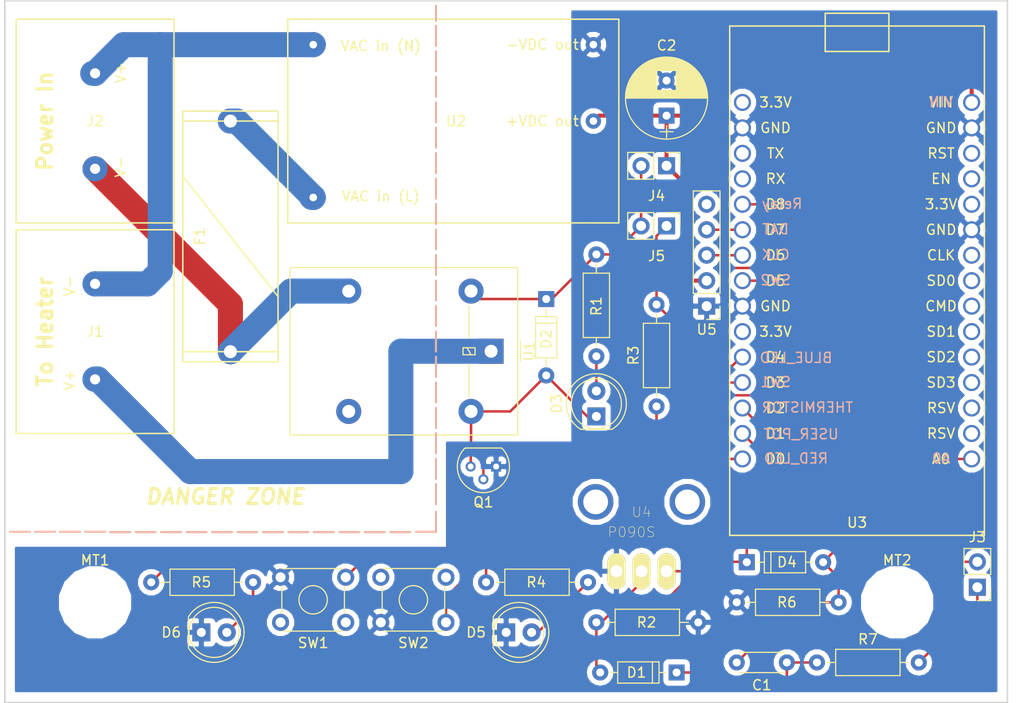
<source format=kicad_pcb>
(kicad_pcb (version 4) (host pcbnew 4.0.7-e2-6376~58~ubuntu16.04.1)

  (general
    (links 54)
    (no_connects 0)
    (area 105.924999 34.924999 206.075001 105.075001)
    (thickness 1.6)
    (drawings 106)
    (tracks 133)
    (zones 0)
    (modules 31)
    (nets 39)
  )

  (page A4)
  (title_block
    (title "Peter Mitrano")
    (date 2018-01-01)
    (rev 0.3)
    (comment 1 "with pot mount")
  )

  (layers
    (0 F.Cu signal)
    (31 B.Cu signal)
    (32 B.Adhes user)
    (33 F.Adhes user)
    (34 B.Paste user)
    (35 F.Paste user)
    (36 B.SilkS user)
    (37 F.SilkS user)
    (38 B.Mask user)
    (39 F.Mask user)
    (40 Dwgs.User user)
    (41 Cmts.User user)
    (42 Eco1.User user)
    (43 Eco2.User user)
    (44 Edge.Cuts user)
    (45 Margin user)
    (46 B.CrtYd user)
    (47 F.CrtYd user)
    (48 B.Fab user)
    (49 F.Fab user)
  )

  (setup
    (last_trace_width 0.25)
    (trace_clearance 0.2)
    (zone_clearance 0.508)
    (zone_45_only no)
    (trace_min 0.2)
    (segment_width 0.2)
    (edge_width 0.15)
    (via_size 0.6)
    (via_drill 0.4)
    (via_min_size 0.4)
    (via_min_drill 0.3)
    (uvia_size 0.3)
    (uvia_drill 0.1)
    (uvias_allowed no)
    (uvia_min_size 0)
    (uvia_min_drill 0)
    (pcb_text_width 0.3)
    (pcb_text_size 1.5 1.5)
    (mod_edge_width 0.15)
    (mod_text_size 1 1)
    (mod_text_width 0.15)
    (pad_size 1.7 1.7)
    (pad_drill 1.25)
    (pad_to_mask_clearance 0.2)
    (aux_axis_origin 0 0)
    (visible_elements FFFFFF7F)
    (pcbplotparams
      (layerselection 0x010f0_80000001)
      (usegerberextensions true)
      (excludeedgelayer true)
      (linewidth 0.100000)
      (plotframeref false)
      (viasonmask false)
      (mode 1)
      (useauxorigin false)
      (hpglpennumber 1)
      (hpglpenspeed 20)
      (hpglpendiameter 15)
      (hpglpenoverlay 2)
      (psnegative false)
      (psa4output false)
      (plotreference true)
      (plotvalue true)
      (plotinvisibletext false)
      (padsonsilk false)
      (subtractmaskfromsilk false)
      (outputformat 1)
      (mirror false)
      (drillshape 0)
      (scaleselection 1)
      (outputdirectory /home/peter/Projects/sous-vide/v0.3))
  )

  (net 0 "")
  (net 1 GND)
  (net 2 "Net-(D1-Pad2)")
  (net 3 "Net-(D3-Pad2)")
  (net 4 "Net-(D5-Pad2)")
  (net 5 "Net-(D6-Pad2)")
  (net 6 "Net-(Q1-Pad2)")
  (net 7 "Net-(SW2-Pad4)")
  (net 8 +5V)
  (net 9 "Net-(U1-Pad4)")
  (net 10 /A0)
  (net 11 /SW1)
  (net 12 "Net-(SW1-Pad2)")
  (net 13 "Net-(SW1-Pad1)")
  (net 14 "Net-(SW2-Pad3)")
  (net 15 /SW2)
  (net 16 /CLK)
  (net 17 /DAT)
  (net 18 /BLUE_LED)
  (net 19 /RED_LED)
  (net 20 /THERMISTOR)
  (net 21 /UESR_POT)
  (net 22 "Net-(J1-Pad1)")
  (net 23 "Net-(J1-Pad2)")
  (net 24 "Net-(U3-Pad12)")
  (net 25 "Net-(U3-Pad13)")
  (net 26 "Net-(U3-Pad27)")
  (net 27 "Net-(U3-Pad28)")
  (net 28 "Net-(U5-Pad5)")
  (net 29 "Net-(U3-Pad11)")
  (net 30 "Net-(U3-Pad21)")
  (net 31 "Net-(U3-Pad30)")
  (net 32 "Net-(C1-Pad2)")
  (net 33 "Net-(J3-Pad1)")
  (net 34 "Net-(F1-Pad1)")
  (net 35 "Net-(F1-Pad2)")
  (net 36 /Relay)
  (net 37 /+coil)
  (net 38 /-coil)

  (net_class Default "This is the default net class."
    (clearance 0.2)
    (trace_width 0.25)
    (via_dia 0.6)
    (via_drill 0.4)
    (uvia_dia 0.3)
    (uvia_drill 0.1)
    (add_net /+coil)
    (add_net /-coil)
    (add_net /A0)
    (add_net /BLUE_LED)
    (add_net /CLK)
    (add_net /DAT)
    (add_net /RED_LED)
    (add_net /Relay)
    (add_net /SW1)
    (add_net /SW2)
    (add_net /THERMISTOR)
    (add_net /UESR_POT)
    (add_net "Net-(C1-Pad2)")
    (add_net "Net-(D1-Pad2)")
    (add_net "Net-(D3-Pad2)")
    (add_net "Net-(D5-Pad2)")
    (add_net "Net-(D6-Pad2)")
    (add_net "Net-(J3-Pad1)")
    (add_net "Net-(Q1-Pad2)")
    (add_net "Net-(SW1-Pad1)")
    (add_net "Net-(SW1-Pad2)")
    (add_net "Net-(SW2-Pad3)")
    (add_net "Net-(SW2-Pad4)")
    (add_net "Net-(U1-Pad4)")
    (add_net "Net-(U3-Pad11)")
    (add_net "Net-(U3-Pad12)")
    (add_net "Net-(U3-Pad13)")
    (add_net "Net-(U3-Pad21)")
    (add_net "Net-(U3-Pad27)")
    (add_net "Net-(U3-Pad28)")
    (add_net "Net-(U3-Pad30)")
    (add_net "Net-(U5-Pad5)")
  )

  (net_class 5V ""
    (clearance 0.3)
    (trace_width 0.4)
    (via_dia 0.7)
    (via_drill 0.5)
    (uvia_dia 0.3)
    (uvia_drill 0.1)
    (add_net +5V)
  )

  (net_class Power ""
    (clearance 0.3)
    (trace_width 0.4)
    (via_dia 0.7)
    (via_drill 0.5)
    (uvia_dia 0.3)
    (uvia_drill 0.1)
    (add_net GND)
  )

  (net_class VAC ""
    (clearance 2.5)
    (trace_width 2.5)
    (via_dia 2.7)
    (via_drill 1.5)
    (uvia_dia 0.3)
    (uvia_drill 0.1)
    (add_net "Net-(F1-Pad1)")
    (add_net "Net-(F1-Pad2)")
    (add_net "Net-(J1-Pad1)")
    (add_net "Net-(J1-Pad2)")
  )

  (module custom:NodeMCU_1_0 (layer F.Cu) (tedit 5A4E8A81) (tstamp 5A488392)
    (at 191 65.46)
    (path /5A457536)
    (fp_text reference U3 (at 0 21.59) (layer F.SilkS)
      (effects (font (size 1 1) (thickness 0.15)))
    )
    (fp_text value node_mcu1.0 (at 0 -22.86) (layer F.Fab)
      (effects (font (size 1 1) (thickness 0.15)))
    )
    (fp_text user GND (at 8.382 -17.78) (layer F.SilkS)
      (effects (font (size 1 1) (thickness 0.15)))
    )
    (fp_text user RST (at 8.382 -15.24) (layer F.SilkS)
      (effects (font (size 1 1) (thickness 0.15)))
    )
    (fp_text user EN (at 8.382 -12.7) (layer F.SilkS)
      (effects (font (size 1 1) (thickness 0.15)))
    )
    (fp_text user 3.3V (at 8.382 -10.16) (layer F.SilkS)
      (effects (font (size 1 1) (thickness 0.15)))
    )
    (fp_text user GND (at 8.382 -7.62) (layer F.SilkS)
      (effects (font (size 1 1) (thickness 0.15)))
    )
    (fp_text user CLK (at 8.382 -5.08) (layer F.SilkS)
      (effects (font (size 1 1) (thickness 0.15)))
    )
    (fp_text user SD0 (at 8.382 -2.54) (layer F.SilkS)
      (effects (font (size 1 1) (thickness 0.15)))
    )
    (fp_text user CMD (at 8.382 0) (layer F.SilkS)
      (effects (font (size 1 1) (thickness 0.15)))
    )
    (fp_text user SD1 (at 8.382 2.54) (layer F.SilkS)
      (effects (font (size 1 1) (thickness 0.15)))
    )
    (fp_text user SD2 (at 8.382 5.08) (layer F.SilkS)
      (effects (font (size 1 1) (thickness 0.15)))
    )
    (fp_text user SD3 (at 8.382 7.62) (layer F.SilkS)
      (effects (font (size 1 1) (thickness 0.15)))
    )
    (fp_text user RSV (at 8.382 10.16) (layer F.SilkS)
      (effects (font (size 1 1) (thickness 0.15)))
    )
    (fp_text user RSV (at 8.382 12.7) (layer F.SilkS)
      (effects (font (size 1 1) (thickness 0.15)))
    )
    (fp_text user D0 (at -8.128 15.24) (layer F.SilkS)
      (effects (font (size 1 1) (thickness 0.15)))
    )
    (fp_text user D1 (at -8.128 12.7) (layer F.SilkS)
      (effects (font (size 1 1) (thickness 0.15)))
    )
    (fp_text user D2 (at -8.128 10.16) (layer F.SilkS)
      (effects (font (size 1 1) (thickness 0.15)))
    )
    (fp_text user D3 (at -8.128 7.62) (layer F.SilkS)
      (effects (font (size 1 1) (thickness 0.15)))
    )
    (fp_text user D4 (at -8.128 5.08) (layer F.SilkS)
      (effects (font (size 1 1) (thickness 0.15)))
    )
    (fp_text user 3.3V (at -8.128 2.54) (layer F.SilkS)
      (effects (font (size 1 1) (thickness 0.15)))
    )
    (fp_text user GND (at -8.128 0) (layer F.SilkS)
      (effects (font (size 1 1) (thickness 0.15)))
    )
    (fp_text user D5 (at -8.128 -2.54) (layer F.SilkS)
      (effects (font (size 1 1) (thickness 0.15)))
    )
    (fp_text user D6 (at -8.128 -5.08) (layer F.SilkS)
      (effects (font (size 1 1) (thickness 0.15)))
    )
    (fp_text user D7 (at -8.128 -7.62) (layer F.SilkS)
      (effects (font (size 1 1) (thickness 0.15)))
    )
    (fp_text user D8 (at -8.128 -10.16) (layer F.SilkS)
      (effects (font (size 1 1) (thickness 0.15)))
    )
    (fp_text user RX (at -8.128 -12.7) (layer F.SilkS)
      (effects (font (size 1 1) (thickness 0.15)))
    )
    (fp_text user TX (at -8.128 -15.24) (layer F.SilkS)
      (effects (font (size 1 1) (thickness 0.15)))
    )
    (fp_text user GND (at -8.128 -17.78) (layer F.SilkS)
      (effects (font (size 1 1) (thickness 0.15)))
    )
    (fp_text user 3.3V (at -8.128 -20.32) (layer F.SilkS)
      (effects (font (size 1 1) (thickness 0.15)))
    )
    (fp_text user VIN (at 8.382 -20.32) (layer F.SilkS)
      (effects (font (size 1 1) (thickness 0.15)))
    )
    (fp_text user A0 (at 8.382 15.24) (layer F.SilkS)
      (effects (font (size 1 1) (thickness 0.15)))
    )
    (fp_line (start 3.175 -29.21) (end -3.175 -29.21) (layer F.SilkS) (width 0.15))
    (fp_line (start -3.175 -29.21) (end -3.175 -25.4) (layer F.SilkS) (width 0.15))
    (fp_line (start -3.175 -25.4) (end 3.175 -25.4) (layer F.SilkS) (width 0.15))
    (fp_line (start 3.175 -25.4) (end 3.175 -27.94) (layer F.SilkS) (width 0.15))
    (fp_line (start 3.175 -27.94) (end 3.175 -29.21) (layer F.SilkS) (width 0.15))
    (fp_line (start 12.7 22.86) (end 12.7 -27.94) (layer F.SilkS) (width 0.15))
    (fp_line (start 12.7 -27.94) (end -12.7 -27.94) (layer F.SilkS) (width 0.15))
    (fp_line (start -12.7 -27.94) (end -12.7 22.86) (layer F.SilkS) (width 0.15))
    (fp_line (start -12.7 22.86) (end 12.7 22.86) (layer F.SilkS) (width 0.15))
    (pad 1 thru_hole circle (at 11.43 15.24) (size 1.7 1.7) (drill 1.25) (layers *.Cu *.Mask)
      (net 10 /A0))
    (pad 2 thru_hole circle (at 11.43 12.7) (size 1.7 1.7) (drill 1.25) (layers *.Cu *.Mask))
    (pad 3 thru_hole circle (at 11.43 10.16) (size 1.7 1.7) (drill 1.25) (layers *.Cu *.Mask))
    (pad 4 thru_hole circle (at 11.43 7.62) (size 1.7 1.7) (drill 1.25) (layers *.Cu *.Mask))
    (pad 5 thru_hole circle (at 11.43 5.08) (size 1.7 1.7) (drill 1.25) (layers *.Cu *.Mask))
    (pad 6 thru_hole circle (at 11.43 2.54) (size 1.7 1.7) (drill 1.25) (layers *.Cu *.Mask))
    (pad 7 thru_hole circle (at 11.43 0) (size 1.7 1.7) (drill 1.25) (layers *.Cu *.Mask))
    (pad 8 thru_hole circle (at 11.43 -2.54) (size 1.7 1.7) (drill 1.25) (layers *.Cu *.Mask))
    (pad 9 thru_hole circle (at 11.43 -5.08) (size 1.7 1.7) (drill 1.25) (layers *.Cu *.Mask))
    (pad 10 thru_hole circle (at 11.43 -7.62) (size 1.7 1.7) (drill 1.25) (layers *.Cu *.Mask)
      (net 1 GND))
    (pad 11 thru_hole circle (at 11.43 -10.16) (size 1.7 1.7) (drill 1.25) (layers *.Cu *.Mask)
      (net 29 "Net-(U3-Pad11)"))
    (pad 12 thru_hole circle (at 11.43 -12.7) (size 1.7 1.7) (drill 1.25) (layers *.Cu *.Mask)
      (net 24 "Net-(U3-Pad12)"))
    (pad 13 thru_hole circle (at 11.43 -15.24) (size 1.7 1.7) (drill 1.25) (layers *.Cu *.Mask)
      (net 25 "Net-(U3-Pad13)"))
    (pad 14 thru_hole circle (at 11.43 -17.78) (size 1.7 1.7) (drill 1.25) (layers *.Cu *.Mask)
      (net 1 GND))
    (pad 15 thru_hole circle (at 11.43 -20.32) (size 1.7 1.7) (drill 1.25) (layers *.Cu *.Mask)
      (net 8 +5V))
    (pad 16 thru_hole circle (at -11.43 15.24) (size 1.7 1.7) (drill 1.25) (layers *.Cu *.Mask)
      (net 19 /RED_LED))
    (pad 17 thru_hole circle (at -11.43 12.7) (size 1.7 1.7) (drill 1.25) (layers *.Cu *.Mask)
      (net 21 /UESR_POT))
    (pad 18 thru_hole circle (at -11.43 10.16) (size 1.7 1.7) (drill 1.25) (layers *.Cu *.Mask)
      (net 20 /THERMISTOR))
    (pad 19 thru_hole circle (at -11.43 7.62) (size 1.7 1.7) (drill 1.25) (layers *.Cu *.Mask)
      (net 11 /SW1))
    (pad 20 thru_hole circle (at -11.43 5.08) (size 1.7 1.7) (drill 1.25) (layers *.Cu *.Mask)
      (net 18 /BLUE_LED))
    (pad 21 thru_hole circle (at -11.43 2.54) (size 1.7 1.7) (drill 1.25) (layers *.Cu *.Mask)
      (net 30 "Net-(U3-Pad21)"))
    (pad 22 thru_hole circle (at -11.43 0) (size 1.7 1.7) (drill 1.25) (layers *.Cu *.Mask)
      (net 1 GND))
    (pad 23 thru_hole circle (at -11.43 -2.54) (size 1.7 1.7) (drill 1.25) (layers *.Cu *.Mask)
      (net 15 /SW2))
    (pad 24 thru_hole circle (at -11.43 -5.08) (size 1.7 1.7) (drill 1.25) (layers *.Cu *.Mask)
      (net 16 /CLK))
    (pad 25 thru_hole circle (at -11.43 -7.62) (size 1.7 1.7) (drill 1.25) (layers *.Cu *.Mask)
      (net 17 /DAT))
    (pad 26 thru_hole circle (at -11.43 -10.16) (size 1.7 1.7) (drill 1.25) (layers *.Cu *.Mask)
      (net 36 /Relay))
    (pad 27 thru_hole circle (at -11.43 -12.7) (size 1.7 1.7) (drill 1.25) (layers *.Cu *.Mask)
      (net 26 "Net-(U3-Pad27)"))
    (pad 28 thru_hole circle (at -11.43 -15.24) (size 1.7 1.7) (drill 1.25) (layers *.Cu *.Mask)
      (net 27 "Net-(U3-Pad28)"))
    (pad 29 thru_hole circle (at -11.43 -17.78) (size 1.7 1.7) (drill 1.25) (layers *.Cu *.Mask)
      (net 1 GND))
    (pad 30 thru_hole circle (at -11.43 -20.32) (size 1.7 1.7) (drill 1.25) (layers *.Cu *.Mask)
      (net 31 "Net-(U3-Pad30)"))
  )

  (module custom:Fuse_Holder_65600001009 (layer F.Cu) (tedit 5A4ADB8E) (tstamp 5A4ADD98)
    (at 128.5 58.5 270)
    (path /5A4B2D8E)
    (fp_text reference F1 (at 0 3.048 270) (layer F.SilkS)
      (effects (font (size 1 1) (thickness 0.15)))
    )
    (fp_text value Fuse (at 0 -3.556 270) (layer F.Fab)
      (effects (font (size 1 1) (thickness 0.15)))
    )
    (fp_line (start -12.5 4.75) (end -12.5 -4.75) (layer F.SilkS) (width 0.15))
    (fp_line (start -11.5 4.75) (end -12.5 4.75) (layer F.SilkS) (width 0.15))
    (fp_line (start -12.5 -4.75) (end -11.5 -4.75) (layer F.SilkS) (width 0.15))
    (fp_line (start 11.5 -4.75) (end 12.5 -4.75) (layer F.SilkS) (width 0.15))
    (fp_line (start 12.5 -4.75) (end 12.5 4.75) (layer F.SilkS) (width 0.15))
    (fp_line (start 12.5 4.75) (end 11.75 4.75) (layer F.SilkS) (width 0.15))
    (fp_line (start 11.75 4.75) (end 11.5 4.75) (layer F.SilkS) (width 0.15))
    (fp_line (start 6 -4.75) (end -6 4.75) (layer F.SilkS) (width 0.15))
    (fp_line (start 11.5 -4.75) (end 11.5 4.75) (layer F.SilkS) (width 0.15))
    (fp_line (start 11.5 4.75) (end -11.5 4.75) (layer F.SilkS) (width 0.15))
    (fp_line (start -11.5 4.75) (end -11.5 -4.75) (layer F.SilkS) (width 0.15))
    (fp_line (start -11.5 -4.75) (end 11.5 -4.75) (layer F.SilkS) (width 0.15))
    (pad 1 thru_hole circle (at -11.5 0 270) (size 2.5 2.5) (drill 1.3) (layers *.Cu *.Mask)
      (net 34 "Net-(F1-Pad1)"))
    (pad 2 thru_hole circle (at 11.5 0 270) (size 2.5 2.5) (drill 1.3) (layers *.Cu *.Mask)
      (net 35 "Net-(F1-Pad2)"))
  )

  (module custom:RAC01-05SC (layer F.Cu) (tedit 5A4AE8A2) (tstamp 5A492E7C)
    (at 152 47)
    (path /5A453F6B)
    (fp_text reference U2 (at -1 0) (layer F.SilkS)
      (effects (font (size 1 1) (thickness 0.15)))
    )
    (fp_text value RAC01 (at -0.5 -2) (layer F.Fab)
      (effects (font (size 1 1) (thickness 0.15)))
    )
    (fp_text user "+VDC out" (at 7.62 0) (layer F.SilkS)
      (effects (font (size 1 1) (thickness 0.15)))
    )
    (fp_text user "-VDC out" (at 7.62 -7.62) (layer F.SilkS)
      (effects (font (size 1 1) (thickness 0.15)))
    )
    (fp_text user "VAC in (N)" (at -8.5 -7.5) (layer F.SilkS)
      (effects (font (size 1 1) (thickness 0.15)))
    )
    (fp_text user "VAC in (L)" (at -8.5 7.5) (layer F.SilkS)
      (effects (font (size 1 1) (thickness 0.15)))
    )
    (fp_line (start 12.7 -10.16) (end 15.24 -10.16) (layer F.SilkS) (width 0.15))
    (fp_line (start 15.24 -10.16) (end 15.24 10.16) (layer F.SilkS) (width 0.15))
    (fp_line (start 15.24 10.16) (end 12.7 10.16) (layer F.SilkS) (width 0.15))
    (fp_line (start -15.24 10.16) (end -17.78 10.16) (layer F.SilkS) (width 0.15))
    (fp_line (start -17.78 10.16) (end -17.78 -10.16) (layer F.SilkS) (width 0.15))
    (fp_line (start -17.78 -10.16) (end -15.24 -10.16) (layer F.SilkS) (width 0.15))
    (fp_line (start 12.7 -10.16) (end -15.24 -10.16) (layer F.SilkS) (width 0.15))
    (fp_line (start -15.24 10.16) (end 12.7 10.16) (layer F.SilkS) (width 0.15))
    (pad 1 thru_hole circle (at -15.24 -7.62) (size 2.5 2.5) (drill 0.762) (layers *.Cu *.Mask)
      (net 23 "Net-(J1-Pad2)"))
    (pad 2 thru_hole circle (at -15.24 7.62) (size 2.5 2.5) (drill 0.762) (layers *.Cu *.Mask)
      (net 34 "Net-(F1-Pad1)"))
    (pad 3 thru_hole circle (at 12.7 -7.62) (size 1.524 1.524) (drill 0.762) (layers *.Cu *.Mask)
      (net 1 GND))
    (pad 4 thru_hole circle (at 12.7 0) (size 1.524 1.524) (drill 0.762) (layers *.Cu *.Mask)
      (net 8 +5V))
  )

  (module Diodes_THT:D_DO-35_SOD27_P7.62mm_Horizontal (layer F.Cu) (tedit 5A49231B) (tstamp 5A48850C)
    (at 160 64.75 270)
    (descr "D, DO-35_SOD27 series, Axial, Horizontal, pin pitch=7.62mm, , length*diameter=4*2mm^2, , http://www.diodes.com/_files/packages/DO-35.pdf")
    (tags "D DO-35_SOD27 series Axial Horizontal pin pitch 7.62mm  length 4mm diameter 2mm")
    (path /5A45CCC2)
    (fp_text reference D2 (at 4 0 270) (layer F.SilkS)
      (effects (font (size 1 1) (thickness 0.15)))
    )
    (fp_text value D (at 3.81 2.06 270) (layer F.Fab)
      (effects (font (size 1 1) (thickness 0.15)))
    )
    (fp_text user %R (at 3.81 0 270) (layer F.Fab)
      (effects (font (size 1 1) (thickness 0.15)))
    )
    (fp_line (start 1.81 -1) (end 1.81 1) (layer F.Fab) (width 0.1))
    (fp_line (start 1.81 1) (end 5.81 1) (layer F.Fab) (width 0.1))
    (fp_line (start 5.81 1) (end 5.81 -1) (layer F.Fab) (width 0.1))
    (fp_line (start 5.81 -1) (end 1.81 -1) (layer F.Fab) (width 0.1))
    (fp_line (start 0 0) (end 1.81 0) (layer F.Fab) (width 0.1))
    (fp_line (start 7.62 0) (end 5.81 0) (layer F.Fab) (width 0.1))
    (fp_line (start 2.41 -1) (end 2.41 1) (layer F.Fab) (width 0.1))
    (fp_line (start 1.75 -1.06) (end 1.75 1.06) (layer F.SilkS) (width 0.12))
    (fp_line (start 1.75 1.06) (end 5.87 1.06) (layer F.SilkS) (width 0.12))
    (fp_line (start 5.87 1.06) (end 5.87 -1.06) (layer F.SilkS) (width 0.12))
    (fp_line (start 5.87 -1.06) (end 1.75 -1.06) (layer F.SilkS) (width 0.12))
    (fp_line (start 0.98 0) (end 1.75 0) (layer F.SilkS) (width 0.12))
    (fp_line (start 6.64 0) (end 5.87 0) (layer F.SilkS) (width 0.12))
    (fp_line (start 2.41 -1.06) (end 2.41 1.06) (layer F.SilkS) (width 0.12))
    (fp_line (start -1.05 -1.35) (end -1.05 1.35) (layer F.CrtYd) (width 0.05))
    (fp_line (start -1.05 1.35) (end 8.7 1.35) (layer F.CrtYd) (width 0.05))
    (fp_line (start 8.7 1.35) (end 8.7 -1.35) (layer F.CrtYd) (width 0.05))
    (fp_line (start 8.7 -1.35) (end -1.05 -1.35) (layer F.CrtYd) (width 0.05))
    (pad 1 thru_hole rect (at 0 0 270) (size 1.6 1.6) (drill 0.8) (layers *.Cu *.Mask)
      (net 37 /+coil))
    (pad 2 thru_hole oval (at 7.62 0 270) (size 1.6 1.6) (drill 0.8) (layers *.Cu *.Mask)
      (net 38 /-coil))
    (model ${KISYS3DMOD}/Diodes_THT.3dshapes/D_DO-35_SOD27_P7.62mm_Horizontal.wrl
      (at (xyz 0 0 0))
      (scale (xyz 0.393701 0.393701 0.393701))
      (rotate (xyz 0 0 0))
    )
  )

  (module TO_SOT_Packages_THT:TO-92_Molded_Narrow (layer F.Cu) (tedit 5A4AE2CE) (tstamp 5A469317)
    (at 155 81.46 180)
    (descr "TO-92 leads molded, narrow, drill 0.6mm (see NXP sot054_po.pdf)")
    (tags "to-92 sc-43 sc-43a sot54 PA33 transistor")
    (path /5A446FBC)
    (fp_text reference Q1 (at 1.27 -3.56 180) (layer F.SilkS)
      (effects (font (size 1 1) (thickness 0.15)))
    )
    (fp_text value 2N3904 (at -3 -1 270) (layer F.Fab)
      (effects (font (size 1 1) (thickness 0.15)))
    )
    (fp_text user %R (at 1.27 -3.56 180) (layer F.Fab)
      (effects (font (size 1 1) (thickness 0.15)))
    )
    (fp_line (start -0.53 1.85) (end 3.07 1.85) (layer F.SilkS) (width 0.12))
    (fp_line (start -0.5 1.75) (end 3 1.75) (layer F.Fab) (width 0.1))
    (fp_line (start -1.46 -2.73) (end 4 -2.73) (layer F.CrtYd) (width 0.05))
    (fp_line (start -1.46 -2.73) (end -1.46 2.01) (layer F.CrtYd) (width 0.05))
    (fp_line (start 4 2.01) (end 4 -2.73) (layer F.CrtYd) (width 0.05))
    (fp_line (start 4 2.01) (end -1.46 2.01) (layer F.CrtYd) (width 0.05))
    (fp_arc (start 1.27 0) (end 1.27 -2.48) (angle 135) (layer F.Fab) (width 0.1))
    (fp_arc (start 1.27 0) (end 1.27 -2.6) (angle -135) (layer F.SilkS) (width 0.12))
    (fp_arc (start 1.27 0) (end 1.27 -2.48) (angle -135) (layer F.Fab) (width 0.1))
    (fp_arc (start 1.27 0) (end 1.27 -2.6) (angle 135) (layer F.SilkS) (width 0.12))
    (pad 2 thru_hole circle (at 1.27 -1.27 270) (size 1 1) (drill 0.6) (layers *.Cu *.Mask)
      (net 6 "Net-(Q1-Pad2)"))
    (pad 3 thru_hole circle (at 2.54 0 270) (size 1 1) (drill 0.6) (layers *.Cu *.Mask)
      (net 38 /-coil))
    (pad 1 thru_hole rect (at 0 0 270) (size 1 1) (drill 0.6) (layers *.Cu *.Mask)
      (net 1 GND))
    (model ${KISYS3DMOD}/TO_SOT_Packages_THT.3dshapes/TO-92_Molded_Narrow.wrl
      (at (xyz 0.05 0 0))
      (scale (xyz 1 1 1))
      (rotate (xyz 0 0 -90))
    )
  )

  (module LEDs:LED_D5.0mm (layer F.Cu) (tedit 5A4922C6) (tstamp 5A4692E7)
    (at 125.6 98)
    (descr "LED, diameter 5.0mm, 2 pins, http://cdn-reichelt.de/documents/datenblatt/A500/LL-504BC2E-009.pdf")
    (tags "LED diameter 5.0mm 2 pins")
    (path /5A46CB9F)
    (fp_text reference D6 (at -3 0) (layer F.SilkS)
      (effects (font (size 1 1) (thickness 0.15)))
    )
    (fp_text value LED (at 1.27 3.96) (layer F.Fab)
      (effects (font (size 1 1) (thickness 0.15)))
    )
    (fp_arc (start 1.27 0) (end -1.23 -1.469694) (angle 299.1) (layer F.Fab) (width 0.1))
    (fp_arc (start 1.27 0) (end -1.29 -1.54483) (angle 148.9) (layer F.SilkS) (width 0.12))
    (fp_arc (start 1.27 0) (end -1.29 1.54483) (angle -148.9) (layer F.SilkS) (width 0.12))
    (fp_circle (center 1.27 0) (end 3.77 0) (layer F.Fab) (width 0.1))
    (fp_circle (center 1.27 0) (end 3.77 0) (layer F.SilkS) (width 0.12))
    (fp_line (start -1.23 -1.469694) (end -1.23 1.469694) (layer F.Fab) (width 0.1))
    (fp_line (start -1.29 -1.545) (end -1.29 1.545) (layer F.SilkS) (width 0.12))
    (fp_line (start -1.95 -3.25) (end -1.95 3.25) (layer F.CrtYd) (width 0.05))
    (fp_line (start -1.95 3.25) (end 4.5 3.25) (layer F.CrtYd) (width 0.05))
    (fp_line (start 4.5 3.25) (end 4.5 -3.25) (layer F.CrtYd) (width 0.05))
    (fp_line (start 4.5 -3.25) (end -1.95 -3.25) (layer F.CrtYd) (width 0.05))
    (fp_text user %R (at 1.25 0) (layer F.Fab)
      (effects (font (size 0.8 0.8) (thickness 0.2)))
    )
    (pad 1 thru_hole rect (at 0 0) (size 1.8 1.8) (drill 0.9) (layers *.Cu *.Mask)
      (net 1 GND))
    (pad 2 thru_hole circle (at 2.54 0) (size 1.8 1.8) (drill 0.9) (layers *.Cu *.Mask)
      (net 5 "Net-(D6-Pad2)"))
    (model ${KISYS3DMOD}/LEDs.3dshapes/LED_D5.0mm.wrl
      (at (xyz 0 0 0))
      (scale (xyz 0.393701 0.393701 0.393701))
      (rotate (xyz 0 0 0))
    )
  )

  (module Buttons_Switches_THT:SW_TH_Tactile_Omron_B3F-10xx (layer F.Cu) (tedit 5928351D) (tstamp 5A46934F)
    (at 140 97 180)
    (descr SW_TH_Tactile_Omron_B3F-10xx_https://www.omron.com/ecb/products/pdf/en-b3f.pdf)
    (tags "Omron B3F-10xx")
    (path /5A447497)
    (fp_text reference SW1 (at 3.25 -2.05 180) (layer F.SilkS)
      (effects (font (size 1 1) (thickness 0.15)))
    )
    (fp_text value SW_Push_Dual (at 3.2 6.5 180) (layer F.Fab)
      (effects (font (size 1 1) (thickness 0.15)))
    )
    (fp_line (start 0.25 -0.75) (end 0.25 5.25) (layer F.Fab) (width 0.1))
    (fp_line (start 6.25 -0.75) (end 6.25 5.25) (layer F.Fab) (width 0.1))
    (fp_line (start 0.25 -0.75) (end 6.25 -0.75) (layer F.Fab) (width 0.1))
    (fp_text user %R (at 3.25 2.25 180) (layer F.Fab)
      (effects (font (size 1 1) (thickness 0.15)))
    )
    (fp_line (start 7.65 -1.15) (end -1.1 -1.15) (layer F.CrtYd) (width 0.05))
    (fp_line (start 7.6 5.6) (end 7.6 -1.1) (layer F.CrtYd) (width 0.05))
    (fp_line (start -1.1 5.6) (end 7.6 5.6) (layer F.CrtYd) (width 0.05))
    (fp_line (start -1.1 -1.15) (end -1.1 5.6) (layer F.CrtYd) (width 0.05))
    (fp_circle (center 3.25 2.25) (end 4.25 3.25) (layer F.SilkS) (width 0.12))
    (fp_line (start 0.28 5.37) (end 6.22 5.37) (layer F.SilkS) (width 0.12))
    (fp_line (start 0.28 -0.87) (end 6.22 -0.87) (layer F.SilkS) (width 0.12))
    (fp_line (start 0.13 3.59) (end 0.13 0.91) (layer F.SilkS) (width 0.12))
    (fp_line (start 6.37 0.91) (end 6.37 3.59) (layer F.SilkS) (width 0.12))
    (fp_line (start 0.25 5.25) (end 6.25 5.25) (layer F.Fab) (width 0.1))
    (pad 4 thru_hole circle (at 6.5 4.5 180) (size 1.7 1.7) (drill 1) (layers *.Cu *.Mask)
      (net 1 GND))
    (pad 3 thru_hole circle (at 0 4.5 180) (size 1.7 1.7) (drill 1) (layers *.Cu *.Mask)
      (net 11 /SW1))
    (pad 2 thru_hole circle (at 6.5 0 180) (size 1.7 1.7) (drill 1) (layers *.Cu *.Mask)
      (net 12 "Net-(SW1-Pad2)"))
    (pad 1 thru_hole circle (at 0 0 180) (size 1.7 1.7) (drill 1) (layers *.Cu *.Mask)
      (net 13 "Net-(SW1-Pad1)"))
    (model ${KISYS3DMOD}/Buttons_Switches_THT.3dshapes/SW_TH_Tactile_Omron_B3F-10xx.wrl
      (at (xyz 0 0 0))
      (scale (xyz 1 1 1))
      (rotate (xyz 0 0 0))
    )
  )

  (module Buttons_Switches_THT:SW_TH_Tactile_Omron_B3F-10xx (layer F.Cu) (tedit 5A46E539) (tstamp 5A469357)
    (at 150 97 180)
    (descr SW_TH_Tactile_Omron_B3F-10xx_https://www.omron.com/ecb/products/pdf/en-b3f.pdf)
    (tags "Omron B3F-10xx")
    (path /5A447440)
    (fp_text reference SW2 (at 3.25 -2.05 180) (layer F.SilkS)
      (effects (font (size 1 1) (thickness 0.15)))
    )
    (fp_text value SW_Push_Dual (at 3.2 6.5 180) (layer F.Fab)
      (effects (font (size 1 1) (thickness 0.15)))
    )
    (fp_line (start 0.25 -0.75) (end 0.25 5.25) (layer F.Fab) (width 0.1))
    (fp_line (start 6.25 -0.75) (end 6.25 5.25) (layer F.Fab) (width 0.1))
    (fp_line (start 0.25 -0.75) (end 6.25 -0.75) (layer F.Fab) (width 0.1))
    (fp_text user %R (at 3.25 2.25 180) (layer F.Fab)
      (effects (font (size 1 1) (thickness 0.15)))
    )
    (fp_line (start 7.65 -1.15) (end -1.1 -1.15) (layer F.CrtYd) (width 0.05))
    (fp_line (start 7.6 5.6) (end 7.6 -1.1) (layer F.CrtYd) (width 0.05))
    (fp_line (start -1.1 5.6) (end 7.6 5.6) (layer F.CrtYd) (width 0.05))
    (fp_line (start -1.1 -1.15) (end -1.1 5.6) (layer F.CrtYd) (width 0.05))
    (fp_circle (center 3.25 2.25) (end 4.25 3.25) (layer F.SilkS) (width 0.12))
    (fp_line (start 0.28 5.37) (end 6.22 5.37) (layer F.SilkS) (width 0.12))
    (fp_line (start 0.28 -0.87) (end 6.22 -0.87) (layer F.SilkS) (width 0.12))
    (fp_line (start 0.13 3.59) (end 0.13 0.91) (layer F.SilkS) (width 0.12))
    (fp_line (start 6.37 0.91) (end 6.37 3.59) (layer F.SilkS) (width 0.12))
    (fp_line (start 0.25 5.25) (end 6.25 5.25) (layer F.Fab) (width 0.1))
    (pad 4 thru_hole circle (at 6.5 4.5 180) (size 1.7 1.7) (drill 1) (layers *.Cu *.Mask)
      (net 7 "Net-(SW2-Pad4)"))
    (pad 3 thru_hole circle (at 0 4.5 180) (size 1.7 1.7) (drill 1) (layers *.Cu *.Mask)
      (net 14 "Net-(SW2-Pad3)"))
    (pad 2 thru_hole circle (at 6.5 0 180) (size 1.7 1.7) (drill 1) (layers *.Cu *.Mask)
      (net 1 GND))
    (pad 1 thru_hole circle (at 0 0 180) (size 1.7 1.7) (drill 1) (layers *.Cu *.Mask)
      (net 15 /SW2))
    (model ${KISYS3DMOD}/Buttons_Switches_THT.3dshapes/SW_TH_Tactile_Omron_B3F-10xx.wrl
      (at (xyz 0 0 0))
      (scale (xyz 1 1 1))
      (rotate (xyz 0 0 0))
    )
  )

  (module Pin_Headers:Pin_Header_Straight_1x02_Pitch2.54mm (layer F.Cu) (tedit 5A4922DC) (tstamp 5A46E4DD)
    (at 203 93.5 180)
    (descr "Through hole straight pin header, 1x02, 2.54mm pitch, single row")
    (tags "Through hole pin header THT 1x02 2.54mm single row")
    (path /5A46D37D)
    (fp_text reference J3 (at 0 5 180) (layer F.SilkS)
      (effects (font (size 1 1) (thickness 0.15)))
    )
    (fp_text value Conn_01x02 (at 0 4.87 180) (layer F.Fab)
      (effects (font (size 1 1) (thickness 0.15)))
    )
    (fp_line (start -0.635 -1.27) (end 1.27 -1.27) (layer F.Fab) (width 0.1))
    (fp_line (start 1.27 -1.27) (end 1.27 3.81) (layer F.Fab) (width 0.1))
    (fp_line (start 1.27 3.81) (end -1.27 3.81) (layer F.Fab) (width 0.1))
    (fp_line (start -1.27 3.81) (end -1.27 -0.635) (layer F.Fab) (width 0.1))
    (fp_line (start -1.27 -0.635) (end -0.635 -1.27) (layer F.Fab) (width 0.1))
    (fp_line (start -1.33 3.87) (end 1.33 3.87) (layer F.SilkS) (width 0.12))
    (fp_line (start -1.33 1.27) (end -1.33 3.87) (layer F.SilkS) (width 0.12))
    (fp_line (start 1.33 1.27) (end 1.33 3.87) (layer F.SilkS) (width 0.12))
    (fp_line (start -1.33 1.27) (end 1.33 1.27) (layer F.SilkS) (width 0.12))
    (fp_line (start -1.33 0) (end -1.33 -1.33) (layer F.SilkS) (width 0.12))
    (fp_line (start -1.33 -1.33) (end 0 -1.33) (layer F.SilkS) (width 0.12))
    (fp_line (start -1.8 -1.8) (end -1.8 4.35) (layer F.CrtYd) (width 0.05))
    (fp_line (start -1.8 4.35) (end 1.8 4.35) (layer F.CrtYd) (width 0.05))
    (fp_line (start 1.8 4.35) (end 1.8 -1.8) (layer F.CrtYd) (width 0.05))
    (fp_line (start 1.8 -1.8) (end -1.8 -1.8) (layer F.CrtYd) (width 0.05))
    (fp_text user %R (at 0 1.27 270) (layer F.Fab)
      (effects (font (size 1 1) (thickness 0.15)))
    )
    (pad 1 thru_hole rect (at 0 0 180) (size 1.7 1.7) (drill 1) (layers *.Cu *.Mask)
      (net 33 "Net-(J3-Pad1)"))
    (pad 2 thru_hole oval (at 0 2.54 180) (size 1.7 1.7) (drill 1) (layers *.Cu *.Mask)
      (net 32 "Net-(C1-Pad2)"))
    (model ${KISYS3DMOD}/Pin_Headers.3dshapes/Pin_Header_Straight_1x02_Pitch2.54mm.wrl
      (at (xyz 0 0 0))
      (scale (xyz 1 1 1))
      (rotate (xyz 0 0 0))
    )
  )

  (module Diodes_THT:D_DO-35_SOD27_P7.62mm_Horizontal (layer F.Cu) (tedit 5A4922EF) (tstamp 5A488506)
    (at 173 102 180)
    (descr "D, DO-35_SOD27 series, Axial, Horizontal, pin pitch=7.62mm, , length*diameter=4*2mm^2, , http://www.diodes.com/_files/packages/DO-35.pdf")
    (tags "D DO-35_SOD27 series Axial Horizontal pin pitch 7.62mm  length 4mm diameter 2mm")
    (path /5A44722D)
    (fp_text reference D1 (at 4 0 180) (layer F.SilkS)
      (effects (font (size 1 1) (thickness 0.15)))
    )
    (fp_text value D (at 3.81 2.06 180) (layer F.Fab)
      (effects (font (size 1 1) (thickness 0.15)))
    )
    (fp_text user %R (at 3.81 0 180) (layer F.Fab)
      (effects (font (size 1 1) (thickness 0.15)))
    )
    (fp_line (start 1.81 -1) (end 1.81 1) (layer F.Fab) (width 0.1))
    (fp_line (start 1.81 1) (end 5.81 1) (layer F.Fab) (width 0.1))
    (fp_line (start 5.81 1) (end 5.81 -1) (layer F.Fab) (width 0.1))
    (fp_line (start 5.81 -1) (end 1.81 -1) (layer F.Fab) (width 0.1))
    (fp_line (start 0 0) (end 1.81 0) (layer F.Fab) (width 0.1))
    (fp_line (start 7.62 0) (end 5.81 0) (layer F.Fab) (width 0.1))
    (fp_line (start 2.41 -1) (end 2.41 1) (layer F.Fab) (width 0.1))
    (fp_line (start 1.75 -1.06) (end 1.75 1.06) (layer F.SilkS) (width 0.12))
    (fp_line (start 1.75 1.06) (end 5.87 1.06) (layer F.SilkS) (width 0.12))
    (fp_line (start 5.87 1.06) (end 5.87 -1.06) (layer F.SilkS) (width 0.12))
    (fp_line (start 5.87 -1.06) (end 1.75 -1.06) (layer F.SilkS) (width 0.12))
    (fp_line (start 0.98 0) (end 1.75 0) (layer F.SilkS) (width 0.12))
    (fp_line (start 6.64 0) (end 5.87 0) (layer F.SilkS) (width 0.12))
    (fp_line (start 2.41 -1.06) (end 2.41 1.06) (layer F.SilkS) (width 0.12))
    (fp_line (start -1.05 -1.35) (end -1.05 1.35) (layer F.CrtYd) (width 0.05))
    (fp_line (start -1.05 1.35) (end 8.7 1.35) (layer F.CrtYd) (width 0.05))
    (fp_line (start 8.7 1.35) (end 8.7 -1.35) (layer F.CrtYd) (width 0.05))
    (fp_line (start 8.7 -1.35) (end -1.05 -1.35) (layer F.CrtYd) (width 0.05))
    (pad 1 thru_hole rect (at 0 0 180) (size 1.6 1.6) (drill 0.8) (layers *.Cu *.Mask)
      (net 10 /A0))
    (pad 2 thru_hole oval (at 7.62 0 180) (size 1.6 1.6) (drill 0.8) (layers *.Cu *.Mask)
      (net 2 "Net-(D1-Pad2)"))
    (model ${KISYS3DMOD}/Diodes_THT.3dshapes/D_DO-35_SOD27_P7.62mm_Horizontal.wrl
      (at (xyz 0 0 0))
      (scale (xyz 0.393701 0.393701 0.393701))
      (rotate (xyz 0 0 0))
    )
  )

  (module Diodes_THT:D_DO-35_SOD27_P7.62mm_Horizontal (layer F.Cu) (tedit 5A4922E6) (tstamp 5A488512)
    (at 180 91)
    (descr "D, DO-35_SOD27 series, Axial, Horizontal, pin pitch=7.62mm, , length*diameter=4*2mm^2, , http://www.diodes.com/_files/packages/DO-35.pdf")
    (tags "D DO-35_SOD27 series Axial Horizontal pin pitch 7.62mm  length 4mm diameter 2mm")
    (path /5A45CBFB)
    (fp_text reference D4 (at 4 0) (layer F.SilkS)
      (effects (font (size 1 1) (thickness 0.15)))
    )
    (fp_text value D (at 3.81 2.06) (layer F.Fab)
      (effects (font (size 1 1) (thickness 0.15)))
    )
    (fp_text user %R (at 3.81 0) (layer F.Fab)
      (effects (font (size 1 1) (thickness 0.15)))
    )
    (fp_line (start 1.81 -1) (end 1.81 1) (layer F.Fab) (width 0.1))
    (fp_line (start 1.81 1) (end 5.81 1) (layer F.Fab) (width 0.1))
    (fp_line (start 5.81 1) (end 5.81 -1) (layer F.Fab) (width 0.1))
    (fp_line (start 5.81 -1) (end 1.81 -1) (layer F.Fab) (width 0.1))
    (fp_line (start 0 0) (end 1.81 0) (layer F.Fab) (width 0.1))
    (fp_line (start 7.62 0) (end 5.81 0) (layer F.Fab) (width 0.1))
    (fp_line (start 2.41 -1) (end 2.41 1) (layer F.Fab) (width 0.1))
    (fp_line (start 1.75 -1.06) (end 1.75 1.06) (layer F.SilkS) (width 0.12))
    (fp_line (start 1.75 1.06) (end 5.87 1.06) (layer F.SilkS) (width 0.12))
    (fp_line (start 5.87 1.06) (end 5.87 -1.06) (layer F.SilkS) (width 0.12))
    (fp_line (start 5.87 -1.06) (end 1.75 -1.06) (layer F.SilkS) (width 0.12))
    (fp_line (start 0.98 0) (end 1.75 0) (layer F.SilkS) (width 0.12))
    (fp_line (start 6.64 0) (end 5.87 0) (layer F.SilkS) (width 0.12))
    (fp_line (start 2.41 -1.06) (end 2.41 1.06) (layer F.SilkS) (width 0.12))
    (fp_line (start -1.05 -1.35) (end -1.05 1.35) (layer F.CrtYd) (width 0.05))
    (fp_line (start -1.05 1.35) (end 8.7 1.35) (layer F.CrtYd) (width 0.05))
    (fp_line (start 8.7 1.35) (end 8.7 -1.35) (layer F.CrtYd) (width 0.05))
    (fp_line (start 8.7 -1.35) (end -1.05 -1.35) (layer F.CrtYd) (width 0.05))
    (pad 1 thru_hole rect (at 0 0) (size 1.6 1.6) (drill 0.8) (layers *.Cu *.Mask)
      (net 10 /A0))
    (pad 2 thru_hole oval (at 7.62 0) (size 1.6 1.6) (drill 0.8) (layers *.Cu *.Mask)
      (net 32 "Net-(C1-Pad2)"))
    (model ${KISYS3DMOD}/Diodes_THT.3dshapes/D_DO-35_SOD27_P7.62mm_Horizontal.wrl
      (at (xyz 0 0 0))
      (scale (xyz 0.393701 0.393701 0.393701))
      (rotate (xyz 0 0 0))
    )
  )

  (module LEDs:LED_D5.0mm (layer F.Cu) (tedit 5A4922CB) (tstamp 5A488518)
    (at 156 98)
    (descr "LED, diameter 5.0mm, 2 pins, http://cdn-reichelt.de/documents/datenblatt/A500/LL-504BC2E-009.pdf")
    (tags "LED diameter 5.0mm 2 pins")
    (path /5A45B7E2)
    (fp_text reference D5 (at -3 0) (layer F.SilkS)
      (effects (font (size 1 1) (thickness 0.15)))
    )
    (fp_text value LED (at 1.27 3.96) (layer F.Fab)
      (effects (font (size 1 1) (thickness 0.15)))
    )
    (fp_arc (start 1.27 0) (end -1.23 -1.469694) (angle 299.1) (layer F.Fab) (width 0.1))
    (fp_arc (start 1.27 0) (end -1.29 -1.54483) (angle 148.9) (layer F.SilkS) (width 0.12))
    (fp_arc (start 1.27 0) (end -1.29 1.54483) (angle -148.9) (layer F.SilkS) (width 0.12))
    (fp_circle (center 1.27 0) (end 3.77 0) (layer F.Fab) (width 0.1))
    (fp_circle (center 1.27 0) (end 3.77 0) (layer F.SilkS) (width 0.12))
    (fp_line (start -1.23 -1.469694) (end -1.23 1.469694) (layer F.Fab) (width 0.1))
    (fp_line (start -1.29 -1.545) (end -1.29 1.545) (layer F.SilkS) (width 0.12))
    (fp_line (start -1.95 -3.25) (end -1.95 3.25) (layer F.CrtYd) (width 0.05))
    (fp_line (start -1.95 3.25) (end 4.5 3.25) (layer F.CrtYd) (width 0.05))
    (fp_line (start 4.5 3.25) (end 4.5 -3.25) (layer F.CrtYd) (width 0.05))
    (fp_line (start 4.5 -3.25) (end -1.95 -3.25) (layer F.CrtYd) (width 0.05))
    (fp_text user %R (at 1.25 0) (layer F.Fab)
      (effects (font (size 0.8 0.8) (thickness 0.2)))
    )
    (pad 1 thru_hole rect (at 0 0) (size 1.8 1.8) (drill 0.9) (layers *.Cu *.Mask)
      (net 1 GND))
    (pad 2 thru_hole circle (at 2.54 0) (size 1.8 1.8) (drill 0.9) (layers *.Cu *.Mask)
      (net 4 "Net-(D5-Pad2)"))
    (model ${KISYS3DMOD}/LEDs.3dshapes/LED_D5.0mm.wrl
      (at (xyz 0 0 0))
      (scale (xyz 0.393701 0.393701 0.393701))
      (rotate (xyz 0 0 0))
    )
  )

  (module LEDs:LED_D5.0mm (layer F.Cu) (tedit 5A4AE2D0) (tstamp 5A48854A)
    (at 165 76.46 90)
    (descr "LED, diameter 5.0mm, 2 pins, http://cdn-reichelt.de/documents/datenblatt/A500/LL-504BC2E-009.pdf")
    (tags "LED diameter 5.0mm 2 pins")
    (path /5A45BE6E)
    (fp_text reference D3 (at 1.27 -3.96 90) (layer F.SilkS)
      (effects (font (size 1 1) (thickness 0.15)))
    )
    (fp_text value LED (at -3 0 180) (layer F.Fab)
      (effects (font (size 1 1) (thickness 0.15)))
    )
    (fp_arc (start 1.27 0) (end -1.23 -1.469694) (angle 299.1) (layer F.Fab) (width 0.1))
    (fp_arc (start 1.27 0) (end -1.29 -1.54483) (angle 148.9) (layer F.SilkS) (width 0.12))
    (fp_arc (start 1.27 0) (end -1.29 1.54483) (angle -148.9) (layer F.SilkS) (width 0.12))
    (fp_circle (center 1.27 0) (end 3.77 0) (layer F.Fab) (width 0.1))
    (fp_circle (center 1.27 0) (end 3.77 0) (layer F.SilkS) (width 0.12))
    (fp_line (start -1.23 -1.469694) (end -1.23 1.469694) (layer F.Fab) (width 0.1))
    (fp_line (start -1.29 -1.545) (end -1.29 1.545) (layer F.SilkS) (width 0.12))
    (fp_line (start -1.95 -3.25) (end -1.95 3.25) (layer F.CrtYd) (width 0.05))
    (fp_line (start -1.95 3.25) (end 4.5 3.25) (layer F.CrtYd) (width 0.05))
    (fp_line (start 4.5 3.25) (end 4.5 -3.25) (layer F.CrtYd) (width 0.05))
    (fp_line (start 4.5 -3.25) (end -1.95 -3.25) (layer F.CrtYd) (width 0.05))
    (fp_text user %R (at 1.25 0 90) (layer F.Fab)
      (effects (font (size 0.8 0.8) (thickness 0.2)))
    )
    (pad 1 thru_hole rect (at 0 0 90) (size 1.8 1.8) (drill 0.9) (layers *.Cu *.Mask)
      (net 38 /-coil))
    (pad 2 thru_hole circle (at 2.54 0 90) (size 1.8 1.8) (drill 0.9) (layers *.Cu *.Mask)
      (net 3 "Net-(D3-Pad2)"))
    (model ${KISYS3DMOD}/LEDs.3dshapes/LED_D5.0mm.wrl
      (at (xyz 0 0 0))
      (scale (xyz 0.393701 0.393701 0.393701))
      (rotate (xyz 0 0 0))
    )
  )

  (module Pin_Headers:Pin_Header_Straight_1x05_Pitch2.54mm (layer F.Cu) (tedit 59650532) (tstamp 5A4885AD)
    (at 176 65.46 180)
    (descr "Through hole straight pin header, 1x05, 2.54mm pitch, single row")
    (tags "Through hole pin header THT 1x05 2.54mm single row")
    (path /5A470C1B)
    (fp_text reference U5 (at 0 -2.33 180) (layer F.SilkS)
      (effects (font (size 1 1) (thickness 0.15)))
    )
    (fp_text value LCD_Backpack (at 0 12.49 180) (layer F.Fab)
      (effects (font (size 1 1) (thickness 0.15)))
    )
    (fp_line (start -0.635 -1.27) (end 1.27 -1.27) (layer F.Fab) (width 0.1))
    (fp_line (start 1.27 -1.27) (end 1.27 11.43) (layer F.Fab) (width 0.1))
    (fp_line (start 1.27 11.43) (end -1.27 11.43) (layer F.Fab) (width 0.1))
    (fp_line (start -1.27 11.43) (end -1.27 -0.635) (layer F.Fab) (width 0.1))
    (fp_line (start -1.27 -0.635) (end -0.635 -1.27) (layer F.Fab) (width 0.1))
    (fp_line (start -1.33 11.49) (end 1.33 11.49) (layer F.SilkS) (width 0.12))
    (fp_line (start -1.33 1.27) (end -1.33 11.49) (layer F.SilkS) (width 0.12))
    (fp_line (start 1.33 1.27) (end 1.33 11.49) (layer F.SilkS) (width 0.12))
    (fp_line (start -1.33 1.27) (end 1.33 1.27) (layer F.SilkS) (width 0.12))
    (fp_line (start -1.33 0) (end -1.33 -1.33) (layer F.SilkS) (width 0.12))
    (fp_line (start -1.33 -1.33) (end 0 -1.33) (layer F.SilkS) (width 0.12))
    (fp_line (start -1.8 -1.8) (end -1.8 11.95) (layer F.CrtYd) (width 0.05))
    (fp_line (start -1.8 11.95) (end 1.8 11.95) (layer F.CrtYd) (width 0.05))
    (fp_line (start 1.8 11.95) (end 1.8 -1.8) (layer F.CrtYd) (width 0.05))
    (fp_line (start 1.8 -1.8) (end -1.8 -1.8) (layer F.CrtYd) (width 0.05))
    (fp_text user %R (at 0 5.08 270) (layer F.Fab)
      (effects (font (size 1 1) (thickness 0.15)))
    )
    (pad 1 thru_hole rect (at 0 0 180) (size 1.7 1.7) (drill 1) (layers *.Cu *.Mask)
      (net 1 GND))
    (pad 2 thru_hole oval (at 0 2.54 180) (size 1.7 1.7) (drill 1) (layers *.Cu *.Mask)
      (net 8 +5V))
    (pad 3 thru_hole oval (at 0 5.08 180) (size 1.7 1.7) (drill 1) (layers *.Cu *.Mask)
      (net 16 /CLK))
    (pad 4 thru_hole oval (at 0 7.62 180) (size 1.7 1.7) (drill 1) (layers *.Cu *.Mask)
      (net 17 /DAT))
    (pad 5 thru_hole oval (at 0 10.16 180) (size 1.7 1.7) (drill 1) (layers *.Cu *.Mask)
      (net 28 "Net-(U5-Pad5)"))
    (model ${KISYS3DMOD}/Pin_Headers.3dshapes/Pin_Header_Straight_1x05_Pitch2.54mm.wrl
      (at (xyz 0 0 0))
      (scale (xyz 1 1 1))
      (rotate (xyz 0 0 0))
    )
  )

  (module Resistors_THT:R_Axial_DIN0207_L6.3mm_D2.5mm_P10.16mm_Horizontal (layer F.Cu) (tedit 5A4922E2) (tstamp 5A49213F)
    (at 179 95)
    (descr "Resistor, Axial_DIN0207 series, Axial, Horizontal, pin pitch=10.16mm, 0.25W = 1/4W, length*diameter=6.3*2.5mm^2, http://cdn-reichelt.de/documents/datenblatt/B400/1_4W%23YAG.pdf")
    (tags "Resistor Axial_DIN0207 series Axial Horizontal pin pitch 10.16mm 0.25W = 1/4W length 6.3mm diameter 2.5mm")
    (path /5A45BBE8)
    (fp_text reference R6 (at 5 0) (layer F.SilkS)
      (effects (font (size 1 1) (thickness 0.15)))
    )
    (fp_text value 11k (at 5.08 2.31) (layer F.Fab)
      (effects (font (size 1 1) (thickness 0.15)))
    )
    (fp_line (start 1.93 -1.25) (end 1.93 1.25) (layer F.Fab) (width 0.1))
    (fp_line (start 1.93 1.25) (end 8.23 1.25) (layer F.Fab) (width 0.1))
    (fp_line (start 8.23 1.25) (end 8.23 -1.25) (layer F.Fab) (width 0.1))
    (fp_line (start 8.23 -1.25) (end 1.93 -1.25) (layer F.Fab) (width 0.1))
    (fp_line (start 0 0) (end 1.93 0) (layer F.Fab) (width 0.1))
    (fp_line (start 10.16 0) (end 8.23 0) (layer F.Fab) (width 0.1))
    (fp_line (start 1.87 -1.31) (end 1.87 1.31) (layer F.SilkS) (width 0.12))
    (fp_line (start 1.87 1.31) (end 8.29 1.31) (layer F.SilkS) (width 0.12))
    (fp_line (start 8.29 1.31) (end 8.29 -1.31) (layer F.SilkS) (width 0.12))
    (fp_line (start 8.29 -1.31) (end 1.87 -1.31) (layer F.SilkS) (width 0.12))
    (fp_line (start 0.98 0) (end 1.87 0) (layer F.SilkS) (width 0.12))
    (fp_line (start 9.18 0) (end 8.29 0) (layer F.SilkS) (width 0.12))
    (fp_line (start -1.05 -1.6) (end -1.05 1.6) (layer F.CrtYd) (width 0.05))
    (fp_line (start -1.05 1.6) (end 11.25 1.6) (layer F.CrtYd) (width 0.05))
    (fp_line (start 11.25 1.6) (end 11.25 -1.6) (layer F.CrtYd) (width 0.05))
    (fp_line (start 11.25 -1.6) (end -1.05 -1.6) (layer F.CrtYd) (width 0.05))
    (pad 1 thru_hole circle (at 0 0) (size 1.6 1.6) (drill 0.8) (layers *.Cu *.Mask)
      (net 1 GND))
    (pad 2 thru_hole oval (at 10.16 0) (size 1.6 1.6) (drill 0.8) (layers *.Cu *.Mask)
      (net 32 "Net-(C1-Pad2)"))
    (model ${KISYS3DMOD}/Resistors_THT.3dshapes/R_Axial_DIN0207_L6.3mm_D2.5mm_P10.16mm_Horizontal.wrl
      (at (xyz 0 0 0))
      (scale (xyz 0.393701 0.393701 0.393701))
      (rotate (xyz 0 0 0))
    )
  )

  (module Resistors_THT:R_Axial_DIN0207_L6.3mm_D2.5mm_P10.16mm_Horizontal (layer F.Cu) (tedit 5A492312) (tstamp 5A4921F0)
    (at 165 70.46 90)
    (descr "Resistor, Axial_DIN0207 series, Axial, Horizontal, pin pitch=10.16mm, 0.25W = 1/4W, length*diameter=6.3*2.5mm^2, http://cdn-reichelt.de/documents/datenblatt/B400/1_4W%23YAG.pdf")
    (tags "Resistor Axial_DIN0207 series Axial Horizontal pin pitch 10.16mm 0.25W = 1/4W length 6.3mm diameter 2.5mm")
    (path /5A46A0C8)
    (fp_text reference R1 (at 5 0 90) (layer F.SilkS)
      (effects (font (size 1 1) (thickness 0.15)))
    )
    (fp_text value 110 (at 5.08 2.31 90) (layer F.Fab)
      (effects (font (size 1 1) (thickness 0.15)))
    )
    (fp_line (start 1.93 -1.25) (end 1.93 1.25) (layer F.Fab) (width 0.1))
    (fp_line (start 1.93 1.25) (end 8.23 1.25) (layer F.Fab) (width 0.1))
    (fp_line (start 8.23 1.25) (end 8.23 -1.25) (layer F.Fab) (width 0.1))
    (fp_line (start 8.23 -1.25) (end 1.93 -1.25) (layer F.Fab) (width 0.1))
    (fp_line (start 0 0) (end 1.93 0) (layer F.Fab) (width 0.1))
    (fp_line (start 10.16 0) (end 8.23 0) (layer F.Fab) (width 0.1))
    (fp_line (start 1.87 -1.31) (end 1.87 1.31) (layer F.SilkS) (width 0.12))
    (fp_line (start 1.87 1.31) (end 8.29 1.31) (layer F.SilkS) (width 0.12))
    (fp_line (start 8.29 1.31) (end 8.29 -1.31) (layer F.SilkS) (width 0.12))
    (fp_line (start 8.29 -1.31) (end 1.87 -1.31) (layer F.SilkS) (width 0.12))
    (fp_line (start 0.98 0) (end 1.87 0) (layer F.SilkS) (width 0.12))
    (fp_line (start 9.18 0) (end 8.29 0) (layer F.SilkS) (width 0.12))
    (fp_line (start -1.05 -1.6) (end -1.05 1.6) (layer F.CrtYd) (width 0.05))
    (fp_line (start -1.05 1.6) (end 11.25 1.6) (layer F.CrtYd) (width 0.05))
    (fp_line (start 11.25 1.6) (end 11.25 -1.6) (layer F.CrtYd) (width 0.05))
    (fp_line (start 11.25 -1.6) (end -1.05 -1.6) (layer F.CrtYd) (width 0.05))
    (pad 1 thru_hole circle (at 0 0 90) (size 1.6 1.6) (drill 0.8) (layers *.Cu *.Mask)
      (net 3 "Net-(D3-Pad2)"))
    (pad 2 thru_hole oval (at 10.16 0 90) (size 1.6 1.6) (drill 0.8) (layers *.Cu *.Mask)
      (net 37 /+coil))
    (model ${KISYS3DMOD}/Resistors_THT.3dshapes/R_Axial_DIN0207_L6.3mm_D2.5mm_P10.16mm_Horizontal.wrl
      (at (xyz 0 0 0))
      (scale (xyz 0.393701 0.393701 0.393701))
      (rotate (xyz 0 0 0))
    )
  )

  (module Resistors_THT:R_Axial_DIN0207_L6.3mm_D2.5mm_P10.16mm_Horizontal (layer F.Cu) (tedit 5A4922EB) (tstamp 5A4921F5)
    (at 165 97)
    (descr "Resistor, Axial_DIN0207 series, Axial, Horizontal, pin pitch=10.16mm, 0.25W = 1/4W, length*diameter=6.3*2.5mm^2, http://cdn-reichelt.de/documents/datenblatt/B400/1_4W%23YAG.pdf")
    (tags "Resistor Axial_DIN0207 series Axial Horizontal pin pitch 10.16mm 0.25W = 1/4W length 6.3mm diameter 2.5mm")
    (path /5A45B5F6)
    (fp_text reference R2 (at 5 0) (layer F.SilkS)
      (effects (font (size 1 1) (thickness 0.15)))
    )
    (fp_text value 11k (at 5.08 2.31) (layer F.Fab)
      (effects (font (size 1 1) (thickness 0.15)))
    )
    (fp_line (start 1.93 -1.25) (end 1.93 1.25) (layer F.Fab) (width 0.1))
    (fp_line (start 1.93 1.25) (end 8.23 1.25) (layer F.Fab) (width 0.1))
    (fp_line (start 8.23 1.25) (end 8.23 -1.25) (layer F.Fab) (width 0.1))
    (fp_line (start 8.23 -1.25) (end 1.93 -1.25) (layer F.Fab) (width 0.1))
    (fp_line (start 0 0) (end 1.93 0) (layer F.Fab) (width 0.1))
    (fp_line (start 10.16 0) (end 8.23 0) (layer F.Fab) (width 0.1))
    (fp_line (start 1.87 -1.31) (end 1.87 1.31) (layer F.SilkS) (width 0.12))
    (fp_line (start 1.87 1.31) (end 8.29 1.31) (layer F.SilkS) (width 0.12))
    (fp_line (start 8.29 1.31) (end 8.29 -1.31) (layer F.SilkS) (width 0.12))
    (fp_line (start 8.29 -1.31) (end 1.87 -1.31) (layer F.SilkS) (width 0.12))
    (fp_line (start 0.98 0) (end 1.87 0) (layer F.SilkS) (width 0.12))
    (fp_line (start 9.18 0) (end 8.29 0) (layer F.SilkS) (width 0.12))
    (fp_line (start -1.05 -1.6) (end -1.05 1.6) (layer F.CrtYd) (width 0.05))
    (fp_line (start -1.05 1.6) (end 11.25 1.6) (layer F.CrtYd) (width 0.05))
    (fp_line (start 11.25 1.6) (end 11.25 -1.6) (layer F.CrtYd) (width 0.05))
    (fp_line (start 11.25 -1.6) (end -1.05 -1.6) (layer F.CrtYd) (width 0.05))
    (pad 1 thru_hole circle (at 0 0) (size 1.6 1.6) (drill 0.8) (layers *.Cu *.Mask)
      (net 2 "Net-(D1-Pad2)"))
    (pad 2 thru_hole oval (at 10.16 0) (size 1.6 1.6) (drill 0.8) (layers *.Cu *.Mask)
      (net 1 GND))
    (model ${KISYS3DMOD}/Resistors_THT.3dshapes/R_Axial_DIN0207_L6.3mm_D2.5mm_P10.16mm_Horizontal.wrl
      (at (xyz 0 0 0))
      (scale (xyz 0.393701 0.393701 0.393701))
      (rotate (xyz 0 0 0))
    )
  )

  (module Resistors_THT:R_Axial_DIN0207_L6.3mm_D2.5mm_P10.16mm_Horizontal (layer F.Cu) (tedit 5A492305) (tstamp 5A4921FF)
    (at 154 93)
    (descr "Resistor, Axial_DIN0207 series, Axial, Horizontal, pin pitch=10.16mm, 0.25W = 1/4W, length*diameter=6.3*2.5mm^2, http://cdn-reichelt.de/documents/datenblatt/B400/1_4W%23YAG.pdf")
    (tags "Resistor Axial_DIN0207 series Axial Horizontal pin pitch 10.16mm 0.25W = 1/4W length 6.3mm diameter 2.5mm")
    (path /5A46AC02)
    (fp_text reference R4 (at 5 0) (layer F.SilkS)
      (effects (font (size 1 1) (thickness 0.15)))
    )
    (fp_text value 43 (at 5.08 2.31) (layer F.Fab)
      (effects (font (size 1 1) (thickness 0.15)))
    )
    (fp_line (start 1.93 -1.25) (end 1.93 1.25) (layer F.Fab) (width 0.1))
    (fp_line (start 1.93 1.25) (end 8.23 1.25) (layer F.Fab) (width 0.1))
    (fp_line (start 8.23 1.25) (end 8.23 -1.25) (layer F.Fab) (width 0.1))
    (fp_line (start 8.23 -1.25) (end 1.93 -1.25) (layer F.Fab) (width 0.1))
    (fp_line (start 0 0) (end 1.93 0) (layer F.Fab) (width 0.1))
    (fp_line (start 10.16 0) (end 8.23 0) (layer F.Fab) (width 0.1))
    (fp_line (start 1.87 -1.31) (end 1.87 1.31) (layer F.SilkS) (width 0.12))
    (fp_line (start 1.87 1.31) (end 8.29 1.31) (layer F.SilkS) (width 0.12))
    (fp_line (start 8.29 1.31) (end 8.29 -1.31) (layer F.SilkS) (width 0.12))
    (fp_line (start 8.29 -1.31) (end 1.87 -1.31) (layer F.SilkS) (width 0.12))
    (fp_line (start 0.98 0) (end 1.87 0) (layer F.SilkS) (width 0.12))
    (fp_line (start 9.18 0) (end 8.29 0) (layer F.SilkS) (width 0.12))
    (fp_line (start -1.05 -1.6) (end -1.05 1.6) (layer F.CrtYd) (width 0.05))
    (fp_line (start -1.05 1.6) (end 11.25 1.6) (layer F.CrtYd) (width 0.05))
    (fp_line (start 11.25 1.6) (end 11.25 -1.6) (layer F.CrtYd) (width 0.05))
    (fp_line (start 11.25 -1.6) (end -1.05 -1.6) (layer F.CrtYd) (width 0.05))
    (pad 1 thru_hole circle (at 0 0) (size 1.6 1.6) (drill 0.8) (layers *.Cu *.Mask)
      (net 19 /RED_LED))
    (pad 2 thru_hole oval (at 10.16 0) (size 1.6 1.6) (drill 0.8) (layers *.Cu *.Mask)
      (net 4 "Net-(D5-Pad2)"))
    (model ${KISYS3DMOD}/Resistors_THT.3dshapes/R_Axial_DIN0207_L6.3mm_D2.5mm_P10.16mm_Horizontal.wrl
      (at (xyz 0 0 0))
      (scale (xyz 0.393701 0.393701 0.393701))
      (rotate (xyz 0 0 0))
    )
  )

  (module Resistors_THT:R_Axial_DIN0207_L6.3mm_D2.5mm_P10.16mm_Horizontal (layer F.Cu) (tedit 5A49230A) (tstamp 5A492204)
    (at 120.6 93)
    (descr "Resistor, Axial_DIN0207 series, Axial, Horizontal, pin pitch=10.16mm, 0.25W = 1/4W, length*diameter=6.3*2.5mm^2, http://cdn-reichelt.de/documents/datenblatt/B400/1_4W%23YAG.pdf")
    (tags "Resistor Axial_DIN0207 series Axial Horizontal pin pitch 10.16mm 0.25W = 1/4W length 6.3mm diameter 2.5mm")
    (path /5A46CB43)
    (fp_text reference R5 (at 5 0) (layer F.SilkS)
      (effects (font (size 1 1) (thickness 0.15)))
    )
    (fp_text value 43 (at 5.08 2.31) (layer F.Fab)
      (effects (font (size 1 1) (thickness 0.15)))
    )
    (fp_line (start 1.93 -1.25) (end 1.93 1.25) (layer F.Fab) (width 0.1))
    (fp_line (start 1.93 1.25) (end 8.23 1.25) (layer F.Fab) (width 0.1))
    (fp_line (start 8.23 1.25) (end 8.23 -1.25) (layer F.Fab) (width 0.1))
    (fp_line (start 8.23 -1.25) (end 1.93 -1.25) (layer F.Fab) (width 0.1))
    (fp_line (start 0 0) (end 1.93 0) (layer F.Fab) (width 0.1))
    (fp_line (start 10.16 0) (end 8.23 0) (layer F.Fab) (width 0.1))
    (fp_line (start 1.87 -1.31) (end 1.87 1.31) (layer F.SilkS) (width 0.12))
    (fp_line (start 1.87 1.31) (end 8.29 1.31) (layer F.SilkS) (width 0.12))
    (fp_line (start 8.29 1.31) (end 8.29 -1.31) (layer F.SilkS) (width 0.12))
    (fp_line (start 8.29 -1.31) (end 1.87 -1.31) (layer F.SilkS) (width 0.12))
    (fp_line (start 0.98 0) (end 1.87 0) (layer F.SilkS) (width 0.12))
    (fp_line (start 9.18 0) (end 8.29 0) (layer F.SilkS) (width 0.12))
    (fp_line (start -1.05 -1.6) (end -1.05 1.6) (layer F.CrtYd) (width 0.05))
    (fp_line (start -1.05 1.6) (end 11.25 1.6) (layer F.CrtYd) (width 0.05))
    (fp_line (start 11.25 1.6) (end 11.25 -1.6) (layer F.CrtYd) (width 0.05))
    (fp_line (start 11.25 -1.6) (end -1.05 -1.6) (layer F.CrtYd) (width 0.05))
    (pad 1 thru_hole circle (at 0 0) (size 1.6 1.6) (drill 0.8) (layers *.Cu *.Mask)
      (net 18 /BLUE_LED))
    (pad 2 thru_hole oval (at 10.16 0) (size 1.6 1.6) (drill 0.8) (layers *.Cu *.Mask)
      (net 5 "Net-(D6-Pad2)"))
    (model ${KISYS3DMOD}/Resistors_THT.3dshapes/R_Axial_DIN0207_L6.3mm_D2.5mm_P10.16mm_Horizontal.wrl
      (at (xyz 0 0 0))
      (scale (xyz 0.393701 0.393701 0.393701))
      (rotate (xyz 0 0 0))
    )
  )

  (module custom:P090S-THT_MNT (layer F.Cu) (tedit 5A492A8C) (tstamp 5A492B8F)
    (at 169.5 86)
    (path /5A47477A)
    (fp_text reference U4 (at 0 0) (layer F.SilkS)
      (effects (font (size 1.00125 1.00125) (thickness 0.05)))
    )
    (fp_text value P090S (at -1 2) (layer F.SilkS)
      (effects (font (size 1.00083 1.00083) (thickness 0.05)))
    )
    (pad 1 thru_hole oval (at -2.5 5.9 90) (size 3.6 1.8) (drill 1.2) (layers *.Cu *.Mask F.SilkS)
      (net 1 GND))
    (pad 3 thru_hole oval (at 2.5 5.9 90) (size 3.6 1.8) (drill 1.2) (layers *.Cu *.Mask F.SilkS)
      (net 21 /UESR_POT))
    (pad 2 thru_hole oval (at 0 5.9 90) (size 3.6 1.8) (drill 1.2) (layers *.Cu *.Mask F.SilkS)
      (net 2 "Net-(D1-Pad2)"))
    (pad M6 thru_hole circle (at 4.572 -1.016) (size 3.556 3.556) (drill 2.4638) (layers *.Cu *.Mask))
    (pad M7 thru_hole circle (at -4.572 -1.016) (size 3.556 3.556) (drill 2.4638) (layers *.Cu *.Mask))
  )

  (module Capacitors_THT:C_Disc_D4.3mm_W1.9mm_P5.00mm (layer F.Cu) (tedit 597BC7C2) (tstamp 5A494F3D)
    (at 184 101 180)
    (descr "C, Disc series, Radial, pin pitch=5.00mm, , diameter*width=4.3*1.9mm^2, Capacitor, http://www.vishay.com/docs/45233/krseries.pdf")
    (tags "C Disc series Radial pin pitch 5.00mm  diameter 4.3mm width 1.9mm Capacitor")
    (path /5A494F7C)
    (fp_text reference C1 (at 2.5 -2.26 180) (layer F.SilkS)
      (effects (font (size 1 1) (thickness 0.15)))
    )
    (fp_text value 200nF (at 2.5 2.26 180) (layer F.Fab)
      (effects (font (size 1 1) (thickness 0.15)))
    )
    (fp_line (start 0.35 -0.95) (end 0.35 0.95) (layer F.Fab) (width 0.1))
    (fp_line (start 0.35 0.95) (end 4.65 0.95) (layer F.Fab) (width 0.1))
    (fp_line (start 4.65 0.95) (end 4.65 -0.95) (layer F.Fab) (width 0.1))
    (fp_line (start 4.65 -0.95) (end 0.35 -0.95) (layer F.Fab) (width 0.1))
    (fp_line (start 0.29 -1.01) (end 4.71 -1.01) (layer F.SilkS) (width 0.12))
    (fp_line (start 0.29 1.01) (end 4.71 1.01) (layer F.SilkS) (width 0.12))
    (fp_line (start 0.29 -1.01) (end 0.29 -0.996) (layer F.SilkS) (width 0.12))
    (fp_line (start 0.29 0.996) (end 0.29 1.01) (layer F.SilkS) (width 0.12))
    (fp_line (start 4.71 -1.01) (end 4.71 -0.996) (layer F.SilkS) (width 0.12))
    (fp_line (start 4.71 0.996) (end 4.71 1.01) (layer F.SilkS) (width 0.12))
    (fp_line (start -1.05 -1.3) (end -1.05 1.3) (layer F.CrtYd) (width 0.05))
    (fp_line (start -1.05 1.3) (end 6.05 1.3) (layer F.CrtYd) (width 0.05))
    (fp_line (start 6.05 1.3) (end 6.05 -1.3) (layer F.CrtYd) (width 0.05))
    (fp_line (start 6.05 -1.3) (end -1.05 -1.3) (layer F.CrtYd) (width 0.05))
    (fp_text user %R (at 2.5 0 180) (layer F.Fab)
      (effects (font (size 1 1) (thickness 0.15)))
    )
    (pad 1 thru_hole circle (at 0 0 180) (size 1.6 1.6) (drill 0.8) (layers *.Cu *.Mask)
      (net 20 /THERMISTOR))
    (pad 2 thru_hole circle (at 5 0 180) (size 1.6 1.6) (drill 0.8) (layers *.Cu *.Mask)
      (net 32 "Net-(C1-Pad2)"))
    (model ${KISYS3DMOD}/Capacitors_THT.3dshapes/C_Disc_D4.3mm_W1.9mm_P5.00mm.wrl
      (at (xyz 0 0 0))
      (scale (xyz 1 1 1))
      (rotate (xyz 0 0 0))
    )
  )

  (module Resistors_THT:R_Axial_DIN0207_L6.3mm_D2.5mm_P10.16mm_Horizontal (layer F.Cu) (tedit 5874F706) (tstamp 5A496CF9)
    (at 187 101)
    (descr "Resistor, Axial_DIN0207 series, Axial, Horizontal, pin pitch=10.16mm, 0.25W = 1/4W, length*diameter=6.3*2.5mm^2, http://cdn-reichelt.de/documents/datenblatt/B400/1_4W%23YAG.pdf")
    (tags "Resistor Axial_DIN0207 series Axial Horizontal pin pitch 10.16mm 0.25W = 1/4W length 6.3mm diameter 2.5mm")
    (path /5A496D58)
    (fp_text reference R7 (at 5.08 -2.31) (layer F.SilkS)
      (effects (font (size 1 1) (thickness 0.15)))
    )
    (fp_text value 1.1k (at 5.08 2.31) (layer F.Fab)
      (effects (font (size 1 1) (thickness 0.15)))
    )
    (fp_line (start 1.93 -1.25) (end 1.93 1.25) (layer F.Fab) (width 0.1))
    (fp_line (start 1.93 1.25) (end 8.23 1.25) (layer F.Fab) (width 0.1))
    (fp_line (start 8.23 1.25) (end 8.23 -1.25) (layer F.Fab) (width 0.1))
    (fp_line (start 8.23 -1.25) (end 1.93 -1.25) (layer F.Fab) (width 0.1))
    (fp_line (start 0 0) (end 1.93 0) (layer F.Fab) (width 0.1))
    (fp_line (start 10.16 0) (end 8.23 0) (layer F.Fab) (width 0.1))
    (fp_line (start 1.87 -1.31) (end 1.87 1.31) (layer F.SilkS) (width 0.12))
    (fp_line (start 1.87 1.31) (end 8.29 1.31) (layer F.SilkS) (width 0.12))
    (fp_line (start 8.29 1.31) (end 8.29 -1.31) (layer F.SilkS) (width 0.12))
    (fp_line (start 8.29 -1.31) (end 1.87 -1.31) (layer F.SilkS) (width 0.12))
    (fp_line (start 0.98 0) (end 1.87 0) (layer F.SilkS) (width 0.12))
    (fp_line (start 9.18 0) (end 8.29 0) (layer F.SilkS) (width 0.12))
    (fp_line (start -1.05 -1.6) (end -1.05 1.6) (layer F.CrtYd) (width 0.05))
    (fp_line (start -1.05 1.6) (end 11.25 1.6) (layer F.CrtYd) (width 0.05))
    (fp_line (start 11.25 1.6) (end 11.25 -1.6) (layer F.CrtYd) (width 0.05))
    (fp_line (start 11.25 -1.6) (end -1.05 -1.6) (layer F.CrtYd) (width 0.05))
    (pad 1 thru_hole circle (at 0 0) (size 1.6 1.6) (drill 0.8) (layers *.Cu *.Mask)
      (net 20 /THERMISTOR))
    (pad 2 thru_hole oval (at 10.16 0) (size 1.6 1.6) (drill 0.8) (layers *.Cu *.Mask)
      (net 33 "Net-(J3-Pad1)"))
    (model ${KISYS3DMOD}/Resistors_THT.3dshapes/R_Axial_DIN0207_L6.3mm_D2.5mm_P10.16mm_Horizontal.wrl
      (at (xyz 0 0 0))
      (scale (xyz 0.393701 0.393701 0.393701))
      (rotate (xyz 0 0 0))
    )
  )

  (module Mounting_Holes:MountingHole_3.2mm_M3 (layer F.Cu) (tedit 5A4AB238) (tstamp 5A4AB166)
    (at 115 95)
    (descr "Mounting Hole 3.2mm, no annular, M3")
    (tags "mounting hole 3.2mm no annular m3")
    (solder_mask_margin 2)
    (clearance 2)
    (attr virtual)
    (fp_text reference MT1 (at 0 -4.2) (layer F.SilkS)
      (effects (font (size 1 1) (thickness 0.15)))
    )
    (fp_text value MountingHole_3.2mm_M3 (at 0 4.2) (layer F.Fab)
      (effects (font (size 1 1) (thickness 0.15)))
    )
    (fp_text user %R (at 0.3 0) (layer F.Fab)
      (effects (font (size 1 1) (thickness 0.15)))
    )
    (fp_circle (center 0 0) (end 3.2 0) (layer Cmts.User) (width 0.15))
    (fp_circle (center 0 0) (end 3.45 0) (layer F.CrtYd) (width 0.05))
    (pad 1 np_thru_hole circle (at 0 0) (size 3.2 3.2) (drill 3.2) (layers *.Cu *.Mask))
  )

  (module Mounting_Holes:MountingHole_3.2mm_M3 (layer F.Cu) (tedit 5A4AB249) (tstamp 5A4AB244)
    (at 195 95)
    (descr "Mounting Hole 3.2mm, no annular, M3")
    (tags "mounting hole 3.2mm no annular m3")
    (solder_mask_margin 2)
    (clearance 2)
    (attr virtual)
    (fp_text reference MT2 (at 0 -4.2) (layer F.SilkS)
      (effects (font (size 1 1) (thickness 0.15)))
    )
    (fp_text value MountingHole_3.2mm_M3 (at 0 4.2) (layer F.Fab)
      (effects (font (size 1 1) (thickness 0.15)))
    )
    (fp_text user %R (at 0.3 0) (layer F.Fab)
      (effects (font (size 1 1) (thickness 0.15)))
    )
    (fp_circle (center 0 0) (end 3.2 0) (layer Cmts.User) (width 0.15))
    (fp_circle (center 0 0) (end 3.45 0) (layer F.CrtYd) (width 0.05))
    (pad 1 np_thru_hole circle (at 0 0) (size 3.2 3.2) (drill 3.2) (layers *.Cu *.Mask))
  )

  (module Pin_Headers:Pin_Header_Straight_1x02_Pitch2.54mm (layer F.Cu) (tedit 5A4AE2B2) (tstamp 5A4ABE13)
    (at 172 51.46 270)
    (descr "Through hole straight pin header, 1x02, 2.54mm pitch, single row")
    (tags "Through hole pin header THT 1x02 2.54mm single row")
    (path /5A4ACB3D)
    (fp_text reference J4 (at 3 1 360) (layer F.SilkS)
      (effects (font (size 1 1) (thickness 0.15)))
    )
    (fp_text value Jumper (at 0 4.87 270) (layer F.Fab)
      (effects (font (size 1 1) (thickness 0.15)))
    )
    (fp_line (start -0.635 -1.27) (end 1.27 -1.27) (layer F.Fab) (width 0.1))
    (fp_line (start 1.27 -1.27) (end 1.27 3.81) (layer F.Fab) (width 0.1))
    (fp_line (start 1.27 3.81) (end -1.27 3.81) (layer F.Fab) (width 0.1))
    (fp_line (start -1.27 3.81) (end -1.27 -0.635) (layer F.Fab) (width 0.1))
    (fp_line (start -1.27 -0.635) (end -0.635 -1.27) (layer F.Fab) (width 0.1))
    (fp_line (start -1.33 3.87) (end 1.33 3.87) (layer F.SilkS) (width 0.12))
    (fp_line (start -1.33 1.27) (end -1.33 3.87) (layer F.SilkS) (width 0.12))
    (fp_line (start 1.33 1.27) (end 1.33 3.87) (layer F.SilkS) (width 0.12))
    (fp_line (start -1.33 1.27) (end 1.33 1.27) (layer F.SilkS) (width 0.12))
    (fp_line (start -1.33 0) (end -1.33 -1.33) (layer F.SilkS) (width 0.12))
    (fp_line (start -1.33 -1.33) (end 0 -1.33) (layer F.SilkS) (width 0.12))
    (fp_line (start -1.8 -1.8) (end -1.8 4.35) (layer F.CrtYd) (width 0.05))
    (fp_line (start -1.8 4.35) (end 1.8 4.35) (layer F.CrtYd) (width 0.05))
    (fp_line (start 1.8 4.35) (end 1.8 -1.8) (layer F.CrtYd) (width 0.05))
    (fp_line (start 1.8 -1.8) (end -1.8 -1.8) (layer F.CrtYd) (width 0.05))
    (fp_text user %R (at 0 1.27 360) (layer F.Fab)
      (effects (font (size 1 1) (thickness 0.15)))
    )
    (pad 1 thru_hole rect (at 0 0 270) (size 1.7 1.7) (drill 1) (layers *.Cu *.Mask)
      (net 8 +5V))
    (pad 2 thru_hole oval (at 0 2.54 270) (size 1.7 1.7) (drill 1) (layers *.Cu *.Mask)
      (net 37 /+coil))
    (model ${KISYS3DMOD}/Pin_Headers.3dshapes/Pin_Header_Straight_1x02_Pitch2.54mm.wrl
      (at (xyz 0 0 0))
      (scale (xyz 1 1 1))
      (rotate (xyz 0 0 0))
    )
  )

  (module Pin_Headers:Pin_Header_Straight_1x02_Pitch2.54mm (layer F.Cu) (tedit 5A4AE341) (tstamp 5A4ABE19)
    (at 172 57.46 270)
    (descr "Through hole straight pin header, 1x02, 2.54mm pitch, single row")
    (tags "Through hole pin header THT 1x02 2.54mm single row")
    (path /5A4AC97D)
    (fp_text reference J5 (at 3 1 360) (layer F.SilkS)
      (effects (font (size 1 1) (thickness 0.15)))
    )
    (fp_text value Jumper (at 0 4.87 270) (layer F.Fab)
      (effects (font (size 1 1) (thickness 0.15)))
    )
    (fp_line (start -0.635 -1.27) (end 1.27 -1.27) (layer F.Fab) (width 0.1))
    (fp_line (start 1.27 -1.27) (end 1.27 3.81) (layer F.Fab) (width 0.1))
    (fp_line (start 1.27 3.81) (end -1.27 3.81) (layer F.Fab) (width 0.1))
    (fp_line (start -1.27 3.81) (end -1.27 -0.635) (layer F.Fab) (width 0.1))
    (fp_line (start -1.27 -0.635) (end -0.635 -1.27) (layer F.Fab) (width 0.1))
    (fp_line (start -1.33 3.87) (end 1.33 3.87) (layer F.SilkS) (width 0.12))
    (fp_line (start -1.33 1.27) (end -1.33 3.87) (layer F.SilkS) (width 0.12))
    (fp_line (start 1.33 1.27) (end 1.33 3.87) (layer F.SilkS) (width 0.12))
    (fp_line (start -1.33 1.27) (end 1.33 1.27) (layer F.SilkS) (width 0.12))
    (fp_line (start -1.33 0) (end -1.33 -1.33) (layer F.SilkS) (width 0.12))
    (fp_line (start -1.33 -1.33) (end 0 -1.33) (layer F.SilkS) (width 0.12))
    (fp_line (start -1.8 -1.8) (end -1.8 4.35) (layer F.CrtYd) (width 0.05))
    (fp_line (start -1.8 4.35) (end 1.8 4.35) (layer F.CrtYd) (width 0.05))
    (fp_line (start 1.8 4.35) (end 1.8 -1.8) (layer F.CrtYd) (width 0.05))
    (fp_line (start 1.8 -1.8) (end -1.8 -1.8) (layer F.CrtYd) (width 0.05))
    (fp_text user %R (at 0 1.27 360) (layer F.Fab)
      (effects (font (size 1 1) (thickness 0.15)))
    )
    (pad 1 thru_hole rect (at 0 0 270) (size 1.7 1.7) (drill 1) (layers *.Cu *.Mask)
      (net 36 /Relay))
    (pad 2 thru_hole oval (at 0 2.54 270) (size 1.7 1.7) (drill 1) (layers *.Cu *.Mask)
      (net 37 /+coil))
    (model ${KISYS3DMOD}/Pin_Headers.3dshapes/Pin_Header_Straight_1x02_Pitch2.54mm.wrl
      (at (xyz 0 0 0))
      (scale (xyz 1 1 1))
      (rotate (xyz 0 0 0))
    )
  )

  (module custom:NC6-P108-02 (layer F.Cu) (tedit 5A4AC067) (tstamp 5A4AC09A)
    (at 115 68 270)
    (descr "Screw terminal A98495-ND")
    (tags "screw terminal")
    (path /5A46D2EC)
    (fp_text reference J1 (at 0 0 360) (layer F.SilkS)
      (effects (font (size 1 1) (thickness 0.15)))
    )
    (fp_text value Heater (at 0.1524 -2.3368 270) (layer F.Fab)
      (effects (font (size 1 1) (thickness 0.15)))
    )
    (fp_text user V- (at -4.572 2.54 270) (layer F.SilkS)
      (effects (font (size 1 1) (thickness 0.15)))
    )
    (fp_text user V+ (at 4.826 2.54 270) (layer F.SilkS)
      (effects (font (size 1 1) (thickness 0.15)))
    )
    (fp_line (start -8.636 7.874) (end -10.16 7.874) (layer F.SilkS) (width 0.15))
    (fp_line (start -10.16 7.874) (end -10.16 -7.874) (layer F.SilkS) (width 0.15))
    (fp_line (start -10.16 -7.874) (end -8.636 -7.874) (layer F.SilkS) (width 0.15))
    (fp_line (start -8.636 -7.874) (end 10.16 -7.874) (layer F.SilkS) (width 0.15))
    (fp_line (start 10.16 -7.874) (end 10.16 7.874) (layer F.SilkS) (width 0.15))
    (fp_line (start 10.16 7.874) (end -8.636 7.874) (layer F.SilkS) (width 0.15))
    (pad 1 thru_hole circle (at 4.7625 0 270) (size 2.5 2.5) (drill 1.016) (layers *.Cu *.Mask)
      (net 22 "Net-(J1-Pad1)"))
    (pad 2 thru_hole circle (at -4.7625 0 270) (size 2.5 2.5) (drill 1.016) (layers *.Cu *.Mask)
      (net 23 "Net-(J1-Pad2)"))
  )

  (module custom:NC6-P108-02 (layer F.Cu) (tedit 5A4AC06D) (tstamp 5A4AC0A0)
    (at 115 47 90)
    (descr "Screw terminal A98495-ND")
    (tags "screw terminal")
    (path /5A4549FC)
    (fp_text reference J2 (at 0 0 180) (layer F.SilkS)
      (effects (font (size 1 1) (thickness 0.15)))
    )
    (fp_text value Power (at 0.1524 -2.3368 90) (layer F.Fab)
      (effects (font (size 1 1) (thickness 0.15)))
    )
    (fp_text user V- (at -4.572 2.54 90) (layer F.SilkS)
      (effects (font (size 1 1) (thickness 0.15)))
    )
    (fp_text user V+ (at 4.826 2.54 90) (layer F.SilkS)
      (effects (font (size 1 1) (thickness 0.15)))
    )
    (fp_line (start -8.636 7.874) (end -10.16 7.874) (layer F.SilkS) (width 0.15))
    (fp_line (start -10.16 7.874) (end -10.16 -7.874) (layer F.SilkS) (width 0.15))
    (fp_line (start -10.16 -7.874) (end -8.636 -7.874) (layer F.SilkS) (width 0.15))
    (fp_line (start -8.636 -7.874) (end 10.16 -7.874) (layer F.SilkS) (width 0.15))
    (fp_line (start 10.16 -7.874) (end 10.16 7.874) (layer F.SilkS) (width 0.15))
    (fp_line (start 10.16 7.874) (end -8.636 7.874) (layer F.SilkS) (width 0.15))
    (pad 1 thru_hole circle (at 4.7625 0 90) (size 2.5 2.5) (drill 1.016) (layers *.Cu *.Mask)
      (net 23 "Net-(J1-Pad2)"))
    (pad 2 thru_hole circle (at -4.7625 0 90) (size 2.5 2.5) (drill 1.016) (layers *.Cu *.Mask)
      (net 35 "Net-(F1-Pad2)"))
  )

  (module Capacitors_THT:CP_Radial_D8.0mm_P3.50mm (layer F.Cu) (tedit 5A4AE8AE) (tstamp 5A4ADD86)
    (at 172 46.46 90)
    (descr "CP, Radial series, Radial, pin pitch=3.50mm, , diameter=8mm, Electrolytic Capacitor")
    (tags "CP Radial series Radial pin pitch 3.50mm  diameter 8mm Electrolytic Capacitor")
    (path /5A4B301F)
    (fp_text reference C2 (at 7 0 180) (layer F.SilkS)
      (effects (font (size 1 1) (thickness 0.15)))
    )
    (fp_text value 330uF (at 1.75 5.31 90) (layer F.Fab)
      (effects (font (size 1 1) (thickness 0.15)))
    )
    (fp_circle (center 1.75 0) (end 5.75 0) (layer F.Fab) (width 0.1))
    (fp_circle (center 1.75 0) (end 5.84 0) (layer F.SilkS) (width 0.12))
    (fp_line (start -2.2 0) (end -1 0) (layer F.Fab) (width 0.1))
    (fp_line (start -1.6 -0.65) (end -1.6 0.65) (layer F.Fab) (width 0.1))
    (fp_line (start 1.75 -4.05) (end 1.75 4.05) (layer F.SilkS) (width 0.12))
    (fp_line (start 1.79 -4.05) (end 1.79 4.05) (layer F.SilkS) (width 0.12))
    (fp_line (start 1.83 -4.05) (end 1.83 4.05) (layer F.SilkS) (width 0.12))
    (fp_line (start 1.87 -4.049) (end 1.87 4.049) (layer F.SilkS) (width 0.12))
    (fp_line (start 1.91 -4.047) (end 1.91 4.047) (layer F.SilkS) (width 0.12))
    (fp_line (start 1.95 -4.046) (end 1.95 4.046) (layer F.SilkS) (width 0.12))
    (fp_line (start 1.99 -4.043) (end 1.99 4.043) (layer F.SilkS) (width 0.12))
    (fp_line (start 2.03 -4.041) (end 2.03 4.041) (layer F.SilkS) (width 0.12))
    (fp_line (start 2.07 -4.038) (end 2.07 4.038) (layer F.SilkS) (width 0.12))
    (fp_line (start 2.11 -4.035) (end 2.11 4.035) (layer F.SilkS) (width 0.12))
    (fp_line (start 2.15 -4.031) (end 2.15 4.031) (layer F.SilkS) (width 0.12))
    (fp_line (start 2.19 -4.027) (end 2.19 4.027) (layer F.SilkS) (width 0.12))
    (fp_line (start 2.23 -4.022) (end 2.23 4.022) (layer F.SilkS) (width 0.12))
    (fp_line (start 2.27 -4.017) (end 2.27 4.017) (layer F.SilkS) (width 0.12))
    (fp_line (start 2.31 -4.012) (end 2.31 4.012) (layer F.SilkS) (width 0.12))
    (fp_line (start 2.35 -4.006) (end 2.35 4.006) (layer F.SilkS) (width 0.12))
    (fp_line (start 2.39 -4) (end 2.39 4) (layer F.SilkS) (width 0.12))
    (fp_line (start 2.43 -3.994) (end 2.43 3.994) (layer F.SilkS) (width 0.12))
    (fp_line (start 2.471 -3.987) (end 2.471 3.987) (layer F.SilkS) (width 0.12))
    (fp_line (start 2.511 -3.979) (end 2.511 3.979) (layer F.SilkS) (width 0.12))
    (fp_line (start 2.551 -3.971) (end 2.551 -0.98) (layer F.SilkS) (width 0.12))
    (fp_line (start 2.551 0.98) (end 2.551 3.971) (layer F.SilkS) (width 0.12))
    (fp_line (start 2.591 -3.963) (end 2.591 -0.98) (layer F.SilkS) (width 0.12))
    (fp_line (start 2.591 0.98) (end 2.591 3.963) (layer F.SilkS) (width 0.12))
    (fp_line (start 2.631 -3.955) (end 2.631 -0.98) (layer F.SilkS) (width 0.12))
    (fp_line (start 2.631 0.98) (end 2.631 3.955) (layer F.SilkS) (width 0.12))
    (fp_line (start 2.671 -3.946) (end 2.671 -0.98) (layer F.SilkS) (width 0.12))
    (fp_line (start 2.671 0.98) (end 2.671 3.946) (layer F.SilkS) (width 0.12))
    (fp_line (start 2.711 -3.936) (end 2.711 -0.98) (layer F.SilkS) (width 0.12))
    (fp_line (start 2.711 0.98) (end 2.711 3.936) (layer F.SilkS) (width 0.12))
    (fp_line (start 2.751 -3.926) (end 2.751 -0.98) (layer F.SilkS) (width 0.12))
    (fp_line (start 2.751 0.98) (end 2.751 3.926) (layer F.SilkS) (width 0.12))
    (fp_line (start 2.791 -3.916) (end 2.791 -0.98) (layer F.SilkS) (width 0.12))
    (fp_line (start 2.791 0.98) (end 2.791 3.916) (layer F.SilkS) (width 0.12))
    (fp_line (start 2.831 -3.905) (end 2.831 -0.98) (layer F.SilkS) (width 0.12))
    (fp_line (start 2.831 0.98) (end 2.831 3.905) (layer F.SilkS) (width 0.12))
    (fp_line (start 2.871 -3.894) (end 2.871 -0.98) (layer F.SilkS) (width 0.12))
    (fp_line (start 2.871 0.98) (end 2.871 3.894) (layer F.SilkS) (width 0.12))
    (fp_line (start 2.911 -3.883) (end 2.911 -0.98) (layer F.SilkS) (width 0.12))
    (fp_line (start 2.911 0.98) (end 2.911 3.883) (layer F.SilkS) (width 0.12))
    (fp_line (start 2.951 -3.87) (end 2.951 -0.98) (layer F.SilkS) (width 0.12))
    (fp_line (start 2.951 0.98) (end 2.951 3.87) (layer F.SilkS) (width 0.12))
    (fp_line (start 2.991 -3.858) (end 2.991 -0.98) (layer F.SilkS) (width 0.12))
    (fp_line (start 2.991 0.98) (end 2.991 3.858) (layer F.SilkS) (width 0.12))
    (fp_line (start 3.031 -3.845) (end 3.031 -0.98) (layer F.SilkS) (width 0.12))
    (fp_line (start 3.031 0.98) (end 3.031 3.845) (layer F.SilkS) (width 0.12))
    (fp_line (start 3.071 -3.832) (end 3.071 -0.98) (layer F.SilkS) (width 0.12))
    (fp_line (start 3.071 0.98) (end 3.071 3.832) (layer F.SilkS) (width 0.12))
    (fp_line (start 3.111 -3.818) (end 3.111 -0.98) (layer F.SilkS) (width 0.12))
    (fp_line (start 3.111 0.98) (end 3.111 3.818) (layer F.SilkS) (width 0.12))
    (fp_line (start 3.151 -3.803) (end 3.151 -0.98) (layer F.SilkS) (width 0.12))
    (fp_line (start 3.151 0.98) (end 3.151 3.803) (layer F.SilkS) (width 0.12))
    (fp_line (start 3.191 -3.789) (end 3.191 -0.98) (layer F.SilkS) (width 0.12))
    (fp_line (start 3.191 0.98) (end 3.191 3.789) (layer F.SilkS) (width 0.12))
    (fp_line (start 3.231 -3.773) (end 3.231 -0.98) (layer F.SilkS) (width 0.12))
    (fp_line (start 3.231 0.98) (end 3.231 3.773) (layer F.SilkS) (width 0.12))
    (fp_line (start 3.271 -3.758) (end 3.271 -0.98) (layer F.SilkS) (width 0.12))
    (fp_line (start 3.271 0.98) (end 3.271 3.758) (layer F.SilkS) (width 0.12))
    (fp_line (start 3.311 -3.741) (end 3.311 -0.98) (layer F.SilkS) (width 0.12))
    (fp_line (start 3.311 0.98) (end 3.311 3.741) (layer F.SilkS) (width 0.12))
    (fp_line (start 3.351 -3.725) (end 3.351 -0.98) (layer F.SilkS) (width 0.12))
    (fp_line (start 3.351 0.98) (end 3.351 3.725) (layer F.SilkS) (width 0.12))
    (fp_line (start 3.391 -3.707) (end 3.391 -0.98) (layer F.SilkS) (width 0.12))
    (fp_line (start 3.391 0.98) (end 3.391 3.707) (layer F.SilkS) (width 0.12))
    (fp_line (start 3.431 -3.69) (end 3.431 -0.98) (layer F.SilkS) (width 0.12))
    (fp_line (start 3.431 0.98) (end 3.431 3.69) (layer F.SilkS) (width 0.12))
    (fp_line (start 3.471 -3.671) (end 3.471 -0.98) (layer F.SilkS) (width 0.12))
    (fp_line (start 3.471 0.98) (end 3.471 3.671) (layer F.SilkS) (width 0.12))
    (fp_line (start 3.511 -3.652) (end 3.511 -0.98) (layer F.SilkS) (width 0.12))
    (fp_line (start 3.511 0.98) (end 3.511 3.652) (layer F.SilkS) (width 0.12))
    (fp_line (start 3.551 -3.633) (end 3.551 -0.98) (layer F.SilkS) (width 0.12))
    (fp_line (start 3.551 0.98) (end 3.551 3.633) (layer F.SilkS) (width 0.12))
    (fp_line (start 3.591 -3.613) (end 3.591 -0.98) (layer F.SilkS) (width 0.12))
    (fp_line (start 3.591 0.98) (end 3.591 3.613) (layer F.SilkS) (width 0.12))
    (fp_line (start 3.631 -3.593) (end 3.631 -0.98) (layer F.SilkS) (width 0.12))
    (fp_line (start 3.631 0.98) (end 3.631 3.593) (layer F.SilkS) (width 0.12))
    (fp_line (start 3.671 -3.572) (end 3.671 -0.98) (layer F.SilkS) (width 0.12))
    (fp_line (start 3.671 0.98) (end 3.671 3.572) (layer F.SilkS) (width 0.12))
    (fp_line (start 3.711 -3.55) (end 3.711 -0.98) (layer F.SilkS) (width 0.12))
    (fp_line (start 3.711 0.98) (end 3.711 3.55) (layer F.SilkS) (width 0.12))
    (fp_line (start 3.751 -3.528) (end 3.751 -0.98) (layer F.SilkS) (width 0.12))
    (fp_line (start 3.751 0.98) (end 3.751 3.528) (layer F.SilkS) (width 0.12))
    (fp_line (start 3.791 -3.505) (end 3.791 -0.98) (layer F.SilkS) (width 0.12))
    (fp_line (start 3.791 0.98) (end 3.791 3.505) (layer F.SilkS) (width 0.12))
    (fp_line (start 3.831 -3.482) (end 3.831 -0.98) (layer F.SilkS) (width 0.12))
    (fp_line (start 3.831 0.98) (end 3.831 3.482) (layer F.SilkS) (width 0.12))
    (fp_line (start 3.871 -3.458) (end 3.871 -0.98) (layer F.SilkS) (width 0.12))
    (fp_line (start 3.871 0.98) (end 3.871 3.458) (layer F.SilkS) (width 0.12))
    (fp_line (start 3.911 -3.434) (end 3.911 -0.98) (layer F.SilkS) (width 0.12))
    (fp_line (start 3.911 0.98) (end 3.911 3.434) (layer F.SilkS) (width 0.12))
    (fp_line (start 3.951 -3.408) (end 3.951 -0.98) (layer F.SilkS) (width 0.12))
    (fp_line (start 3.951 0.98) (end 3.951 3.408) (layer F.SilkS) (width 0.12))
    (fp_line (start 3.991 -3.383) (end 3.991 -0.98) (layer F.SilkS) (width 0.12))
    (fp_line (start 3.991 0.98) (end 3.991 3.383) (layer F.SilkS) (width 0.12))
    (fp_line (start 4.031 -3.356) (end 4.031 -0.98) (layer F.SilkS) (width 0.12))
    (fp_line (start 4.031 0.98) (end 4.031 3.356) (layer F.SilkS) (width 0.12))
    (fp_line (start 4.071 -3.329) (end 4.071 -0.98) (layer F.SilkS) (width 0.12))
    (fp_line (start 4.071 0.98) (end 4.071 3.329) (layer F.SilkS) (width 0.12))
    (fp_line (start 4.111 -3.301) (end 4.111 -0.98) (layer F.SilkS) (width 0.12))
    (fp_line (start 4.111 0.98) (end 4.111 3.301) (layer F.SilkS) (width 0.12))
    (fp_line (start 4.151 -3.272) (end 4.151 -0.98) (layer F.SilkS) (width 0.12))
    (fp_line (start 4.151 0.98) (end 4.151 3.272) (layer F.SilkS) (width 0.12))
    (fp_line (start 4.191 -3.243) (end 4.191 -0.98) (layer F.SilkS) (width 0.12))
    (fp_line (start 4.191 0.98) (end 4.191 3.243) (layer F.SilkS) (width 0.12))
    (fp_line (start 4.231 -3.213) (end 4.231 -0.98) (layer F.SilkS) (width 0.12))
    (fp_line (start 4.231 0.98) (end 4.231 3.213) (layer F.SilkS) (width 0.12))
    (fp_line (start 4.271 -3.182) (end 4.271 -0.98) (layer F.SilkS) (width 0.12))
    (fp_line (start 4.271 0.98) (end 4.271 3.182) (layer F.SilkS) (width 0.12))
    (fp_line (start 4.311 -3.15) (end 4.311 -0.98) (layer F.SilkS) (width 0.12))
    (fp_line (start 4.311 0.98) (end 4.311 3.15) (layer F.SilkS) (width 0.12))
    (fp_line (start 4.351 -3.118) (end 4.351 -0.98) (layer F.SilkS) (width 0.12))
    (fp_line (start 4.351 0.98) (end 4.351 3.118) (layer F.SilkS) (width 0.12))
    (fp_line (start 4.391 -3.084) (end 4.391 -0.98) (layer F.SilkS) (width 0.12))
    (fp_line (start 4.391 0.98) (end 4.391 3.084) (layer F.SilkS) (width 0.12))
    (fp_line (start 4.431 -3.05) (end 4.431 -0.98) (layer F.SilkS) (width 0.12))
    (fp_line (start 4.431 0.98) (end 4.431 3.05) (layer F.SilkS) (width 0.12))
    (fp_line (start 4.471 -3.015) (end 4.471 -0.98) (layer F.SilkS) (width 0.12))
    (fp_line (start 4.471 0.98) (end 4.471 3.015) (layer F.SilkS) (width 0.12))
    (fp_line (start 4.511 -2.979) (end 4.511 2.979) (layer F.SilkS) (width 0.12))
    (fp_line (start 4.551 -2.942) (end 4.551 2.942) (layer F.SilkS) (width 0.12))
    (fp_line (start 4.591 -2.904) (end 4.591 2.904) (layer F.SilkS) (width 0.12))
    (fp_line (start 4.631 -2.865) (end 4.631 2.865) (layer F.SilkS) (width 0.12))
    (fp_line (start 4.671 -2.824) (end 4.671 2.824) (layer F.SilkS) (width 0.12))
    (fp_line (start 4.711 -2.783) (end 4.711 2.783) (layer F.SilkS) (width 0.12))
    (fp_line (start 4.751 -2.74) (end 4.751 2.74) (layer F.SilkS) (width 0.12))
    (fp_line (start 4.791 -2.697) (end 4.791 2.697) (layer F.SilkS) (width 0.12))
    (fp_line (start 4.831 -2.652) (end 4.831 2.652) (layer F.SilkS) (width 0.12))
    (fp_line (start 4.871 -2.605) (end 4.871 2.605) (layer F.SilkS) (width 0.12))
    (fp_line (start 4.911 -2.557) (end 4.911 2.557) (layer F.SilkS) (width 0.12))
    (fp_line (start 4.951 -2.508) (end 4.951 2.508) (layer F.SilkS) (width 0.12))
    (fp_line (start 4.991 -2.457) (end 4.991 2.457) (layer F.SilkS) (width 0.12))
    (fp_line (start 5.031 -2.404) (end 5.031 2.404) (layer F.SilkS) (width 0.12))
    (fp_line (start 5.071 -2.349) (end 5.071 2.349) (layer F.SilkS) (width 0.12))
    (fp_line (start 5.111 -2.293) (end 5.111 2.293) (layer F.SilkS) (width 0.12))
    (fp_line (start 5.151 -2.234) (end 5.151 2.234) (layer F.SilkS) (width 0.12))
    (fp_line (start 5.191 -2.173) (end 5.191 2.173) (layer F.SilkS) (width 0.12))
    (fp_line (start 5.231 -2.109) (end 5.231 2.109) (layer F.SilkS) (width 0.12))
    (fp_line (start 5.271 -2.043) (end 5.271 2.043) (layer F.SilkS) (width 0.12))
    (fp_line (start 5.311 -1.974) (end 5.311 1.974) (layer F.SilkS) (width 0.12))
    (fp_line (start 5.351 -1.902) (end 5.351 1.902) (layer F.SilkS) (width 0.12))
    (fp_line (start 5.391 -1.826) (end 5.391 1.826) (layer F.SilkS) (width 0.12))
    (fp_line (start 5.431 -1.745) (end 5.431 1.745) (layer F.SilkS) (width 0.12))
    (fp_line (start 5.471 -1.66) (end 5.471 1.66) (layer F.SilkS) (width 0.12))
    (fp_line (start 5.511 -1.57) (end 5.511 1.57) (layer F.SilkS) (width 0.12))
    (fp_line (start 5.551 -1.473) (end 5.551 1.473) (layer F.SilkS) (width 0.12))
    (fp_line (start 5.591 -1.369) (end 5.591 1.369) (layer F.SilkS) (width 0.12))
    (fp_line (start 5.631 -1.254) (end 5.631 1.254) (layer F.SilkS) (width 0.12))
    (fp_line (start 5.671 -1.127) (end 5.671 1.127) (layer F.SilkS) (width 0.12))
    (fp_line (start 5.711 -0.983) (end 5.711 0.983) (layer F.SilkS) (width 0.12))
    (fp_line (start 5.751 -0.814) (end 5.751 0.814) (layer F.SilkS) (width 0.12))
    (fp_line (start 5.791 -0.598) (end 5.791 0.598) (layer F.SilkS) (width 0.12))
    (fp_line (start 5.831 -0.246) (end 5.831 0.246) (layer F.SilkS) (width 0.12))
    (fp_line (start -2.2 0) (end -1 0) (layer F.SilkS) (width 0.12))
    (fp_line (start -1.6 -0.65) (end -1.6 0.65) (layer F.SilkS) (width 0.12))
    (fp_line (start -2.6 -4.35) (end -2.6 4.35) (layer F.CrtYd) (width 0.05))
    (fp_line (start -2.6 4.35) (end 6.1 4.35) (layer F.CrtYd) (width 0.05))
    (fp_line (start 6.1 4.35) (end 6.1 -4.35) (layer F.CrtYd) (width 0.05))
    (fp_line (start 6.1 -4.35) (end -2.6 -4.35) (layer F.CrtYd) (width 0.05))
    (fp_text user %R (at 1.75 0 90) (layer F.Fab)
      (effects (font (size 1 1) (thickness 0.15)))
    )
    (pad 1 thru_hole rect (at 0 0 90) (size 1.6 1.6) (drill 0.8) (layers *.Cu *.Mask)
      (net 8 +5V))
    (pad 2 thru_hole circle (at 3.5 0 90) (size 1.6 1.6) (drill 0.8) (layers *.Cu *.Mask)
      (net 1 GND))
    (model ${KISYS3DMOD}/Capacitors_THT.3dshapes/CP_Radial_D8.0mm_P3.50mm.wrl
      (at (xyz 0 0 0))
      (scale (xyz 1 1 1))
      (rotate (xyz 0 0 0))
    )
  )

  (module Resistors_THT:R_Axial_DIN0207_L6.3mm_D2.5mm_P10.16mm_Horizontal (layer F.Cu) (tedit 5874F706) (tstamp 5A4ADD9E)
    (at 171 75.46 90)
    (descr "Resistor, Axial_DIN0207 series, Axial, Horizontal, pin pitch=10.16mm, 0.25W = 1/4W, length*diameter=6.3*2.5mm^2, http://cdn-reichelt.de/documents/datenblatt/B400/1_4W%23YAG.pdf")
    (tags "Resistor Axial_DIN0207 series Axial Horizontal pin pitch 10.16mm 0.25W = 1/4W length 6.3mm diameter 2.5mm")
    (path /5A4B1E55)
    (fp_text reference R3 (at 5.08 -2.31 90) (layer F.SilkS)
      (effects (font (size 1 1) (thickness 0.15)))
    )
    (fp_text value 430 (at 5.08 2.31 90) (layer F.Fab)
      (effects (font (size 1 1) (thickness 0.15)))
    )
    (fp_line (start 1.93 -1.25) (end 1.93 1.25) (layer F.Fab) (width 0.1))
    (fp_line (start 1.93 1.25) (end 8.23 1.25) (layer F.Fab) (width 0.1))
    (fp_line (start 8.23 1.25) (end 8.23 -1.25) (layer F.Fab) (width 0.1))
    (fp_line (start 8.23 -1.25) (end 1.93 -1.25) (layer F.Fab) (width 0.1))
    (fp_line (start 0 0) (end 1.93 0) (layer F.Fab) (width 0.1))
    (fp_line (start 10.16 0) (end 8.23 0) (layer F.Fab) (width 0.1))
    (fp_line (start 1.87 -1.31) (end 1.87 1.31) (layer F.SilkS) (width 0.12))
    (fp_line (start 1.87 1.31) (end 8.29 1.31) (layer F.SilkS) (width 0.12))
    (fp_line (start 8.29 1.31) (end 8.29 -1.31) (layer F.SilkS) (width 0.12))
    (fp_line (start 8.29 -1.31) (end 1.87 -1.31) (layer F.SilkS) (width 0.12))
    (fp_line (start 0.98 0) (end 1.87 0) (layer F.SilkS) (width 0.12))
    (fp_line (start 9.18 0) (end 8.29 0) (layer F.SilkS) (width 0.12))
    (fp_line (start -1.05 -1.6) (end -1.05 1.6) (layer F.CrtYd) (width 0.05))
    (fp_line (start -1.05 1.6) (end 11.25 1.6) (layer F.CrtYd) (width 0.05))
    (fp_line (start 11.25 1.6) (end 11.25 -1.6) (layer F.CrtYd) (width 0.05))
    (fp_line (start 11.25 -1.6) (end -1.05 -1.6) (layer F.CrtYd) (width 0.05))
    (pad 1 thru_hole circle (at 0 0 90) (size 1.6 1.6) (drill 0.8) (layers *.Cu *.Mask)
      (net 6 "Net-(Q1-Pad2)"))
    (pad 2 thru_hole oval (at 10.16 0 90) (size 1.6 1.6) (drill 0.8) (layers *.Cu *.Mask)
      (net 36 /Relay))
    (model ${KISYS3DMOD}/Resistors_THT.3dshapes/R_Axial_DIN0207_L6.3mm_D2.5mm_P10.16mm_Horizontal.wrl
      (at (xyz 0 0 0))
      (scale (xyz 0.393701 0.393701 0.393701))
      (rotate (xyz 0 0 0))
    )
  )

  (module Relays_THT:Relay_SPDT_OMRON-G5LE-1 (layer F.Cu) (tedit 59A98DAB) (tstamp 5A48811C)
    (at 154.5 69.96 270)
    (descr "Omron Relay SPDT, http://www.omron.com/ecb/products/pdf/en-g5le.pdf")
    (tags "Omron Relay SPDT")
    (path /5A454255)
    (fp_text reference U1 (at 0 -3.8 270) (layer F.SilkS)
      (effects (font (size 1 1) (thickness 0.15)))
    )
    (fp_text value G5LE (at 0 20.95 270) (layer F.Fab)
      (effects (font (size 1 1) (thickness 0.15)))
    )
    (fp_line (start 0 -1.55) (end 1 -2.55) (layer F.Fab) (width 0.1))
    (fp_line (start 1 -2.55) (end 8.25 -2.55) (layer F.Fab) (width 0.1))
    (fp_line (start 8.25 -2.55) (end 8.25 19.95) (layer F.Fab) (width 0.1))
    (fp_line (start 8.25 19.95) (end -8.25 19.95) (layer F.Fab) (width 0.1))
    (fp_line (start -8.25 19.95) (end -8.25 -2.55) (layer F.Fab) (width 0.1))
    (fp_line (start -8.25 -2.55) (end -1 -2.55) (layer F.Fab) (width 0.1))
    (fp_line (start -1 -2.55) (end 0 -1.55) (layer F.Fab) (width 0.1))
    (fp_line (start -4.5 2) (end 4.5 2) (layer F.Fab) (width 0.1))
    (fp_line (start 8.35 20.05) (end 8.35 -2.65) (layer F.SilkS) (width 0.12))
    (fp_line (start 8.35 -2.65) (end -8.35 -2.65) (layer F.SilkS) (width 0.12))
    (fp_line (start -8.35 -2.65) (end -8.35 20.05) (layer F.SilkS) (width 0.12))
    (fp_line (start -8.35 20.05) (end 8.35 20.05) (layer F.SilkS) (width 0.12))
    (fp_line (start -0.35 2.4) (end 0.35 2) (layer F.SilkS) (width 0.12))
    (fp_line (start 0.35 2.8) (end 0.35 1.6) (layer F.SilkS) (width 0.12))
    (fp_line (start 0.35 1.6) (end -0.35 1.6) (layer F.SilkS) (width 0.12))
    (fp_line (start -0.35 1.6) (end -0.35 2.8) (layer F.SilkS) (width 0.12))
    (fp_line (start -0.35 2.8) (end 0.35 2.8) (layer F.SilkS) (width 0.12))
    (fp_line (start -1 -2.91) (end 1 -2.91) (layer F.SilkS) (width 0.12))
    (fp_line (start -4.5 2.2) (end -1.35 2.2) (layer F.SilkS) (width 0.12))
    (fp_line (start 1.35 2.2) (end 4.5 2.2) (layer F.SilkS) (width 0.12))
    (fp_line (start 8.5 20.2) (end 8.5 -2.8) (layer F.CrtYd) (width 0.05))
    (fp_line (start 8.5 -2.8) (end -8.5 -2.8) (layer F.CrtYd) (width 0.05))
    (fp_line (start -8.5 -2.8) (end -8.5 20.2) (layer F.CrtYd) (width 0.05))
    (fp_line (start -8.5 20.2) (end 8.5 20.2) (layer F.CrtYd) (width 0.05))
    (fp_text user %R (at 0 8.7 270) (layer F.Fab)
      (effects (font (size 1 1) (thickness 0.15)))
    )
    (pad 1 thru_hole rect (at 0 0 270) (size 2.5 2.5) (drill 1.3) (layers *.Cu *.Mask)
      (net 22 "Net-(J1-Pad1)"))
    (pad 2 thru_hole oval (at -6 2 270) (size 2.5 2.5) (drill 1.3) (layers *.Cu *.Mask)
      (net 37 /+coil))
    (pad 3 thru_hole oval (at -6 14.2 270) (size 2.5 2.5) (drill 1.3) (layers *.Cu *.Mask)
      (net 35 "Net-(F1-Pad2)"))
    (pad 4 thru_hole oval (at 6 14.2 270) (size 2.5 2.5) (drill 1.3) (layers *.Cu *.Mask)
      (net 9 "Net-(U1-Pad4)"))
    (pad 5 thru_hole oval (at 6 2 270) (size 2.5 2.5) (drill 1.3) (layers *.Cu *.Mask)
      (net 38 /-coil))
    (model /home/peter/Projects/sous-vide/kicad_proj/custom.pretty/Relay_SPDT_OMRON-G5LE-1.wrl
      (at (xyz 0 0 0))
      (scale (xyz 1 1 1))
      (rotate (xyz 0 0 0))
    )
  )

  (gr_text RED_LED (at 184.912 80.645) (layer B.SilkS)
    (effects (font (size 1 1) (thickness 0.15)) (justify mirror))
  )
  (gr_text USER_POT (at 185.42 78.232) (layer B.SilkS)
    (effects (font (size 1 1) (thickness 0.15)) (justify mirror))
  )
  (gr_text THERMISTOR (at 186.055 75.565) (layer B.SilkS)
    (effects (font (size 1 1) (thickness 0.15)) (justify mirror))
  )
  (gr_text SW1 (at 182.88 73.025) (layer B.SilkS)
    (effects (font (size 1 1) (thickness 0.15)) (justify mirror))
  )
  (gr_text BLUE_LED (at 184.912 70.612) (layer B.SilkS)
    (effects (font (size 1 1) (thickness 0.15)) (justify mirror))
  )
  (gr_text SW2 (at 182.88 62.865) (layer B.SilkS)
    (effects (font (size 1 1) (thickness 0.15)) (justify mirror))
  )
  (gr_text CLK (at 182.88 60.325) (layer B.SilkS)
    (effects (font (size 1 1) (thickness 0.15)) (justify mirror))
  )
  (gr_text DAT (at 182.88 57.785) (layer B.SilkS)
    (effects (font (size 1 1) (thickness 0.15)) (justify mirror))
  )
  (gr_text Relay (at 183.515 55.245) (layer B.SilkS)
    (effects (font (size 1 1) (thickness 0.15)) (justify mirror))
  )
  (gr_text A0 (at 199.39 80.645) (layer B.SilkS)
    (effects (font (size 1 1) (thickness 0.15)) (justify mirror))
  )
  (gr_text VIN (at 199.39 45.085) (layer B.SilkS)
    (effects (font (size 1 1) (thickness 0.15)) (justify mirror))
  )
  (gr_line (start 149 37) (end 149 35.5) (angle 90) (layer B.SilkS) (width 0.2))
  (gr_line (start 149 37) (end 149 35.5) (angle 90) (layer F.SilkS) (width 0.2))
  (gr_text "Power In" (at 110 47 90) (layer F.SilkS)
    (effects (font (size 1.5 1.5) (thickness 0.3)))
  )
  (gr_text "To Heater" (at 110 68 90) (layer F.SilkS)
    (effects (font (size 1.5 1.5) (thickness 0.3)))
  )
  (gr_line (start 108.5 87.96) (end 106.5 87.96) (angle 90) (layer B.SilkS) (width 0.2))
  (gr_line (start 111 87.96) (end 109 87.96) (angle 90) (layer B.SilkS) (width 0.2))
  (gr_line (start 113.5 87.96) (end 111.5 87.96) (angle 90) (layer B.SilkS) (width 0.2))
  (gr_line (start 116 87.96) (end 114 87.96) (angle 90) (layer B.SilkS) (width 0.2))
  (gr_line (start 108.5 87.96) (end 106.5 87.96) (angle 90) (layer F.SilkS) (width 0.2))
  (gr_line (start 111 87.96) (end 109 87.96) (angle 90) (layer F.SilkS) (width 0.2))
  (gr_line (start 113.5 87.96) (end 111.5 87.96) (angle 90) (layer F.SilkS) (width 0.2))
  (gr_line (start 116 87.96) (end 114 87.96) (angle 90) (layer F.SilkS) (width 0.2))
  (gr_line (start 149 87.96) (end 147 87.96) (angle 90) (layer F.SilkS) (width 0.2))
  (gr_line (start 149 85.96) (end 149 87.96) (angle 90) (layer F.SilkS) (width 0.2))
  (gr_line (start 149 87.96) (end 147 87.96) (angle 90) (layer B.SilkS) (width 0.2))
  (gr_line (start 149 85.96) (end 149 87.96) (angle 90) (layer B.SilkS) (width 0.2))
  (gr_line (start 206 35) (end 106 35) (angle 90) (layer Edge.Cuts) (width 0.15))
  (gr_line (start 149 37.5) (end 149 39.5) (angle 90) (layer F.SilkS) (width 0.2))
  (gr_line (start 149 40.04) (end 149 42.04) (angle 90) (layer F.SilkS) (width 0.2) (tstamp 5A4928B4))
  (gr_line (start 149 42.58) (end 149 44.58) (angle 90) (layer F.SilkS) (width 0.2) (tstamp 5A4928B5))
  (gr_line (start 149 42.58) (end 149 44.58) (angle 90) (layer B.SilkS) (width 0.2) (tstamp 5A4927CA))
  (gr_line (start 149 40.04) (end 149 42.04) (angle 90) (layer B.SilkS) (width 0.2) (tstamp 5A4927C9))
  (gr_line (start 149 37.5) (end 149 39.5) (angle 90) (layer B.SilkS) (width 0.2))
  (gr_line (start 149 83.22) (end 149 85.22) (angle 90) (layer F.SilkS) (width 0.2) (tstamp 5A4928C5))
  (gr_line (start 149 80.68) (end 149 82.68) (angle 90) (layer F.SilkS) (width 0.2) (tstamp 5A4928C4))
  (gr_line (start 149 78.14) (end 149 80.14) (angle 90) (layer F.SilkS) (width 0.2) (tstamp 5A4928C3))
  (gr_line (start 149 75.6) (end 149 77.6) (angle 90) (layer F.SilkS) (width 0.2) (tstamp 5A4928C2))
  (gr_line (start 149 73.06) (end 149 75.06) (angle 90) (layer F.SilkS) (width 0.2) (tstamp 5A4928C1))
  (gr_line (start 149 70.52) (end 149 72.52) (angle 90) (layer F.SilkS) (width 0.2) (tstamp 5A4928C0))
  (gr_line (start 149 67.98) (end 149 69.98) (angle 90) (layer F.SilkS) (width 0.2) (tstamp 5A4928BF))
  (gr_line (start 149 65.44) (end 149 67.44) (angle 90) (layer F.SilkS) (width 0.2) (tstamp 5A4928BE))
  (gr_line (start 149 62.9) (end 149 64.9) (angle 90) (layer F.SilkS) (width 0.2) (tstamp 5A4928BD))
  (gr_line (start 149 60.36) (end 149 62.36) (angle 90) (layer F.SilkS) (width 0.2) (tstamp 5A4928BC))
  (gr_line (start 149 57.82) (end 149 59.82) (angle 90) (layer F.SilkS) (width 0.2) (tstamp 5A4928BB))
  (gr_line (start 149 55.28) (end 149 57.28) (angle 90) (layer F.SilkS) (width 0.2) (tstamp 5A4928BA))
  (gr_line (start 149 52.74) (end 149 54.74) (angle 90) (layer F.SilkS) (width 0.2) (tstamp 5A4928B9))
  (gr_line (start 149 50.2) (end 149 52.2) (angle 90) (layer F.SilkS) (width 0.2) (tstamp 5A4928B8))
  (gr_line (start 149 47.66) (end 149 49.66) (angle 90) (layer F.SilkS) (width 0.2) (tstamp 5A4928B7))
  (gr_line (start 149 45.12) (end 149 47.12) (angle 90) (layer F.SilkS) (width 0.2) (tstamp 5A4928B6))
  (gr_line (start 144.44 88) (end 146.44 88) (angle 90) (layer F.SilkS) (width 0.2) (tstamp 5A49289F))
  (gr_line (start 141.9 88) (end 143.9 88) (angle 90) (layer F.SilkS) (width 0.2) (tstamp 5A49289E))
  (gr_line (start 139.36 88) (end 141.36 88) (angle 90) (layer F.SilkS) (width 0.2) (tstamp 5A49289D))
  (gr_line (start 136.82 88) (end 138.82 88) (angle 90) (layer F.SilkS) (width 0.2) (tstamp 5A49289C))
  (gr_line (start 134.28 88) (end 136.28 88) (angle 90) (layer F.SilkS) (width 0.2) (tstamp 5A49289B))
  (gr_line (start 131.74 88) (end 133.74 88) (angle 90) (layer F.SilkS) (width 0.2) (tstamp 5A49289A))
  (gr_line (start 129.2 88) (end 131.2 88) (angle 90) (layer F.SilkS) (width 0.2) (tstamp 5A492899))
  (gr_line (start 126.66 88) (end 128.66 88) (angle 90) (layer F.SilkS) (width 0.2) (tstamp 5A492898))
  (gr_line (start 124.12 88) (end 126.12 88) (angle 90) (layer F.SilkS) (width 0.2) (tstamp 5A492897))
  (gr_line (start 121.58 88) (end 123.58 88) (angle 90) (layer F.SilkS) (width 0.2) (tstamp 5A492896))
  (gr_line (start 119.04 88) (end 121.04 88) (angle 90) (layer F.SilkS) (width 0.2) (tstamp 5A492895))
  (gr_line (start 116.5 88) (end 118.5 88) (angle 90) (layer F.SilkS) (width 0.2))
  (gr_line (start 116.5 88) (end 118.5 88) (angle 90) (layer B.SilkS) (width 0.2) (tstamp 5A492888))
  (gr_line (start 119.04 88) (end 121.04 88) (angle 90) (layer B.SilkS) (width 0.2) (tstamp 5A492887))
  (gr_line (start 121.58 88) (end 123.58 88) (angle 90) (layer B.SilkS) (width 0.2) (tstamp 5A492886))
  (gr_line (start 124.12 88) (end 126.12 88) (angle 90) (layer B.SilkS) (width 0.2) (tstamp 5A492885))
  (gr_line (start 126.66 88) (end 128.66 88) (angle 90) (layer B.SilkS) (width 0.2) (tstamp 5A492884))
  (gr_line (start 129.2 88) (end 131.2 88) (angle 90) (layer B.SilkS) (width 0.2) (tstamp 5A492883))
  (gr_line (start 131.74 88) (end 133.74 88) (angle 90) (layer B.SilkS) (width 0.2) (tstamp 5A492882))
  (gr_line (start 134.28 88) (end 136.28 88) (angle 90) (layer B.SilkS) (width 0.2) (tstamp 5A492881))
  (gr_line (start 136.82 88) (end 138.82 88) (angle 90) (layer B.SilkS) (width 0.2) (tstamp 5A492880))
  (gr_line (start 139.36 88) (end 141.36 88) (angle 90) (layer B.SilkS) (width 0.2) (tstamp 5A49287F))
  (gr_line (start 141.9 88) (end 143.9 88) (angle 90) (layer B.SilkS) (width 0.2) (tstamp 5A49287E))
  (gr_line (start 144.44 88) (end 146.44 88) (angle 90) (layer B.SilkS) (width 0.2) (tstamp 5A49287D))
  (gr_line (start 144.44 88) (end 146.44 88) (angle 90) (layer B.SilkS) (width 0.2) (tstamp 5A492847))
  (gr_line (start 141.9 88) (end 143.9 88) (angle 90) (layer B.SilkS) (width 0.2) (tstamp 5A492845))
  (gr_line (start 139.36 88) (end 141.36 88) (angle 90) (layer B.SilkS) (width 0.2) (tstamp 5A492843))
  (gr_line (start 136.82 88) (end 138.82 88) (angle 90) (layer B.SilkS) (width 0.2) (tstamp 5A492842))
  (gr_line (start 134.28 88) (end 136.28 88) (angle 90) (layer B.SilkS) (width 0.2) (tstamp 5A492841))
  (gr_line (start 131.74 88) (end 133.74 88) (angle 90) (layer B.SilkS) (width 0.2) (tstamp 5A492840))
  (gr_line (start 129.2 88) (end 131.2 88) (angle 90) (layer B.SilkS) (width 0.2) (tstamp 5A49283F))
  (gr_line (start 126.66 88) (end 128.66 88) (angle 90) (layer B.SilkS) (width 0.2) (tstamp 5A49283E))
  (gr_line (start 124.12 88) (end 126.12 88) (angle 90) (layer B.SilkS) (width 0.2) (tstamp 5A49283D))
  (gr_line (start 121.58 88) (end 123.58 88) (angle 90) (layer B.SilkS) (width 0.2) (tstamp 5A49283C))
  (gr_line (start 119.04 88) (end 121.04 88) (angle 90) (layer B.SilkS) (width 0.2) (tstamp 5A49283B))
  (gr_line (start 116.5 88) (end 118.5 88) (angle 90) (layer B.SilkS) (width 0.2))
  (gr_line (start 149 83.22) (end 149 85.22) (angle 90) (layer B.SilkS) (width 0.2) (tstamp 5A4927DC))
  (gr_line (start 149 80.68) (end 149 82.68) (angle 90) (layer B.SilkS) (width 0.2) (tstamp 5A4927DB))
  (gr_line (start 149 78.14) (end 149 80.14) (angle 90) (layer B.SilkS) (width 0.2) (tstamp 5A4927DA))
  (gr_line (start 149 75.6) (end 149 77.6) (angle 90) (layer B.SilkS) (width 0.2) (tstamp 5A4927D9))
  (gr_line (start 149 73.06) (end 149 75.06) (angle 90) (layer B.SilkS) (width 0.2) (tstamp 5A4927D8))
  (gr_line (start 149 70.52) (end 149 72.52) (angle 90) (layer B.SilkS) (width 0.2) (tstamp 5A4927D7))
  (gr_line (start 149 67.98) (end 149 69.98) (angle 90) (layer B.SilkS) (width 0.2) (tstamp 5A4927D6))
  (gr_line (start 149 65.44) (end 149 67.44) (angle 90) (layer B.SilkS) (width 0.2) (tstamp 5A4927D5))
  (gr_line (start 149 62.9) (end 149 64.9) (angle 90) (layer B.SilkS) (width 0.2) (tstamp 5A4927D4))
  (gr_line (start 149 60.36) (end 149 62.36) (angle 90) (layer B.SilkS) (width 0.2) (tstamp 5A4927D1))
  (gr_line (start 149 57.82) (end 149 59.82) (angle 90) (layer B.SilkS) (width 0.2) (tstamp 5A4927D0))
  (gr_line (start 149 55.28) (end 149 57.28) (angle 90) (layer B.SilkS) (width 0.2) (tstamp 5A4927CF))
  (gr_line (start 149 52.74) (end 149 54.74) (angle 90) (layer B.SilkS) (width 0.2) (tstamp 5A4927CE))
  (gr_line (start 149 50.2) (end 149 52.2) (angle 90) (layer B.SilkS) (width 0.2) (tstamp 5A4927CD))
  (gr_line (start 149 47.66) (end 149 49.66) (angle 90) (layer B.SilkS) (width 0.2) (tstamp 5A4927CC))
  (gr_line (start 149 45.12) (end 149 47.12) (angle 90) (layer B.SilkS) (width 0.2) (tstamp 5A4927CB))
  (gr_text "DANGER ZONE" (at 128 84.46) (layer F.SilkS)
    (effects (font (size 1.5 1.5) (thickness 0.3) italic))
  )
  (gr_line (start 206 105) (end 206 35) (angle 90) (layer Edge.Cuts) (width 0.15))
  (gr_line (start 106 105) (end 206 105) (angle 90) (layer Edge.Cuts) (width 0.15))
  (gr_line (start 106 35) (end 106 105) (angle 90) (layer Edge.Cuts) (width 0.15))

  (segment (start 165 97) (end 165.5 97) (width 0.25) (layer F.Cu) (net 2) (status 30))
  (segment (start 165.5 97) (end 169.5 93) (width 0.25) (layer F.Cu) (net 2) (tstamp 5A492B9B) (status 30))
  (segment (start 169.5 93) (end 169.5 91.9) (width 0.25) (layer F.Cu) (net 2) (tstamp 5A492B9C) (status 30))
  (segment (start 165 97) (end 165 101.62) (width 0.25) (layer F.Cu) (net 2) (status 30))
  (segment (start 165 101.62) (end 165.38 102) (width 0.25) (layer F.Cu) (net 2) (tstamp 5A48892D) (status 30))
  (segment (start 165 73.92) (end 165 70.46) (width 0.25) (layer F.Cu) (net 3) (status 30))
  (segment (start 158.54 98) (end 159.16 98) (width 0.25) (layer F.Cu) (net 4) (status 30))
  (segment (start 159.16 98) (end 164.16 93) (width 0.25) (layer F.Cu) (net 4) (tstamp 5A49220A) (status 30))
  (segment (start 130.76 93) (end 130.76 95.38) (width 0.25) (layer F.Cu) (net 5) (status 10))
  (segment (start 130.76 95.38) (end 128.14 98) (width 0.25) (layer F.Cu) (net 5) (tstamp 5A4AE6E1) (status 20))
  (segment (start 171 75.46) (end 171 79.5) (width 0.25) (layer F.Cu) (net 6) (status 10))
  (segment (start 153.73 79.52) (end 153.73 82.73) (width 0.25) (layer F.Cu) (net 6) (tstamp 5A4EA446) (status 20))
  (segment (start 153.75 79.5) (end 153.73 79.52) (width 0.25) (layer F.Cu) (net 6) (tstamp 5A4EA445))
  (segment (start 171 79.5) (end 153.75 79.5) (width 0.25) (layer F.Cu) (net 6) (tstamp 5A4EA444))
  (segment (start 172 46.46) (end 177.46 46.46) (width 0.4) (layer F.Cu) (net 8) (status 10))
  (segment (start 202.43 42.93) (end 202.43 45.14) (width 0.4) (layer F.Cu) (net 8) (tstamp 5A4AF52E) (status 20))
  (segment (start 202 42.5) (end 202.43 42.93) (width 0.4) (layer F.Cu) (net 8) (tstamp 5A4AF52D))
  (segment (start 177.5 42.5) (end 202 42.5) (width 0.4) (layer F.Cu) (net 8) (tstamp 5A4AF52C))
  (segment (start 177.5 46.42) (end 177.5 42.5) (width 0.4) (layer F.Cu) (net 8) (tstamp 5A4AF52B))
  (segment (start 177.46 46.46) (end 177.5 46.42) (width 0.4) (layer F.Cu) (net 8) (tstamp 5A4AF52A))
  (segment (start 172 46.46) (end 165.24 46.46) (width 0.4) (layer F.Cu) (net 8) (status 10))
  (segment (start 165.24 46.46) (end 164.7 47) (width 0.4) (layer F.Cu) (net 8) (tstamp 5A4AF1EB) (status 20))
  (segment (start 172 51.46) (end 172 46.46) (width 0.4) (layer F.Cu) (net 8) (status 30))
  (segment (start 176 62.92) (end 173.94 62.92) (width 0.4) (layer F.Cu) (net 8) (status 10))
  (segment (start 173.9 53.36) (end 172 51.46) (width 0.4) (layer F.Cu) (net 8) (tstamp 5A4AE694) (status 20))
  (segment (start 173.9 62.88) (end 173.9 53.36) (width 0.4) (layer F.Cu) (net 8) (tstamp 5A4AE693))
  (segment (start 173.94 62.92) (end 173.9 62.88) (width 0.4) (layer F.Cu) (net 8) (tstamp 5A4AE692))
  (segment (start 180 91) (end 180 88.96) (width 0.25) (layer F.Cu) (net 10) (status 10))
  (segment (start 177 90.96) (end 179.96 90.96) (width 0.25) (layer F.Cu) (net 10) (status 20))
  (segment (start 179.96 90.96) (end 180 91) (width 0.25) (layer F.Cu) (net 10) (tstamp 5A4AE6E7) (status 30))
  (segment (start 173 102) (end 177 102) (width 0.25) (layer F.Cu) (net 10) (status 10))
  (segment (start 177 102) (end 177 90.96) (width 0.25) (layer F.Cu) (net 10) (tstamp 5A4922E9))
  (segment (start 188.26 80.7) (end 202.43 80.7) (width 0.25) (layer F.Cu) (net 10) (tstamp 5A4AE6F2) (status 20))
  (segment (start 180 88.96) (end 188.26 80.7) (width 0.25) (layer F.Cu) (net 10) (tstamp 5A4AE6F1))
  (segment (start 179.57 73.08) (end 177.88 73.08) (width 0.25) (layer F.Cu) (net 11) (status 10))
  (segment (start 177.88 73.08) (end 172 78.96) (width 0.25) (layer F.Cu) (net 11) (tstamp 5A4AE73E))
  (segment (start 172 78.96) (end 172 80.46) (width 0.25) (layer F.Cu) (net 11) (tstamp 5A4AE73F))
  (segment (start 172 80.46) (end 158 80.46) (width 0.25) (layer F.Cu) (net 11) (tstamp 5A4AE741))
  (segment (start 158 80.46) (end 158 85.46) (width 0.25) (layer F.Cu) (net 11) (tstamp 5A4AE742))
  (segment (start 158 85.46) (end 152.5 90.96) (width 0.25) (layer F.Cu) (net 11) (tstamp 5A4AE743))
  (segment (start 152.5 90.96) (end 141.54 90.96) (width 0.25) (layer F.Cu) (net 11) (tstamp 5A4AE744))
  (segment (start 141.54 90.96) (end 140 92.5) (width 0.25) (layer F.Cu) (net 11) (tstamp 5A4AE745) (status 20))
  (segment (start 179.57 62.92) (end 181.5 62.92) (width 0.25) (layer F.Cu) (net 15) (status 10))
  (segment (start 181.5 62.92) (end 181.485 62.935) (width 0.25) (layer F.Cu) (net 15) (tstamp 5A4EA4C6))
  (segment (start 181.485 62.935) (end 181.485 74.35) (width 0.25) (layer F.Cu) (net 15) (tstamp 5A4EA4C7))
  (segment (start 181.485 74.35) (end 177.65 74.35) (width 0.25) (layer F.Cu) (net 15) (tstamp 5A4EA4C8))
  (segment (start 177.65 74.35) (end 172.5 79.5) (width 0.25) (layer F.Cu) (net 15) (tstamp 5A4EA4C9))
  (segment (start 172.5 79.5) (end 172.5 81) (width 0.25) (layer F.Cu) (net 15) (tstamp 5A4EA4CA))
  (segment (start 172.5 81) (end 158.5 81) (width 0.25) (layer F.Cu) (net 15) (tstamp 5A4EA4CD))
  (segment (start 158.5 81) (end 158.5 86) (width 0.25) (layer F.Cu) (net 15) (tstamp 5A4EA4CE))
  (segment (start 158.5 86) (end 150 94.5) (width 0.25) (layer F.Cu) (net 15) (tstamp 5A4EA4CF))
  (segment (start 150 94.5) (end 150 97) (width 0.25) (layer F.Cu) (net 15) (tstamp 5A4EA4D0) (status 20))
  (segment (start 179.57 60.38) (end 176 60.38) (width 0.25) (layer F.Cu) (net 16) (status 30))
  (segment (start 179.57 57.84) (end 176 57.84) (width 0.25) (layer F.Cu) (net 17) (status 30))
  (segment (start 179.57 70.54) (end 179.42 70.54) (width 0.25) (layer F.Cu) (net 18) (status 30))
  (segment (start 179.42 70.54) (end 171.5 78.46) (width 0.25) (layer F.Cu) (net 18) (tstamp 5A4AE728) (status 10))
  (segment (start 171.5 78.46) (end 171.5 79.96) (width 0.25) (layer F.Cu) (net 18) (tstamp 5A4AE729))
  (segment (start 171.5 79.96) (end 157.5 79.96) (width 0.25) (layer F.Cu) (net 18) (tstamp 5A4AE72B))
  (segment (start 157.5 79.96) (end 157.5 84.96) (width 0.25) (layer F.Cu) (net 18) (tstamp 5A4AE72C))
  (segment (start 157.5 84.96) (end 152 90.46) (width 0.25) (layer F.Cu) (net 18) (tstamp 5A4AE72D))
  (segment (start 152 90.46) (end 123.14 90.46) (width 0.25) (layer F.Cu) (net 18) (tstamp 5A4AE72E))
  (segment (start 123.14 90.46) (end 120.6 93) (width 0.25) (layer F.Cu) (net 18) (tstamp 5A4AE730) (status 20))
  (segment (start 154 93) (end 154 91.5) (width 0.25) (layer F.Cu) (net 19))
  (segment (start 173 80.7) (end 179.57 80.7) (width 0.25) (layer F.Cu) (net 19) (tstamp 5A4EA537))
  (segment (start 173 80.7) (end 173 80.7) (width 0.25) (layer F.Cu) (net 19) (tstamp 5A4EA536))
  (segment (start 173 81.5) (end 173 80.7) (width 0.25) (layer F.Cu) (net 19) (tstamp 5A4EA535))
  (segment (start 159 81.5) (end 173 81.5) (width 0.25) (layer F.Cu) (net 19) (tstamp 5A4EA534))
  (segment (start 158.950002 81.549998) (end 159 81.5) (width 0.25) (layer F.Cu) (net 19) (tstamp 5A4EA533))
  (segment (start 158.950002 86.549998) (end 158.950002 81.549998) (width 0.25) (layer F.Cu) (net 19) (tstamp 5A4EA531))
  (segment (start 154 91.5) (end 158.950002 86.549998) (width 0.25) (layer F.Cu) (net 19) (tstamp 5A4EA52F))
  (segment (start 184 101) (end 184 103.5) (width 0.25) (layer F.Cu) (net 20) (status 10))
  (segment (start 182.25 78.3) (end 179.57 75.62) (width 0.25) (layer F.Cu) (net 20) (tstamp 5A4EA469) (status 20))
  (segment (start 182.25 84.5) (end 182.25 78.3) (width 0.25) (layer F.Cu) (net 20) (tstamp 5A4EA467))
  (segment (start 169 97.75) (end 182.25 84.5) (width 0.25) (layer F.Cu) (net 20) (tstamp 5A4EA466))
  (segment (start 169 103.5) (end 169 97.75) (width 0.25) (layer F.Cu) (net 20) (tstamp 5A4EA465))
  (segment (start 184 103.5) (end 169 103.5) (width 0.25) (layer F.Cu) (net 20) (tstamp 5A4EA464))
  (segment (start 184 101) (end 187 101) (width 0.25) (layer F.Cu) (net 20) (status 30))
  (segment (start 172 91.9) (end 173.56 91.9) (width 0.25) (layer F.Cu) (net 21) (status 10))
  (segment (start 181.5 80.09) (end 179.57 78.16) (width 0.25) (layer F.Cu) (net 21) (tstamp 5A4AE6FB) (status 20))
  (segment (start 181.5 83.96) (end 181.5 80.09) (width 0.25) (layer F.Cu) (net 21) (tstamp 5A4AE6F9))
  (segment (start 173.56 91.9) (end 181.5 83.96) (width 0.25) (layer F.Cu) (net 21) (tstamp 5A4AE6F7))
  (segment (start 171.5 91.9) (end 172.1 91.9) (width 0.25) (layer F.Cu) (net 21) (status 30))
  (segment (start 154.5 69.96) (end 145.5 69.96) (width 2.5) (layer B.Cu) (net 22) (status 10))
  (segment (start 124.5 81.96) (end 115.2625 72.7225) (width 2.5) (layer B.Cu) (net 22) (tstamp 5A4AEF5B) (status 20))
  (segment (start 145.5 81.96) (end 124.5 81.96) (width 2.5) (layer B.Cu) (net 22) (tstamp 5A4AEF5A))
  (segment (start 145.5 69.96) (end 145.5 81.96) (width 2.5) (layer B.Cu) (net 22) (tstamp 5A4AEF59))
  (segment (start 115.2625 72.7225) (end 115 72.7225) (width 2.5) (layer B.Cu) (net 22) (tstamp 5A4AEF5C) (status 30))
  (segment (start 115 63.2375) (end 120.2375 63.2375) (width 2.5) (layer B.Cu) (net 23) (status 10))
  (segment (start 120.2375 63.2375) (end 121.5 61.975) (width 2.5) (layer B.Cu) (net 23) (tstamp 5A4AF22E))
  (segment (start 121.5 61.975) (end 121.5 39.38) (width 2.5) (layer B.Cu) (net 23) (tstamp 5A4AF22F))
  (segment (start 115 42.2375) (end 114.7625 42.2375) (width 2.5) (layer B.Cu) (net 23) (status 30))
  (segment (start 117.8575 39.38) (end 115 42.2375) (width 2.5) (layer B.Cu) (net 23) (tstamp 5A4AF1F0) (status 20))
  (segment (start 121.5 39.38) (end 117.8575 39.38) (width 2.5) (layer B.Cu) (net 23) (tstamp 5A4AF232))
  (segment (start 136.76 39.38) (end 121.5 39.38) (width 2.5) (layer B.Cu) (net 23) (status 10))
  (segment (start 189.16 95) (end 185 95) (width 0.25) (layer F.Cu) (net 32) (status 10))
  (segment (start 185 95) (end 179 101) (width 0.25) (layer F.Cu) (net 32) (tstamp 5A4EA45D) (status 20))
  (segment (start 203 90.96) (end 199.96 90.96) (width 0.25) (layer F.Cu) (net 32) (status 10))
  (segment (start 188.62 90) (end 187.62 91) (width 0.25) (layer F.Cu) (net 32) (tstamp 5A4BC123) (status 20))
  (segment (start 199 90) (end 188.62 90) (width 0.25) (layer F.Cu) (net 32) (tstamp 5A4BC122))
  (segment (start 199.96 90.96) (end 199 90) (width 0.25) (layer F.Cu) (net 32) (tstamp 5A4BC121))
  (segment (start 189.16 95) (end 189.16 92.54) (width 0.25) (layer F.Cu) (net 32) (status 10))
  (segment (start 189.16 92.54) (end 187.62 91) (width 0.25) (layer F.Cu) (net 32) (tstamp 5A4922B9) (status 20))
  (segment (start 203 93.5) (end 203 95.16) (width 0.25) (layer F.Cu) (net 33) (status 10))
  (segment (start 203 95.16) (end 197.16 101) (width 0.25) (layer F.Cu) (net 33) (tstamp 5A4BC127) (status 20))
  (segment (start 202.96 93.46) (end 203 93.5) (width 0.25) (layer B.Cu) (net 33) (tstamp 5A4AE6A8) (status 30))
  (segment (start 129.14 47) (end 136.76 54.62) (width 2.5) (layer B.Cu) (net 34) (tstamp 5A4AF259) (status 30))
  (segment (start 128.5 47) (end 129.14 47) (width 2.5) (layer B.Cu) (net 34) (status 30))
  (segment (start 136.62 54.62) (end 136.76 54.62) (width 2.5) (layer B.Cu) (net 34) (tstamp 5A4AEF6D) (status 30))
  (segment (start 128.5 70) (end 128.5 65.2625) (width 2.5) (layer F.Cu) (net 35) (status 10))
  (segment (start 128.5 65.2625) (end 115 51.7625) (width 2.5) (layer F.Cu) (net 35) (tstamp 5A4AF4A8) (status 20))
  (segment (start 134.54 63.96) (end 128.5 70) (width 2.5) (layer B.Cu) (net 35) (tstamp 5A4AF25C) (status 20))
  (segment (start 140.3 63.96) (end 134.54 63.96) (width 2.5) (layer B.Cu) (net 35) (status 10))
  (segment (start 179.57 55.3) (end 181.5 55.3) (width 0.25) (layer F.Cu) (net 36) (status 10))
  (segment (start 173.7 68) (end 171 65.3) (width 0.25) (layer F.Cu) (net 36) (tstamp 5A4EA47D) (status 20))
  (segment (start 178 68) (end 173.7 68) (width 0.25) (layer F.Cu) (net 36) (tstamp 5A4EA47C))
  (segment (start 178 61.65) (end 178 68) (width 0.25) (layer F.Cu) (net 36) (tstamp 5A4EA47A))
  (segment (start 181.5 61.65) (end 178 61.65) (width 0.25) (layer F.Cu) (net 36) (tstamp 5A4EA479))
  (segment (start 181.5 55.3) (end 181.5 61.65) (width 0.25) (layer F.Cu) (net 36) (tstamp 5A4EA478))
  (segment (start 171 65.3) (end 171 58.46) (width 0.25) (layer F.Cu) (net 36) (status 10))
  (segment (start 171 58.46) (end 172 57.46) (width 0.25) (layer F.Cu) (net 36) (tstamp 5A4AE67C) (status 20))
  (segment (start 169.46 57.46) (end 169.46 51.46) (width 0.25) (layer F.Cu) (net 37) (status 30))
  (segment (start 165 60.3) (end 166.62 60.3) (width 0.25) (layer F.Cu) (net 37) (status 10))
  (segment (start 166.62 60.3) (end 169.46 57.46) (width 0.25) (layer F.Cu) (net 37) (tstamp 5A4AE670) (status 20))
  (segment (start 160 64.75) (end 160.55 64.75) (width 0.25) (layer F.Cu) (net 37) (status 30))
  (segment (start 160.55 64.75) (end 165 60.3) (width 0.25) (layer F.Cu) (net 37) (tstamp 5A4AE4D4) (status 30))
  (segment (start 160 64.75) (end 153.29 64.75) (width 0.25) (layer F.Cu) (net 37) (status 30))
  (segment (start 153.29 64.75) (end 152.5 63.96) (width 0.25) (layer F.Cu) (net 37) (tstamp 5A4AE414) (status 30))
  (segment (start 165 76.46) (end 164.09 76.46) (width 0.25) (layer F.Cu) (net 38) (status 10))
  (segment (start 164.09 76.46) (end 160 72.37) (width 0.25) (layer F.Cu) (net 38) (tstamp 5A4EA459) (status 20))
  (segment (start 152.5 75.96) (end 152.5 78.5) (width 0.25) (layer F.Cu) (net 38) (status 10))
  (segment (start 152.5 78.5) (end 152.46 81.46) (width 0.25) (layer F.Cu) (net 38) (tstamp 5A4AE644) (status 20))
  (segment (start 152.5 75.96) (end 156.41 75.96) (width 0.25) (layer F.Cu) (net 38) (status 10))
  (segment (start 156.41 75.96) (end 160 72.37) (width 0.25) (layer F.Cu) (net 38) (tstamp 5A4AE417) (status 20))

  (zone (net 1) (net_name GND) (layer B.Cu) (tstamp 5A4AE756) (hatch edge 0.508)
    (connect_pads (clearance 0.508))
    (min_thickness 0.254)
    (fill yes (arc_segments 16) (thermal_gap 0.508) (thermal_bridge_width 0.508))
    (polygon
      (pts
        (xy 205 103.96) (xy 107 103.96) (xy 107 89.46) (xy 150 89.46) (xy 150 78.96)
        (xy 162.5 78.96) (xy 162.5 35.96) (xy 205 35.96)
      )
    )
    (filled_polygon
      (pts
        (xy 204.873 103.833) (xy 107.127 103.833) (xy 107.127 102) (xy 163.916887 102) (xy 164.02612 102.549151)
        (xy 164.337189 103.014698) (xy 164.802736 103.325767) (xy 165.351887 103.435) (xy 165.408113 103.435) (xy 165.957264 103.325767)
        (xy 166.422811 103.014698) (xy 166.73388 102.549151) (xy 166.843113 102) (xy 166.73388 101.450849) (xy 166.566268 101.2)
        (xy 171.55256 101.2) (xy 171.55256 102.8) (xy 171.596838 103.035317) (xy 171.73591 103.251441) (xy 171.94811 103.396431)
        (xy 172.2 103.44744) (xy 173.8 103.44744) (xy 174.035317 103.403162) (xy 174.251441 103.26409) (xy 174.396431 103.05189)
        (xy 174.44744 102.8) (xy 174.44744 101.284187) (xy 177.564752 101.284187) (xy 177.782757 101.8118) (xy 178.186077 102.215824)
        (xy 178.713309 102.43475) (xy 179.284187 102.435248) (xy 179.8118 102.217243) (xy 180.215824 101.813923) (xy 180.43475 101.286691)
        (xy 180.434752 101.284187) (xy 182.564752 101.284187) (xy 182.782757 101.8118) (xy 183.186077 102.215824) (xy 183.713309 102.43475)
        (xy 184.284187 102.435248) (xy 184.8118 102.217243) (xy 185.215824 101.813923) (xy 185.43475 101.286691) (xy 185.434752 101.284187)
        (xy 185.564752 101.284187) (xy 185.782757 101.8118) (xy 186.186077 102.215824) (xy 186.713309 102.43475) (xy 187.284187 102.435248)
        (xy 187.8118 102.217243) (xy 188.215824 101.813923) (xy 188.43475 101.286691) (xy 188.435 101) (xy 195.696887 101)
        (xy 195.80612 101.549151) (xy 196.117189 102.014698) (xy 196.582736 102.325767) (xy 197.131887 102.435) (xy 197.188113 102.435)
        (xy 197.737264 102.325767) (xy 198.202811 102.014698) (xy 198.51388 101.549151) (xy 198.623113 101) (xy 198.51388 100.450849)
        (xy 198.202811 99.985302) (xy 197.737264 99.674233) (xy 197.188113 99.565) (xy 197.131887 99.565) (xy 196.582736 99.674233)
        (xy 196.117189 99.985302) (xy 195.80612 100.450849) (xy 195.696887 101) (xy 188.435 101) (xy 188.435248 100.715813)
        (xy 188.217243 100.1882) (xy 187.813923 99.784176) (xy 187.286691 99.56525) (xy 186.715813 99.564752) (xy 186.1882 99.782757)
        (xy 185.784176 100.186077) (xy 185.56525 100.713309) (xy 185.564752 101.284187) (xy 185.434752 101.284187) (xy 185.435248 100.715813)
        (xy 185.217243 100.1882) (xy 184.813923 99.784176) (xy 184.286691 99.56525) (xy 183.715813 99.564752) (xy 183.1882 99.782757)
        (xy 182.784176 100.186077) (xy 182.56525 100.713309) (xy 182.564752 101.284187) (xy 180.434752 101.284187) (xy 180.435248 100.715813)
        (xy 180.217243 100.1882) (xy 179.813923 99.784176) (xy 179.286691 99.56525) (xy 178.715813 99.564752) (xy 178.1882 99.782757)
        (xy 177.784176 100.186077) (xy 177.56525 100.713309) (xy 177.564752 101.284187) (xy 174.44744 101.284187) (xy 174.44744 101.2)
        (xy 174.403162 100.964683) (xy 174.26409 100.748559) (xy 174.05189 100.603569) (xy 173.8 100.55256) (xy 172.2 100.55256)
        (xy 171.964683 100.596838) (xy 171.748559 100.73591) (xy 171.603569 100.94811) (xy 171.55256 101.2) (xy 166.566268 101.2)
        (xy 166.422811 100.985302) (xy 165.957264 100.674233) (xy 165.408113 100.565) (xy 165.351887 100.565) (xy 164.802736 100.674233)
        (xy 164.337189 100.985302) (xy 164.02612 101.450849) (xy 163.916887 102) (xy 107.127 102) (xy 107.127 95.738094)
        (xy 111.272355 95.738094) (xy 111.838561 97.108418) (xy 112.886068 98.157754) (xy 114.255402 98.726351) (xy 115.738094 98.727645)
        (xy 116.807562 98.28575) (xy 124.065 98.28575) (xy 124.065 99.02631) (xy 124.161673 99.259699) (xy 124.340302 99.438327)
        (xy 124.573691 99.535) (xy 125.31425 99.535) (xy 125.473 99.37625) (xy 125.473 98.127) (xy 124.22375 98.127)
        (xy 124.065 98.28575) (xy 116.807562 98.28575) (xy 117.108418 98.161439) (xy 118.157754 97.113932) (xy 118.215987 96.97369)
        (xy 124.065 96.97369) (xy 124.065 97.71425) (xy 124.22375 97.873) (xy 125.473 97.873) (xy 125.473 96.62375)
        (xy 125.727 96.62375) (xy 125.727 97.873) (xy 125.747 97.873) (xy 125.747 98.127) (xy 125.727 98.127)
        (xy 125.727 99.37625) (xy 125.88575 99.535) (xy 126.626309 99.535) (xy 126.859698 99.438327) (xy 127.038327 99.259699)
        (xy 127.094119 99.125006) (xy 127.269357 99.300551) (xy 127.83333 99.534733) (xy 128.443991 99.535265) (xy 129.008371 99.302068)
        (xy 129.440551 98.870643) (xy 129.674733 98.30667) (xy 129.675265 97.696009) (xy 129.509196 97.294089) (xy 132.014743 97.294089)
        (xy 132.240344 97.840086) (xy 132.657717 98.258188) (xy 133.203319 98.484742) (xy 133.794089 98.485257) (xy 134.340086 98.259656)
        (xy 134.758188 97.842283) (xy 134.984742 97.296681) (xy 134.984744 97.294089) (xy 138.514743 97.294089) (xy 138.740344 97.840086)
        (xy 139.157717 98.258188) (xy 139.703319 98.484742) (xy 140.294089 98.485257) (xy 140.840086 98.259656) (xy 141.05616 98.043958)
        (xy 142.635647 98.043958) (xy 142.71592 98.295259) (xy 143.271279 98.496718) (xy 143.861458 98.470315) (xy 144.28408 98.295259)
        (xy 144.364353 98.043958) (xy 143.5 97.179605) (xy 142.635647 98.043958) (xy 141.05616 98.043958) (xy 141.258188 97.842283)
        (xy 141.484742 97.296681) (xy 141.4852 96.771279) (xy 142.003282 96.771279) (xy 142.029685 97.361458) (xy 142.204741 97.78408)
        (xy 142.456042 97.864353) (xy 143.320395 97) (xy 143.679605 97) (xy 144.543958 97.864353) (xy 144.795259 97.78408)
        (xy 144.973005 97.294089) (xy 148.514743 97.294089) (xy 148.740344 97.840086) (xy 149.157717 98.258188) (xy 149.703319 98.484742)
        (xy 150.294089 98.485257) (xy 150.776933 98.28575) (xy 154.465 98.28575) (xy 154.465 99.02631) (xy 154.561673 99.259699)
        (xy 154.740302 99.438327) (xy 154.973691 99.535) (xy 155.71425 99.535) (xy 155.873 99.37625) (xy 155.873 98.127)
        (xy 154.62375 98.127) (xy 154.465 98.28575) (xy 150.776933 98.28575) (xy 150.840086 98.259656) (xy 151.258188 97.842283)
        (xy 151.484742 97.296681) (xy 151.485023 96.97369) (xy 154.465 96.97369) (xy 154.465 97.71425) (xy 154.62375 97.873)
        (xy 155.873 97.873) (xy 155.873 96.62375) (xy 156.127 96.62375) (xy 156.127 97.873) (xy 156.147 97.873)
        (xy 156.147 98.127) (xy 156.127 98.127) (xy 156.127 99.37625) (xy 156.28575 99.535) (xy 157.026309 99.535)
        (xy 157.259698 99.438327) (xy 157.438327 99.259699) (xy 157.494119 99.125006) (xy 157.669357 99.300551) (xy 158.23333 99.534733)
        (xy 158.843991 99.535265) (xy 159.408371 99.302068) (xy 159.840551 98.870643) (xy 160.074733 98.30667) (xy 160.075265 97.696009)
        (xy 159.905104 97.284187) (xy 163.564752 97.284187) (xy 163.782757 97.8118) (xy 164.186077 98.215824) (xy 164.713309 98.43475)
        (xy 165.284187 98.435248) (xy 165.8118 98.217243) (xy 166.215824 97.813923) (xy 166.40886 97.349039) (xy 173.768096 97.349039)
        (xy 173.928959 97.737423) (xy 174.304866 98.152389) (xy 174.810959 98.391914) (xy 175.033 98.270629) (xy 175.033 97.127)
        (xy 175.287 97.127) (xy 175.287 98.270629) (xy 175.509041 98.391914) (xy 176.015134 98.152389) (xy 176.391041 97.737423)
        (xy 176.551904 97.349039) (xy 176.429915 97.127) (xy 175.287 97.127) (xy 175.033 97.127) (xy 173.890085 97.127)
        (xy 173.768096 97.349039) (xy 166.40886 97.349039) (xy 166.43475 97.286691) (xy 166.435248 96.715813) (xy 166.408452 96.650961)
        (xy 173.768096 96.650961) (xy 173.890085 96.873) (xy 175.033 96.873) (xy 175.033 95.729371) (xy 175.287 95.729371)
        (xy 175.287 96.873) (xy 176.429915 96.873) (xy 176.551904 96.650961) (xy 176.391041 96.262577) (xy 176.160196 96.007745)
        (xy 178.171861 96.007745) (xy 178.245995 96.253864) (xy 178.783223 96.446965) (xy 179.353454 96.419778) (xy 179.754005 96.253864)
        (xy 179.828139 96.007745) (xy 179 95.179605) (xy 178.171861 96.007745) (xy 176.160196 96.007745) (xy 176.015134 95.847611)
        (xy 175.509041 95.608086) (xy 175.287 95.729371) (xy 175.033 95.729371) (xy 174.810959 95.608086) (xy 174.304866 95.847611)
        (xy 173.928959 96.262577) (xy 173.768096 96.650961) (xy 166.408452 96.650961) (xy 166.217243 96.1882) (xy 165.813923 95.784176)
        (xy 165.286691 95.56525) (xy 164.715813 95.564752) (xy 164.1882 95.782757) (xy 163.784176 96.186077) (xy 163.56525 96.713309)
        (xy 163.564752 97.284187) (xy 159.905104 97.284187) (xy 159.842068 97.131629) (xy 159.410643 96.699449) (xy 158.84667 96.465267)
        (xy 158.236009 96.464735) (xy 157.671629 96.697932) (xy 157.494159 96.875092) (xy 157.438327 96.740301) (xy 157.259698 96.561673)
        (xy 157.026309 96.465) (xy 156.28575 96.465) (xy 156.127 96.62375) (xy 155.873 96.62375) (xy 155.71425 96.465)
        (xy 154.973691 96.465) (xy 154.740302 96.561673) (xy 154.561673 96.740301) (xy 154.465 96.97369) (xy 151.485023 96.97369)
        (xy 151.485257 96.705911) (xy 151.259656 96.159914) (xy 150.842283 95.741812) (xy 150.296681 95.515258) (xy 149.705911 95.514743)
        (xy 149.159914 95.740344) (xy 148.741812 96.157717) (xy 148.515258 96.703319) (xy 148.514743 97.294089) (xy 144.973005 97.294089)
        (xy 144.996718 97.228721) (xy 144.970315 96.638542) (xy 144.795259 96.21592) (xy 144.543958 96.135647) (xy 143.679605 97)
        (xy 143.320395 97) (xy 142.456042 96.135647) (xy 142.204741 96.21592) (xy 142.003282 96.771279) (xy 141.4852 96.771279)
        (xy 141.485257 96.705911) (xy 141.259656 96.159914) (xy 141.05614 95.956042) (xy 142.635647 95.956042) (xy 143.5 96.820395)
        (xy 144.364353 95.956042) (xy 144.28408 95.704741) (xy 143.728721 95.503282) (xy 143.138542 95.529685) (xy 142.71592 95.704741)
        (xy 142.635647 95.956042) (xy 141.05614 95.956042) (xy 140.842283 95.741812) (xy 140.296681 95.515258) (xy 139.705911 95.514743)
        (xy 139.159914 95.740344) (xy 138.741812 96.157717) (xy 138.515258 96.703319) (xy 138.514743 97.294089) (xy 134.984744 97.294089)
        (xy 134.985257 96.705911) (xy 134.759656 96.159914) (xy 134.342283 95.741812) (xy 133.796681 95.515258) (xy 133.205911 95.514743)
        (xy 132.659914 95.740344) (xy 132.241812 96.157717) (xy 132.015258 96.703319) (xy 132.014743 97.294089) (xy 129.509196 97.294089)
        (xy 129.442068 97.131629) (xy 129.010643 96.699449) (xy 128.44667 96.465267) (xy 127.836009 96.464735) (xy 127.271629 96.697932)
        (xy 127.094159 96.875092) (xy 127.038327 96.740301) (xy 126.859698 96.561673) (xy 126.626309 96.465) (xy 125.88575 96.465)
        (xy 125.727 96.62375) (xy 125.473 96.62375) (xy 125.31425 96.465) (xy 124.573691 96.465) (xy 124.340302 96.561673)
        (xy 124.161673 96.740301) (xy 124.065 96.97369) (xy 118.215987 96.97369) (xy 118.726351 95.744598) (xy 118.72719 94.783223)
        (xy 177.553035 94.783223) (xy 177.580222 95.353454) (xy 177.746136 95.754005) (xy 177.992255 95.828139) (xy 178.820395 95)
        (xy 179.179605 95) (xy 180.007745 95.828139) (xy 180.253864 95.754005) (xy 180.446965 95.216777) (xy 180.43663 95)
        (xy 187.696887 95) (xy 187.80612 95.549151) (xy 188.117189 96.014698) (xy 188.582736 96.325767) (xy 189.131887 96.435)
        (xy 189.188113 96.435) (xy 189.737264 96.325767) (xy 190.202811 96.014698) (xy 190.387632 95.738094) (xy 191.272355 95.738094)
        (xy 191.838561 97.108418) (xy 192.886068 98.157754) (xy 194.255402 98.726351) (xy 195.738094 98.727645) (xy 197.108418 98.161439)
        (xy 198.157754 97.113932) (xy 198.726351 95.744598) (xy 198.727645 94.261906) (xy 198.161439 92.891582) (xy 197.113932 91.842246)
        (xy 195.744598 91.273649) (xy 194.261906 91.272355) (xy 192.891582 91.838561) (xy 191.842246 92.886068) (xy 191.273649 94.255402)
        (xy 191.272355 95.738094) (xy 190.387632 95.738094) (xy 190.51388 95.549151) (xy 190.623113 95) (xy 190.51388 94.450849)
        (xy 190.202811 93.985302) (xy 189.737264 93.674233) (xy 189.188113 93.565) (xy 189.131887 93.565) (xy 188.582736 93.674233)
        (xy 188.117189 93.985302) (xy 187.80612 94.450849) (xy 187.696887 95) (xy 180.43663 95) (xy 180.419778 94.646546)
        (xy 180.253864 94.245995) (xy 180.007745 94.171861) (xy 179.179605 95) (xy 178.820395 95) (xy 177.992255 94.171861)
        (xy 177.746136 94.245995) (xy 177.553035 94.783223) (xy 118.72719 94.783223) (xy 118.727645 94.261906) (xy 118.32366 93.284187)
        (xy 119.164752 93.284187) (xy 119.382757 93.8118) (xy 119.786077 94.215824) (xy 120.313309 94.43475) (xy 120.884187 94.435248)
        (xy 121.4118 94.217243) (xy 121.815824 93.813923) (xy 122.03475 93.286691) (xy 122.035 93) (xy 129.296887 93)
        (xy 129.40612 93.549151) (xy 129.717189 94.014698) (xy 130.182736 94.325767) (xy 130.731887 94.435) (xy 130.788113 94.435)
        (xy 131.337264 94.325767) (xy 131.802811 94.014698) (xy 132.11388 93.549151) (xy 132.114912 93.543958) (xy 132.635647 93.543958)
        (xy 132.71592 93.795259) (xy 133.271279 93.996718) (xy 133.861458 93.970315) (xy 134.28408 93.795259) (xy 134.364353 93.543958)
        (xy 133.5 92.679605) (xy 132.635647 93.543958) (xy 132.114912 93.543958) (xy 132.178978 93.221882) (xy 132.204741 93.28408)
        (xy 132.456042 93.364353) (xy 133.320395 92.5) (xy 133.679605 92.5) (xy 134.543958 93.364353) (xy 134.795259 93.28408)
        (xy 134.973005 92.794089) (xy 138.514743 92.794089) (xy 138.740344 93.340086) (xy 139.157717 93.758188) (xy 139.703319 93.984742)
        (xy 140.294089 93.985257) (xy 140.840086 93.759656) (xy 141.258188 93.342283) (xy 141.484742 92.796681) (xy 141.484744 92.794089)
        (xy 142.014743 92.794089) (xy 142.240344 93.340086) (xy 142.657717 93.758188) (xy 143.203319 93.984742) (xy 143.794089 93.985257)
        (xy 144.340086 93.759656) (xy 144.758188 93.342283) (xy 144.984742 92.796681) (xy 144.984744 92.794089) (xy 148.514743 92.794089)
        (xy 148.740344 93.340086) (xy 149.157717 93.758188) (xy 149.703319 93.984742) (xy 150.294089 93.985257) (xy 150.840086 93.759656)
        (xy 151.258188 93.342283) (xy 151.282311 93.284187) (xy 152.564752 93.284187) (xy 152.782757 93.8118) (xy 153.186077 94.215824)
        (xy 153.713309 94.43475) (xy 154.284187 94.435248) (xy 154.8118 94.217243) (xy 155.215824 93.813923) (xy 155.43475 93.286691)
        (xy 155.435 93) (xy 162.696887 93) (xy 162.80612 93.549151) (xy 163.117189 94.014698) (xy 163.582736 94.325767)
        (xy 164.131887 94.435) (xy 164.188113 94.435) (xy 164.737264 94.325767) (xy 165.202811 94.014698) (xy 165.51388 93.549151)
        (xy 165.566872 93.282745) (xy 165.630446 93.504752) (xy 166.004394 93.975212) (xy 166.529914 94.266756) (xy 166.63526 94.291036)
        (xy 166.873 94.170378) (xy 166.873 92.027) (xy 165.465 92.027) (xy 165.465 92.377695) (xy 165.202811 91.985302)
        (xy 164.737264 91.674233) (xy 164.188113 91.565) (xy 164.131887 91.565) (xy 163.582736 91.674233) (xy 163.117189 91.985302)
        (xy 162.80612 92.450849) (xy 162.696887 93) (xy 155.435 93) (xy 155.435248 92.715813) (xy 155.217243 92.1882)
        (xy 154.813923 91.784176) (xy 154.286691 91.56525) (xy 153.715813 91.564752) (xy 153.1882 91.782757) (xy 152.784176 92.186077)
        (xy 152.56525 92.713309) (xy 152.564752 93.284187) (xy 151.282311 93.284187) (xy 151.484742 92.796681) (xy 151.485257 92.205911)
        (xy 151.259656 91.659914) (xy 150.842283 91.241812) (xy 150.296681 91.015258) (xy 149.705911 91.014743) (xy 149.159914 91.240344)
        (xy 148.741812 91.657717) (xy 148.515258 92.203319) (xy 148.514743 92.794089) (xy 144.984744 92.794089) (xy 144.985257 92.205911)
        (xy 144.759656 91.659914) (xy 144.342283 91.241812) (xy 143.796681 91.015258) (xy 143.205911 91.014743) (xy 142.659914 91.240344)
        (xy 142.241812 91.657717) (xy 142.015258 92.203319) (xy 142.014743 92.794089) (xy 141.484744 92.794089) (xy 141.485257 92.205911)
        (xy 141.259656 91.659914) (xy 140.842283 91.241812) (xy 140.296681 91.015258) (xy 139.705911 91.014743) (xy 139.159914 91.240344)
        (xy 138.741812 91.657717) (xy 138.515258 92.203319) (xy 138.514743 92.794089) (xy 134.973005 92.794089) (xy 134.996718 92.728721)
        (xy 134.970315 92.138542) (xy 134.795259 91.71592) (xy 134.543958 91.635647) (xy 133.679605 92.5) (xy 133.320395 92.5)
        (xy 132.456042 91.635647) (xy 132.204741 91.71592) (xy 132.003282 92.271279) (xy 132.003956 92.286336) (xy 131.802811 91.985302)
        (xy 131.337264 91.674233) (xy 130.788113 91.565) (xy 130.731887 91.565) (xy 130.182736 91.674233) (xy 129.717189 91.985302)
        (xy 129.40612 92.450849) (xy 129.296887 93) (xy 122.035 93) (xy 122.035248 92.715813) (xy 121.817243 92.1882)
        (xy 121.413923 91.784176) (xy 120.886691 91.56525) (xy 120.315813 91.564752) (xy 119.7882 91.782757) (xy 119.384176 92.186077)
        (xy 119.16525 92.713309) (xy 119.164752 93.284187) (xy 118.32366 93.284187) (xy 118.161439 92.891582) (xy 117.113932 91.842246)
        (xy 116.18385 91.456042) (xy 132.635647 91.456042) (xy 133.5 92.320395) (xy 134.364353 91.456042) (xy 134.28408 91.204741)
        (xy 133.728721 91.003282) (xy 133.138542 91.029685) (xy 132.71592 91.204741) (xy 132.635647 91.456042) (xy 116.18385 91.456042)
        (xy 115.744598 91.273649) (xy 114.261906 91.272355) (xy 112.891582 91.838561) (xy 111.842246 92.886068) (xy 111.273649 94.255402)
        (xy 111.272355 95.738094) (xy 107.127 95.738094) (xy 107.127 90.873) (xy 165.465 90.873) (xy 165.465 91.773)
        (xy 166.873 91.773) (xy 166.873 89.629622) (xy 167.127 89.629622) (xy 167.127 91.773) (xy 167.147 91.773)
        (xy 167.147 92.027) (xy 167.127 92.027) (xy 167.127 94.170378) (xy 167.36474 94.291036) (xy 167.470086 94.266756)
        (xy 167.995606 93.975212) (xy 168.23852 93.669604) (xy 168.414591 93.933113) (xy 168.912581 94.265859) (xy 169.5 94.382704)
        (xy 170.087419 94.265859) (xy 170.585409 93.933113) (xy 170.75 93.686785) (xy 170.914591 93.933113) (xy 171.412581 94.265859)
        (xy 172 94.382704) (xy 172.587419 94.265859) (xy 172.996896 93.992255) (xy 178.171861 93.992255) (xy 179 94.820395)
        (xy 179.828139 93.992255) (xy 179.754005 93.746136) (xy 179.216777 93.553035) (xy 178.646546 93.580222) (xy 178.245995 93.746136)
        (xy 178.171861 93.992255) (xy 172.996896 93.992255) (xy 173.085409 93.933113) (xy 173.418155 93.435123) (xy 173.535 92.847704)
        (xy 173.535 90.952296) (xy 173.418155 90.364877) (xy 173.307988 90.2) (xy 178.55256 90.2) (xy 178.55256 91.8)
        (xy 178.596838 92.035317) (xy 178.73591 92.251441) (xy 178.94811 92.396431) (xy 179.2 92.44744) (xy 180.8 92.44744)
        (xy 181.035317 92.403162) (xy 181.251441 92.26409) (xy 181.396431 92.05189) (xy 181.44744 91.8) (xy 181.44744 91)
        (xy 186.156887 91) (xy 186.26612 91.549151) (xy 186.577189 92.014698) (xy 187.042736 92.325767) (xy 187.591887 92.435)
        (xy 187.648113 92.435) (xy 188.197264 92.325767) (xy 188.662811 92.014698) (xy 188.97388 91.549151) (xy 189.083113 91)
        (xy 189.075157 90.96) (xy 201.485907 90.96) (xy 201.598946 91.528285) (xy 201.920853 92.010054) (xy 201.962452 92.03785)
        (xy 201.914683 92.046838) (xy 201.698559 92.18591) (xy 201.553569 92.39811) (xy 201.50256 92.65) (xy 201.50256 94.35)
        (xy 201.546838 94.585317) (xy 201.68591 94.801441) (xy 201.89811 94.946431) (xy 202.15 94.99744) (xy 203.85 94.99744)
        (xy 204.085317 94.953162) (xy 204.301441 94.81409) (xy 204.446431 94.60189) (xy 204.49744 94.35) (xy 204.49744 92.65)
        (xy 204.453162 92.414683) (xy 204.31409 92.198559) (xy 204.10189 92.053569) (xy 204.034459 92.039914) (xy 204.079147 92.010054)
        (xy 204.401054 91.528285) (xy 204.514093 90.96) (xy 204.401054 90.391715) (xy 204.079147 89.909946) (xy 203.597378 89.588039)
        (xy 203.029093 89.475) (xy 202.970907 89.475) (xy 202.402622 89.588039) (xy 201.920853 89.909946) (xy 201.598946 90.391715)
        (xy 201.485907 90.96) (xy 189.075157 90.96) (xy 188.97388 90.450849) (xy 188.662811 89.985302) (xy 188.197264 89.674233)
        (xy 187.648113 89.565) (xy 187.591887 89.565) (xy 187.042736 89.674233) (xy 186.577189 89.985302) (xy 186.26612 90.450849)
        (xy 186.156887 91) (xy 181.44744 91) (xy 181.44744 90.2) (xy 181.403162 89.964683) (xy 181.26409 89.748559)
        (xy 181.05189 89.603569) (xy 180.8 89.55256) (xy 179.2 89.55256) (xy 178.964683 89.596838) (xy 178.748559 89.73591)
        (xy 178.603569 89.94811) (xy 178.55256 90.2) (xy 173.307988 90.2) (xy 173.085409 89.866887) (xy 172.587419 89.534141)
        (xy 172 89.417296) (xy 171.412581 89.534141) (xy 170.914591 89.866887) (xy 170.75 90.113215) (xy 170.585409 89.866887)
        (xy 170.087419 89.534141) (xy 169.5 89.417296) (xy 168.912581 89.534141) (xy 168.414591 89.866887) (xy 168.23852 90.130396)
        (xy 167.995606 89.824788) (xy 167.470086 89.533244) (xy 167.36474 89.508964) (xy 167.127 89.629622) (xy 166.873 89.629622)
        (xy 166.63526 89.508964) (xy 166.529914 89.533244) (xy 166.004394 89.824788) (xy 165.630446 90.295248) (xy 165.465 90.873)
        (xy 107.127 90.873) (xy 107.127 89.587) (xy 150 89.587) (xy 150.04941 89.576994) (xy 150.091035 89.548553)
        (xy 150.118315 89.506159) (xy 150.127 89.46) (xy 150.127 85.46187) (xy 162.514583 85.46187) (xy 162.881166 86.349069)
        (xy 163.559361 87.028449) (xy 164.445919 87.39658) (xy 165.40587 87.397417) (xy 166.293069 87.030834) (xy 166.972449 86.352639)
        (xy 167.34058 85.466081) (xy 167.340583 85.46187) (xy 171.658583 85.46187) (xy 172.025166 86.349069) (xy 172.703361 87.028449)
        (xy 173.589919 87.39658) (xy 174.54987 87.397417) (xy 175.437069 87.030834) (xy 176.116449 86.352639) (xy 176.48458 85.466081)
        (xy 176.485417 84.50613) (xy 176.118834 83.618931) (xy 175.440639 82.939551) (xy 174.554081 82.57142) (xy 173.59413 82.570583)
        (xy 172.706931 82.937166) (xy 172.027551 83.615361) (xy 171.65942 84.501919) (xy 171.658583 85.46187) (xy 167.340583 85.46187)
        (xy 167.341417 84.50613) (xy 166.974834 83.618931) (xy 166.296639 82.939551) (xy 165.410081 82.57142) (xy 164.45013 82.570583)
        (xy 163.562931 82.937166) (xy 162.883551 83.615361) (xy 162.51542 84.501919) (xy 162.514583 85.46187) (xy 150.127 85.46187)
        (xy 150.127 81.684775) (xy 151.324803 81.684775) (xy 151.497233 82.102086) (xy 151.816235 82.421645) (xy 152.233244 82.594803)
        (xy 152.595117 82.595119) (xy 152.594803 82.954775) (xy 152.767233 83.372086) (xy 153.086235 83.691645) (xy 153.503244 83.864803)
        (xy 153.954775 83.865197) (xy 154.372086 83.692767) (xy 154.691645 83.373765) (xy 154.864803 82.956756) (xy 154.865197 82.505225)
        (xy 154.847311 82.461939) (xy 154.873 82.43625) (xy 154.873 81.587) (xy 155.127 81.587) (xy 155.127 82.43625)
        (xy 155.28575 82.595) (xy 155.62631 82.595) (xy 155.859699 82.498327) (xy 156.038327 82.319698) (xy 156.135 82.086309)
        (xy 156.135 81.74575) (xy 155.97625 81.587) (xy 155.127 81.587) (xy 154.873 81.587) (xy 154.02375 81.587)
        (xy 153.998302 81.612448) (xy 153.956756 81.595197) (xy 153.594883 81.594881) (xy 153.595197 81.235225) (xy 153.429286 80.833691)
        (xy 153.865 80.833691) (xy 153.865 81.17425) (xy 154.02375 81.333) (xy 154.873 81.333) (xy 154.873 80.48375)
        (xy 155.127 80.48375) (xy 155.127 81.333) (xy 155.97625 81.333) (xy 156.135 81.17425) (xy 156.135 80.833691)
        (xy 156.038327 80.600302) (xy 155.859699 80.421673) (xy 155.62631 80.325) (xy 155.28575 80.325) (xy 155.127 80.48375)
        (xy 154.873 80.48375) (xy 154.71425 80.325) (xy 154.37369 80.325) (xy 154.140301 80.421673) (xy 153.961673 80.600302)
        (xy 153.865 80.833691) (xy 153.429286 80.833691) (xy 153.422767 80.817914) (xy 153.103765 80.498355) (xy 152.686756 80.325197)
        (xy 152.235225 80.324803) (xy 151.817914 80.497233) (xy 151.498355 80.816235) (xy 151.325197 81.233244) (xy 151.324803 81.684775)
        (xy 150.127 81.684775) (xy 150.127 79.087) (xy 162.5 79.087) (xy 162.54941 79.076994) (xy 162.591035 79.048553)
        (xy 162.618315 79.006159) (xy 162.627 78.96) (xy 162.627 75.56) (xy 163.45256 75.56) (xy 163.45256 77.36)
        (xy 163.496838 77.595317) (xy 163.63591 77.811441) (xy 163.84811 77.956431) (xy 164.1 78.00744) (xy 165.9 78.00744)
        (xy 166.135317 77.963162) (xy 166.351441 77.82409) (xy 166.496431 77.61189) (xy 166.54744 77.36) (xy 166.54744 75.744187)
        (xy 169.564752 75.744187) (xy 169.782757 76.2718) (xy 170.186077 76.675824) (xy 170.713309 76.89475) (xy 171.284187 76.895248)
        (xy 171.8118 76.677243) (xy 172.215824 76.273923) (xy 172.43475 75.746691) (xy 172.435248 75.175813) (xy 172.217243 74.6482)
        (xy 171.813923 74.244176) (xy 171.286691 74.02525) (xy 170.715813 74.024752) (xy 170.1882 74.242757) (xy 169.784176 74.646077)
        (xy 169.56525 75.173309) (xy 169.564752 75.744187) (xy 166.54744 75.744187) (xy 166.54744 75.56) (xy 166.503162 75.324683)
        (xy 166.36409 75.108559) (xy 166.15189 74.963569) (xy 166.131466 74.959433) (xy 166.300551 74.790643) (xy 166.534733 74.22667)
        (xy 166.535265 73.616009) (xy 166.302068 73.051629) (xy 165.870643 72.619449) (xy 165.30667 72.385267) (xy 164.696009 72.384735)
        (xy 164.131629 72.617932) (xy 163.699449 73.049357) (xy 163.465267 73.61333) (xy 163.464735 74.223991) (xy 163.697932 74.788371)
        (xy 163.86588 74.956613) (xy 163.864683 74.956838) (xy 163.648559 75.09591) (xy 163.503569 75.30811) (xy 163.45256 75.56)
        (xy 162.627 75.56) (xy 162.627 70.744187) (xy 163.564752 70.744187) (xy 163.782757 71.2718) (xy 164.186077 71.675824)
        (xy 164.713309 71.89475) (xy 165.284187 71.895248) (xy 165.8118 71.677243) (xy 166.215824 71.273923) (xy 166.43475 70.746691)
        (xy 166.435248 70.175813) (xy 166.217243 69.6482) (xy 165.813923 69.244176) (xy 165.286691 69.02525) (xy 164.715813 69.024752)
        (xy 164.1882 69.242757) (xy 163.784176 69.646077) (xy 163.56525 70.173309) (xy 163.564752 70.744187) (xy 162.627 70.744187)
        (xy 162.627 68.294089) (xy 178.084743 68.294089) (xy 178.310344 68.840086) (xy 178.727717 69.258188) (xy 178.755557 69.269748)
        (xy 178.729914 69.280344) (xy 178.311812 69.697717) (xy 178.085258 70.243319) (xy 178.084743 70.834089) (xy 178.310344 71.380086)
        (xy 178.727717 71.798188) (xy 178.755557 71.809748) (xy 178.729914 71.820344) (xy 178.311812 72.237717) (xy 178.085258 72.783319)
        (xy 178.084743 73.374089) (xy 178.310344 73.920086) (xy 178.727717 74.338188) (xy 178.755557 74.349748) (xy 178.729914 74.360344)
        (xy 178.311812 74.777717) (xy 178.085258 75.323319) (xy 178.084743 75.914089) (xy 178.310344 76.460086) (xy 178.727717 76.878188)
        (xy 178.755557 76.889748) (xy 178.729914 76.900344) (xy 178.311812 77.317717) (xy 178.085258 77.863319) (xy 178.084743 78.454089)
        (xy 178.310344 79.000086) (xy 178.727717 79.418188) (xy 178.755557 79.429748) (xy 178.729914 79.440344) (xy 178.311812 79.857717)
        (xy 178.085258 80.403319) (xy 178.084743 80.994089) (xy 178.310344 81.540086) (xy 178.727717 81.958188) (xy 179.273319 82.184742)
        (xy 179.864089 82.185257) (xy 180.410086 81.959656) (xy 180.828188 81.542283) (xy 181.054742 80.996681) (xy 181.055257 80.405911)
        (xy 180.829656 79.859914) (xy 180.412283 79.441812) (xy 180.384443 79.430252) (xy 180.410086 79.419656) (xy 180.828188 79.002283)
        (xy 181.054742 78.456681) (xy 181.055257 77.865911) (xy 180.829656 77.319914) (xy 180.412283 76.901812) (xy 180.384443 76.890252)
        (xy 180.410086 76.879656) (xy 180.828188 76.462283) (xy 181.054742 75.916681) (xy 181.055257 75.325911) (xy 180.829656 74.779914)
        (xy 180.412283 74.361812) (xy 180.384443 74.350252) (xy 180.410086 74.339656) (xy 180.828188 73.922283) (xy 181.054742 73.376681)
        (xy 181.055257 72.785911) (xy 180.829656 72.239914) (xy 180.412283 71.821812) (xy 180.384443 71.810252) (xy 180.410086 71.799656)
        (xy 180.828188 71.382283) (xy 181.054742 70.836681) (xy 181.055257 70.245911) (xy 180.829656 69.699914) (xy 180.412283 69.281812)
        (xy 180.384443 69.270252) (xy 180.410086 69.259656) (xy 180.828188 68.842283) (xy 181.054742 68.296681) (xy 181.055257 67.705911)
        (xy 180.829656 67.159914) (xy 180.412283 66.741812) (xy 180.364688 66.722049) (xy 180.434353 66.503958) (xy 179.57 65.639605)
        (xy 178.705647 66.503958) (xy 178.775181 66.72164) (xy 178.729914 66.740344) (xy 178.311812 67.157717) (xy 178.085258 67.703319)
        (xy 178.084743 68.294089) (xy 162.627 68.294089) (xy 162.627 65.271887) (xy 169.565 65.271887) (xy 169.565 65.328113)
        (xy 169.674233 65.877264) (xy 169.985302 66.342811) (xy 170.450849 66.65388) (xy 171 66.763113) (xy 171.549151 66.65388)
        (xy 172.014698 66.342811) (xy 172.325767 65.877264) (xy 172.351926 65.74575) (xy 174.515 65.74575) (xy 174.515 66.43631)
        (xy 174.611673 66.669699) (xy 174.790302 66.848327) (xy 175.023691 66.945) (xy 175.71425 66.945) (xy 175.873 66.78625)
        (xy 175.873 65.587) (xy 176.127 65.587) (xy 176.127 66.78625) (xy 176.28575 66.945) (xy 176.976309 66.945)
        (xy 177.209698 66.848327) (xy 177.388327 66.669699) (xy 177.485 66.43631) (xy 177.485 65.74575) (xy 177.32625 65.587)
        (xy 176.127 65.587) (xy 175.873 65.587) (xy 174.67375 65.587) (xy 174.515 65.74575) (xy 172.351926 65.74575)
        (xy 172.435 65.328113) (xy 172.435 65.271887) (xy 172.325767 64.722736) (xy 172.014698 64.257189) (xy 171.549151 63.94612)
        (xy 171 63.836887) (xy 170.450849 63.94612) (xy 169.985302 64.257189) (xy 169.674233 64.722736) (xy 169.565 65.271887)
        (xy 162.627 65.271887) (xy 162.627 60.271887) (xy 163.565 60.271887) (xy 163.565 60.328113) (xy 163.674233 60.877264)
        (xy 163.985302 61.342811) (xy 164.450849 61.65388) (xy 165 61.763113) (xy 165.549151 61.65388) (xy 166.014698 61.342811)
        (xy 166.325767 60.877264) (xy 166.435 60.328113) (xy 166.435 60.271887) (xy 166.325767 59.722736) (xy 166.014698 59.257189)
        (xy 165.549151 58.94612) (xy 165 58.836887) (xy 164.450849 58.94612) (xy 163.985302 59.257189) (xy 163.674233 59.722736)
        (xy 163.565 60.271887) (xy 162.627 60.271887) (xy 162.627 57.430907) (xy 167.975 57.430907) (xy 167.975 57.489093)
        (xy 168.088039 58.057378) (xy 168.409946 58.539147) (xy 168.891715 58.861054) (xy 169.46 58.974093) (xy 170.028285 58.861054)
        (xy 170.510054 58.539147) (xy 170.53785 58.497548) (xy 170.546838 58.545317) (xy 170.68591 58.761441) (xy 170.89811 58.906431)
        (xy 171.15 58.95744) (xy 172.85 58.95744) (xy 173.085317 58.913162) (xy 173.301441 58.77409) (xy 173.446431 58.56189)
        (xy 173.49744 58.31) (xy 173.49744 56.61) (xy 173.453162 56.374683) (xy 173.31409 56.158559) (xy 173.10189 56.013569)
        (xy 172.85 55.96256) (xy 171.15 55.96256) (xy 170.914683 56.006838) (xy 170.698559 56.14591) (xy 170.553569 56.35811)
        (xy 170.539914 56.425541) (xy 170.510054 56.380853) (xy 170.028285 56.058946) (xy 169.46 55.945907) (xy 168.891715 56.058946)
        (xy 168.409946 56.380853) (xy 168.088039 56.862622) (xy 167.975 57.430907) (xy 162.627 57.430907) (xy 162.627 55.3)
        (xy 174.485907 55.3) (xy 174.598946 55.868285) (xy 174.920853 56.350054) (xy 175.250026 56.57) (xy 174.920853 56.789946)
        (xy 174.598946 57.271715) (xy 174.485907 57.84) (xy 174.598946 58.408285) (xy 174.920853 58.890054) (xy 175.250026 59.11)
        (xy 174.920853 59.329946) (xy 174.598946 59.811715) (xy 174.485907 60.38) (xy 174.598946 60.948285) (xy 174.920853 61.430054)
        (xy 175.250026 61.65) (xy 174.920853 61.869946) (xy 174.598946 62.351715) (xy 174.485907 62.92) (xy 174.598946 63.488285)
        (xy 174.920853 63.970054) (xy 174.964777 63.999403) (xy 174.790302 64.071673) (xy 174.611673 64.250301) (xy 174.515 64.48369)
        (xy 174.515 65.17425) (xy 174.67375 65.333) (xy 175.873 65.333) (xy 175.873 65.313) (xy 176.127 65.313)
        (xy 176.127 65.333) (xy 177.32625 65.333) (xy 177.427971 65.231279) (xy 178.073282 65.231279) (xy 178.099685 65.821458)
        (xy 178.274741 66.24408) (xy 178.526042 66.324353) (xy 179.390395 65.46) (xy 179.749605 65.46) (xy 180.613958 66.324353)
        (xy 180.865259 66.24408) (xy 181.066718 65.688721) (xy 181.040315 65.098542) (xy 180.865259 64.67592) (xy 180.613958 64.595647)
        (xy 179.749605 65.46) (xy 179.390395 65.46) (xy 178.526042 64.595647) (xy 178.274741 64.67592) (xy 178.073282 65.231279)
        (xy 177.427971 65.231279) (xy 177.485 65.17425) (xy 177.485 64.48369) (xy 177.388327 64.250301) (xy 177.209698 64.071673)
        (xy 177.035223 63.999403) (xy 177.079147 63.970054) (xy 177.401054 63.488285) (xy 177.514093 62.92) (xy 177.401054 62.351715)
        (xy 177.079147 61.869946) (xy 176.749974 61.65) (xy 177.079147 61.430054) (xy 177.401054 60.948285) (xy 177.514093 60.38)
        (xy 177.401054 59.811715) (xy 177.079147 59.329946) (xy 176.749974 59.11) (xy 177.079147 58.890054) (xy 177.401054 58.408285)
        (xy 177.514093 57.84) (xy 177.401054 57.271715) (xy 177.079147 56.789946) (xy 176.749974 56.57) (xy 177.079147 56.350054)
        (xy 177.401054 55.868285) (xy 177.514093 55.3) (xy 177.401054 54.731715) (xy 177.079147 54.249946) (xy 176.597378 53.928039)
        (xy 176.029093 53.815) (xy 175.970907 53.815) (xy 175.402622 53.928039) (xy 174.920853 54.249946) (xy 174.598946 54.731715)
        (xy 174.485907 55.3) (xy 162.627 55.3) (xy 162.627 51.430907) (xy 167.975 51.430907) (xy 167.975 51.489093)
        (xy 168.088039 52.057378) (xy 168.409946 52.539147) (xy 168.891715 52.861054) (xy 169.46 52.974093) (xy 170.028285 52.861054)
        (xy 170.510054 52.539147) (xy 170.53785 52.497548) (xy 170.546838 52.545317) (xy 170.68591 52.761441) (xy 170.89811 52.906431)
        (xy 171.15 52.95744) (xy 172.85 52.95744) (xy 173.085317 52.913162) (xy 173.301441 52.77409) (xy 173.446431 52.56189)
        (xy 173.49744 52.31) (xy 173.49744 50.61) (xy 173.479394 50.514089) (xy 178.084743 50.514089) (xy 178.310344 51.060086)
        (xy 178.727717 51.478188) (xy 178.755557 51.489748) (xy 178.729914 51.500344) (xy 178.311812 51.917717) (xy 178.085258 52.463319)
        (xy 178.084743 53.054089) (xy 178.310344 53.600086) (xy 178.727717 54.018188) (xy 178.755557 54.029748) (xy 178.729914 54.040344)
        (xy 178.311812 54.457717) (xy 178.085258 55.003319) (xy 178.084743 55.594089) (xy 178.310344 56.140086) (xy 178.727717 56.558188)
        (xy 178.755557 56.569748) (xy 178.729914 56.580344) (xy 178.311812 56.997717) (xy 178.085258 57.543319) (xy 178.084743 58.134089)
        (xy 178.310344 58.680086) (xy 178.727717 59.098188) (xy 178.755557 59.109748) (xy 178.729914 59.120344) (xy 178.311812 59.537717)
        (xy 178.085258 60.083319) (xy 178.084743 60.674089) (xy 178.310344 61.220086) (xy 178.727717 61.638188) (xy 178.755557 61.649748)
        (xy 178.729914 61.660344) (xy 178.311812 62.077717) (xy 178.085258 62.623319) (xy 178.084743 63.214089) (xy 178.310344 63.760086)
        (xy 178.727717 64.178188) (xy 178.775312 64.197951) (xy 178.705647 64.416042) (xy 179.57 65.280395) (xy 180.434353 64.416042)
        (xy 180.364819 64.19836) (xy 180.410086 64.179656) (xy 180.828188 63.762283) (xy 181.054742 63.216681) (xy 181.055257 62.625911)
        (xy 180.829656 62.079914) (xy 180.412283 61.661812) (xy 180.384443 61.650252) (xy 180.410086 61.639656) (xy 180.828188 61.222283)
        (xy 181.054742 60.676681) (xy 181.054744 60.674089) (xy 200.944743 60.674089) (xy 201.170344 61.220086) (xy 201.587717 61.638188)
        (xy 201.615557 61.649748) (xy 201.589914 61.660344) (xy 201.171812 62.077717) (xy 200.945258 62.623319) (xy 200.944743 63.214089)
        (xy 201.170344 63.760086) (xy 201.587717 64.178188) (xy 201.615557 64.189748) (xy 201.589914 64.200344) (xy 201.171812 64.617717)
        (xy 200.945258 65.163319) (xy 200.944743 65.754089) (xy 201.170344 66.300086) (xy 201.587717 66.718188) (xy 201.615557 66.729748)
        (xy 201.589914 66.740344) (xy 201.171812 67.157717) (xy 200.945258 67.703319) (xy 200.944743 68.294089) (xy 201.170344 68.840086)
        (xy 201.587717 69.258188) (xy 201.615557 69.269748) (xy 201.589914 69.280344) (xy 201.171812 69.697717) (xy 200.945258 70.243319)
        (xy 200.944743 70.834089) (xy 201.170344 71.380086) (xy 201.587717 71.798188) (xy 201.615557 71.809748) (xy 201.589914 71.820344)
        (xy 201.171812 72.237717) (xy 200.945258 72.783319) (xy 200.944743 73.374089) (xy 201.170344 73.920086) (xy 201.587717 74.338188)
        (xy 201.615557 74.349748) (xy 201.589914 74.360344) (xy 201.171812 74.777717) (xy 200.945258 75.323319) (xy 200.944743 75.914089)
        (xy 201.170344 76.460086) (xy 201.587717 76.878188) (xy 201.615557 76.889748) (xy 201.589914 76.900344) (xy 201.171812 77.317717)
        (xy 200.945258 77.863319) (xy 200.944743 78.454089) (xy 201.170344 79.000086) (xy 201.587717 79.418188) (xy 201.615557 79.429748)
        (xy 201.589914 79.440344) (xy 201.171812 79.857717) (xy 200.945258 80.403319) (xy 200.944743 80.994089) (xy 201.170344 81.540086)
        (xy 201.587717 81.958188) (xy 202.133319 82.184742) (xy 202.724089 82.185257) (xy 203.270086 81.959656) (xy 203.688188 81.542283)
        (xy 203.914742 80.996681) (xy 203.915257 80.405911) (xy 203.689656 79.859914) (xy 203.272283 79.441812) (xy 203.244443 79.430252)
        (xy 203.270086 79.419656) (xy 203.688188 79.002283) (xy 203.914742 78.456681) (xy 203.915257 77.865911) (xy 203.689656 77.319914)
        (xy 203.272283 76.901812) (xy 203.244443 76.890252) (xy 203.270086 76.879656) (xy 203.688188 76.462283) (xy 203.914742 75.916681)
        (xy 203.915257 75.325911) (xy 203.689656 74.779914) (xy 203.272283 74.361812) (xy 203.244443 74.350252) (xy 203.270086 74.339656)
        (xy 203.688188 73.922283) (xy 203.914742 73.376681) (xy 203.915257 72.785911) (xy 203.689656 72.239914) (xy 203.272283 71.821812)
        (xy 203.244443 71.810252) (xy 203.270086 71.799656) (xy 203.688188 71.382283) (xy 203.914742 70.836681) (xy 203.915257 70.245911)
        (xy 203.689656 69.699914) (xy 203.272283 69.281812) (xy 203.244443 69.270252) (xy 203.270086 69.259656) (xy 203.688188 68.842283)
        (xy 203.914742 68.296681) (xy 203.915257 67.705911) (xy 203.689656 67.159914) (xy 203.272283 66.741812) (xy 203.244443 66.730252)
        (xy 203.270086 66.719656) (xy 203.688188 66.302283) (xy 203.914742 65.756681) (xy 203.915257 65.165911) (xy 203.689656 64.619914)
        (xy 203.272283 64.201812) (xy 203.244443 64.190252) (xy 203.270086 64.179656) (xy 203.688188 63.762283) (xy 203.914742 63.216681)
        (xy 203.915257 62.625911) (xy 203.689656 62.079914) (xy 203.272283 61.661812) (xy 203.244443 61.650252) (xy 203.270086 61.639656)
        (xy 203.688188 61.222283) (xy 203.914742 60.676681) (xy 203.915257 60.085911) (xy 203.689656 59.539914) (xy 203.272283 59.121812)
        (xy 203.224688 59.102049) (xy 203.294353 58.883958) (xy 202.43 58.019605) (xy 201.565647 58.883958) (xy 201.635181 59.10164)
        (xy 201.589914 59.120344) (xy 201.171812 59.537717) (xy 200.945258 60.083319) (xy 200.944743 60.674089) (xy 181.054744 60.674089)
        (xy 181.055257 60.085911) (xy 180.829656 59.539914) (xy 180.412283 59.121812) (xy 180.384443 59.110252) (xy 180.410086 59.099656)
        (xy 180.828188 58.682283) (xy 181.054742 58.136681) (xy 181.0552 57.611279) (xy 200.933282 57.611279) (xy 200.959685 58.201458)
        (xy 201.134741 58.62408) (xy 201.386042 58.704353) (xy 202.250395 57.84) (xy 202.609605 57.84) (xy 203.473958 58.704353)
        (xy 203.725259 58.62408) (xy 203.926718 58.068721) (xy 203.900315 57.478542) (xy 203.725259 57.05592) (xy 203.473958 56.975647)
        (xy 202.609605 57.84) (xy 202.250395 57.84) (xy 201.386042 56.975647) (xy 201.134741 57.05592) (xy 200.933282 57.611279)
        (xy 181.0552 57.611279) (xy 181.055257 57.545911) (xy 180.829656 56.999914) (xy 180.412283 56.581812) (xy 180.384443 56.570252)
        (xy 180.410086 56.559656) (xy 180.828188 56.142283) (xy 181.054742 55.596681) (xy 181.055257 55.005911) (xy 180.829656 54.459914)
        (xy 180.412283 54.041812) (xy 180.384443 54.030252) (xy 180.410086 54.019656) (xy 180.828188 53.602283) (xy 181.054742 53.056681)
        (xy 181.055257 52.465911) (xy 180.829656 51.919914) (xy 180.412283 51.501812) (xy 180.384443 51.490252) (xy 180.410086 51.479656)
        (xy 180.828188 51.062283) (xy 181.054742 50.516681) (xy 181.054744 50.514089) (xy 200.944743 50.514089) (xy 201.170344 51.060086)
        (xy 201.587717 51.478188) (xy 201.615557 51.489748) (xy 201.589914 51.500344) (xy 201.171812 51.917717) (xy 200.945258 52.463319)
        (xy 200.944743 53.054089) (xy 201.170344 53.600086) (xy 201.587717 54.018188) (xy 201.615557 54.029748) (xy 201.589914 54.040344)
        (xy 201.171812 54.457717) (xy 200.945258 55.003319) (xy 200.944743 55.594089) (xy 201.170344 56.140086) (xy 201.587717 56.558188)
        (xy 201.635312 56.577951) (xy 201.565647 56.796042) (xy 202.43 57.660395) (xy 203.294353 56.796042) (xy 203.224819 56.57836)
        (xy 203.270086 56.559656) (xy 203.688188 56.142283) (xy 203.914742 55.596681) (xy 203.915257 55.005911) (xy 203.689656 54.459914)
        (xy 203.272283 54.041812) (xy 203.244443 54.030252) (xy 203.270086 54.019656) (xy 203.688188 53.602283) (xy 203.914742 53.056681)
        (xy 203.915257 52.465911) (xy 203.689656 51.919914) (xy 203.272283 51.501812) (xy 203.244443 51.490252) (xy 203.270086 51.479656)
        (xy 203.688188 51.062283) (xy 203.914742 50.516681) (xy 203.915257 49.925911) (xy 203.689656 49.379914) (xy 203.272283 48.961812)
        (xy 203.224688 48.942049) (xy 203.294353 48.723958) (xy 202.43 47.859605) (xy 201.565647 48.723958) (xy 201.635181 48.94164)
        (xy 201.589914 48.960344) (xy 201.171812 49.377717) (xy 200.945258 49.923319) (xy 200.944743 50.514089) (xy 181.054744 50.514089)
        (xy 181.055257 49.925911) (xy 180.829656 49.379914) (xy 180.412283 48.961812) (xy 180.364688 48.942049) (xy 180.434353 48.723958)
        (xy 179.57 47.859605) (xy 178.705647 48.723958) (xy 178.775181 48.94164) (xy 178.729914 48.960344) (xy 178.311812 49.377717)
        (xy 178.085258 49.923319) (xy 178.084743 50.514089) (xy 173.479394 50.514089) (xy 173.453162 50.374683) (xy 173.31409 50.158559)
        (xy 173.10189 50.013569) (xy 172.85 49.96256) (xy 171.15 49.96256) (xy 170.914683 50.006838) (xy 170.698559 50.14591)
        (xy 170.553569 50.35811) (xy 170.539914 50.425541) (xy 170.510054 50.380853) (xy 170.028285 50.058946) (xy 169.46 49.945907)
        (xy 168.891715 50.058946) (xy 168.409946 50.380853) (xy 168.088039 50.862622) (xy 167.975 51.430907) (xy 162.627 51.430907)
        (xy 162.627 47.276661) (xy 163.302758 47.276661) (xy 163.51499 47.790303) (xy 163.90763 48.183629) (xy 164.4209 48.396757)
        (xy 164.976661 48.397242) (xy 165.490303 48.18501) (xy 165.883629 47.79237) (xy 166.096757 47.2791) (xy 166.097242 46.723339)
        (xy 165.88501 46.209697) (xy 165.49237 45.816371) (xy 165.115787 45.66) (xy 170.55256 45.66) (xy 170.55256 47.26)
        (xy 170.596838 47.495317) (xy 170.73591 47.711441) (xy 170.94811 47.856431) (xy 171.2 47.90744) (xy 172.8 47.90744)
        (xy 173.035317 47.863162) (xy 173.251441 47.72409) (xy 173.396431 47.51189) (xy 173.408705 47.451279) (xy 178.073282 47.451279)
        (xy 178.099685 48.041458) (xy 178.274741 48.46408) (xy 178.526042 48.544353) (xy 179.390395 47.68) (xy 179.749605 47.68)
        (xy 180.613958 48.544353) (xy 180.865259 48.46408) (xy 181.066718 47.908721) (xy 181.046254 47.451279) (xy 200.933282 47.451279)
        (xy 200.959685 48.041458) (xy 201.134741 48.46408) (xy 201.386042 48.544353) (xy 202.250395 47.68) (xy 202.609605 47.68)
        (xy 203.473958 48.544353) (xy 203.725259 48.46408) (xy 203.926718 47.908721) (xy 203.900315 47.318542) (xy 203.725259 46.89592)
        (xy 203.473958 46.815647) (xy 202.609605 47.68) (xy 202.250395 47.68) (xy 201.386042 46.815647) (xy 201.134741 46.89592)
        (xy 200.933282 47.451279) (xy 181.046254 47.451279) (xy 181.040315 47.318542) (xy 180.865259 46.89592) (xy 180.613958 46.815647)
        (xy 179.749605 47.68) (xy 179.390395 47.68) (xy 178.526042 46.815647) (xy 178.274741 46.89592) (xy 178.073282 47.451279)
        (xy 173.408705 47.451279) (xy 173.44744 47.26) (xy 173.44744 45.66) (xy 173.404932 45.434089) (xy 178.084743 45.434089)
        (xy 178.310344 45.980086) (xy 178.727717 46.398188) (xy 178.775312 46.417951) (xy 178.705647 46.636042) (xy 179.57 47.500395)
        (xy 180.434353 46.636042) (xy 180.364819 46.41836) (xy 180.410086 46.399656) (xy 180.828188 45.982283) (xy 181.054742 45.436681)
        (xy 181.054744 45.434089) (xy 200.944743 45.434089) (xy 201.170344 45.980086) (xy 201.587717 46.398188) (xy 201.635312 46.417951)
        (xy 201.565647 46.636042) (xy 202.43 47.500395) (xy 203.294353 46.636042) (xy 203.224819 46.41836) (xy 203.270086 46.399656)
        (xy 203.688188 45.982283) (xy 203.914742 45.436681) (xy 203.915257 44.845911) (xy 203.689656 44.299914) (xy 203.272283 43.881812)
        (xy 202.726681 43.655258) (xy 202.135911 43.654743) (xy 201.589914 43.880344) (xy 201.171812 44.297717) (xy 200.945258 44.843319)
        (xy 200.944743 45.434089) (xy 181.054744 45.434089) (xy 181.055257 44.845911) (xy 180.829656 44.299914) (xy 180.412283 43.881812)
        (xy 179.866681 43.655258) (xy 179.275911 43.654743) (xy 178.729914 43.880344) (xy 178.311812 44.297717) (xy 178.085258 44.843319)
        (xy 178.084743 45.434089) (xy 173.404932 45.434089) (xy 173.403162 45.424683) (xy 173.26409 45.208559) (xy 173.05189 45.063569)
        (xy 172.8 45.01256) (xy 171.2 45.01256) (xy 170.964683 45.056838) (xy 170.748559 45.19591) (xy 170.603569 45.40811)
        (xy 170.55256 45.66) (xy 165.115787 45.66) (xy 164.9791 45.603243) (xy 164.423339 45.602758) (xy 163.909697 45.81499)
        (xy 163.516371 46.20763) (xy 163.303243 46.7209) (xy 163.302758 47.276661) (xy 162.627 47.276661) (xy 162.627 43.967745)
        (xy 171.171861 43.967745) (xy 171.245995 44.213864) (xy 171.783223 44.406965) (xy 172.353454 44.379778) (xy 172.754005 44.213864)
        (xy 172.828139 43.967745) (xy 172 43.139605) (xy 171.171861 43.967745) (xy 162.627 43.967745) (xy 162.627 42.743223)
        (xy 170.553035 42.743223) (xy 170.580222 43.313454) (xy 170.746136 43.714005) (xy 170.992255 43.788139) (xy 171.820395 42.96)
        (xy 172.179605 42.96) (xy 173.007745 43.788139) (xy 173.253864 43.714005) (xy 173.446965 43.176777) (xy 173.419778 42.606546)
        (xy 173.253864 42.205995) (xy 173.007745 42.131861) (xy 172.179605 42.96) (xy 171.820395 42.96) (xy 170.992255 42.131861)
        (xy 170.746136 42.205995) (xy 170.553035 42.743223) (xy 162.627 42.743223) (xy 162.627 41.952255) (xy 171.171861 41.952255)
        (xy 172 42.780395) (xy 172.828139 41.952255) (xy 172.754005 41.706136) (xy 172.216777 41.513035) (xy 171.646546 41.540222)
        (xy 171.245995 41.706136) (xy 171.171861 41.952255) (xy 162.627 41.952255) (xy 162.627 40.360213) (xy 163.899392 40.360213)
        (xy 163.968857 40.602397) (xy 164.492302 40.789144) (xy 165.047368 40.761362) (xy 165.431143 40.602397) (xy 165.500608 40.360213)
        (xy 164.7 39.559605) (xy 163.899392 40.360213) (xy 162.627 40.360213) (xy 162.627 39.172302) (xy 163.290856 39.172302)
        (xy 163.318638 39.727368) (xy 163.477603 40.111143) (xy 163.719787 40.180608) (xy 164.520395 39.38) (xy 164.879605 39.38)
        (xy 165.680213 40.180608) (xy 165.922397 40.111143) (xy 166.109144 39.587698) (xy 166.081362 39.032632) (xy 165.922397 38.648857)
        (xy 165.680213 38.579392) (xy 164.879605 39.38) (xy 164.520395 39.38) (xy 163.719787 38.579392) (xy 163.477603 38.648857)
        (xy 163.290856 39.172302) (xy 162.627 39.172302) (xy 162.627 38.399787) (xy 163.899392 38.399787) (xy 164.7 39.200395)
        (xy 165.500608 38.399787) (xy 165.431143 38.157603) (xy 164.907698 37.970856) (xy 164.352632 37.998638) (xy 163.968857 38.157603)
        (xy 163.899392 38.399787) (xy 162.627 38.399787) (xy 162.627 36.087) (xy 204.873 36.087)
      )
    )
  )
)

</source>
